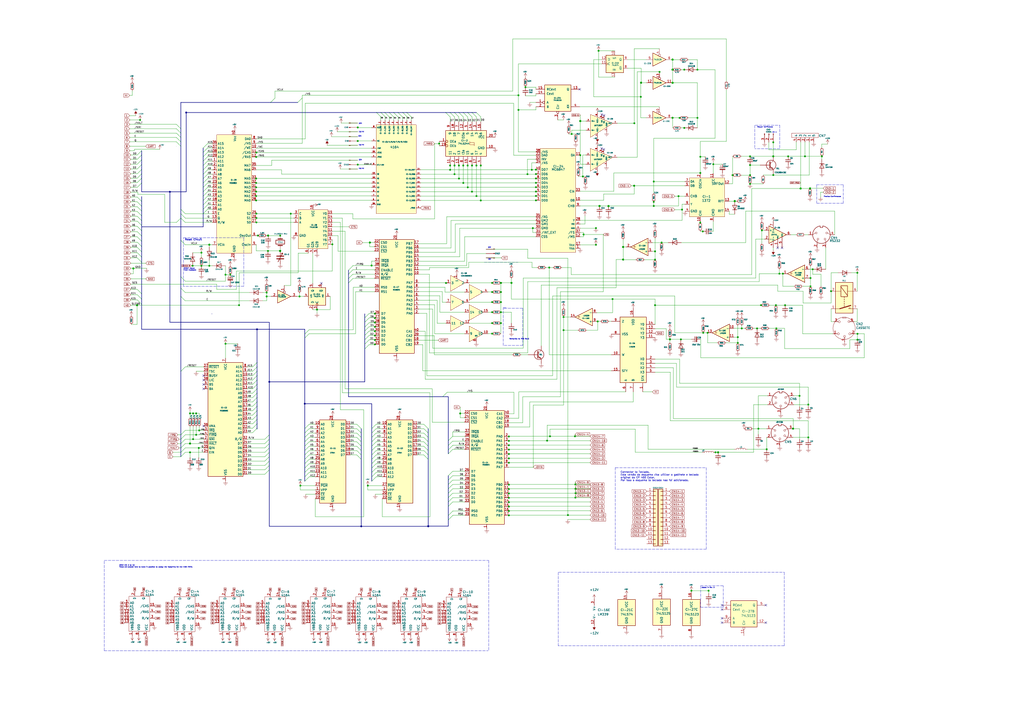
<source format=kicad_sch>
(kicad_sch (version 20211123) (generator eeschema)
  (paper "A2")
  (title_block (title "CP 400 COLOR 2 - PROLOGICA 12 REV.3") (date "2022-12-13") (rev "0.3") (company "PROLOGICA") (comment 1 "RCC / Retro-CPU.run - https://facebook.com/groups/retrocpu") (comment 2 "Draft - Pending Revision - Not Ready For Fabrication"))
  (junction (at 345.694 141.986))
  (junction (at 406.2476 100.33))
  (junction (at 395.6505 121.6024))
  (junction (at 192.786 141.732))
  (junction (at 383.794 140.716))
  (junction (at 468.884 253.746))
  (junction (at 448.564 90.678))
  (junction (at 290.576 169.418))
  (junction (at 271.3379 108.6615))
  (junction (at 295.1734 258.2672))
  (junction (at 333.8164 283.5656))
  (junction (at 416.56 262.382))
  (junction (at 266.192 96.012))
  (junction (at 393.6042 113.792))
  (junction (at 347.7763 119.4816))
  (junction (at 168.656 123.952))
  (junction (at 352.9968 119.4816))
  (junction (at 138.684 177.038))
  (junction (at 295.1734 255.7272))
  (junction (at 435.102 101.6))
  (junction (at 148.59 111.1758))
  (junction (at 390.144 48.006))
  (junction (at 427.99 195.58))
  (junction (at 296.672 164.084))
  (junction (at 336.6008 90.0176))
  (junction (at 214.5371 140.716))
  (junction (at 273.812 96.012))
  (junction (at 367.8867 107.7468))
  (junction (at 404.5587 68.3674))
  (junction (at 346.71 186.436))
  (junction (at 454.152 158.75))
  (junction (at 448.564 101.5356))
  (junction (at 261.112 96.012))
  (junction (at 121.412 154.178))
  (junction (at 295.1734 253.1872))
  (junction (at 379.236 119.4816))
  (junction (at 355.346 173.482))
  (junction (at 207.518 95.504))
  (junction (at 121.412 141.9098))
  (junction (at 162.56 136.652))
  (junction (at 390.1437 40.4169))
  (junction (at 435.102 95.758))
  (junction (at 217.4748 181.9656))
  (junction (at 300.736 63.754))
  (junction (at 482.092 168.91))
  (junction (at 183.896 179.578))
  (junction (at 469.9 109.22))
  (junction (at 215.5502 154.0256))
  (junction (at 361.442 143.256))
  (junction (at 214.5371 140.6652))
  (junction (at 379.984 150.622))
  (junction (at 352.9958 119.6022))
  (junction (at 326.9093 191.516))
  (junction (at 497.3956 193.6302))
  (junction (at 347.7763 119.507))
  (junction (at 401.066 342.646))
  (junction (at 149.098 191.008))
  (junction (at 217.4748 189.5856))
  (junction (at 266.954 239.8268))
  (junction (at 285.496 193.548))
  (junction (at 268.7475 106.1215))
  (junction (at 471.424 156.21))
  (junction (at 207.518 73.914))
  (junction (at 271.272 96.012))
  (junction (at 290.576 175.26))
  (junction (at 154.686 171.958))
  (junction (at 276.3798 113.7415))
  (junction (at 310.896 98.425))
  (junction (at 310.896 113.665))
  (junction (at 268.732 96.012))
  (junction (at 112.014 239.776))
  (junction (at 347.7577 119.507))
  (junction (at 309.0867 132.334))
  (junction (at 108.0136 65.278))
  (junction (at 110.236 257.2902))
  (junction (at 295.1734 298.9326))
  (junction (at 394.2278 68.3674))
  (junction (at 411.0359 342.646))
  (junction (at 148.717 123.9012))
  (junction (at 460.0873 248.666))
  (junction (at 444.754 260.604))
  (junction (at 248.412 305.1984))
  (junction (at 457.2 90.678))
  (junction (at 113.792 252.222))
  (junction (at 217.4748 197.2056))
  (junction (at 390.144 34.544))
  (junction (at 217.4748 187.0456))
  (junction (at 367.8542 107.7468))
  (junction (at 121.412 141.986))
  (junction (at 338.5187 136.0286))
  (junction (at 174.244 281.686))
  (junction (at 254.762 83.2964))
  (junction (at 450.342 190.5))
  (junction (at 77.3459 155.6913))
  (junction (at 464.4136 109.348))
  (junction (at 317.3736 255.6256))
  (junction (at 406.2476 90.932))
  (junction (at 285.496 181.102))
  (junction (at 352.9968 119.6022))
  (junction (at 278.892 96.012))
  (junction (at 304.8 50.546))
  (junction (at 430.276 190.5))
  (junction (at 290.576 164.0966))
  (junction (at 295.1734 296.3926))
  (junction (at 452.12 158.75))
  (junction (at 285.496 169.418))
  (junction (at 390.2023 48.0401))
  (junction (at 155.448 145.542))
  (junction (at 162.4654 145.542))
  (junction (at 113.792 239.776))
  (junction (at 388.62 196.8073))
  (junction (at 116.84 146.558))
  (junction (at 439.928 248.666))
  (junction (at 79.502 177.0707))
  (junction (at 148.59 103.5558))
  (junction (at 290.576 187.452))
  (junction (at 133.604 159.258))
  (junction (at 310.896 111.125))
  (junction (at 382.5823 41.6901))
  (junction (at 263.6593 101.0415))
  (junction (at 413.766 95.25))
  (junction (at 338.1141 102.362))
  (junction (at 207.518 81.788))
  (junction (at 435.102 106.68))
  (junction (at 427.99 198.882))
  (junction (at 295.1734 281.1526))
  (junction (at 148.59 106.0958))
  (junction (at 379.984 177.0349))
  (junction (at 388.62 196.85))
  (junction (at 162.4654 145.5242))
  (junction (at 116.84 154.178))
  (junction (at 296.672 164.0966))
  (junction (at 404.5584 40.4071))
  (junction (at 476.758 90.678))
  (junction (at 148.59 108.6358))
  (junction (at 295.1734 283.6926))
  (junction (at 209.55 305.308))
  (junction (at 390.144 34.5854))
  (junction (at 410.464 193.04))
  (junction (at 448.5519 90.678))
  (junction (at 336.5969 70.231))
  (junction (at 407.924 193.04))
  (junction (at 407.6573 134.2391))
  (junction (at 406.2098 129.0969))
  (junction (at 295.1734 291.3126))
  (junction (at 217.4748 194.6656))
  (junction (at 318.6056 155.194))
  (junction (at 441.452 177.038))
  (junction (at 300.736 55.2779))
  (junction (at 459.994 248.666))
  (junction (at 379.222 117.094))
  (junction (at 426.212 116.586))
  (junction (at 310.896 108.585))
  (junction (at 435.102 90.678))
  (junction (at 154.686 169.672))
  (junction (at 463.804 229.616))
  (junction (at 295.1734 293.8526))
  (junction (at 379.222 105.3084))
  (junction (at 396.9384 40.4071))
  (junction (at 115.57 249.682))
  (junction (at 371.7205 56.158))
  (junction (at 156.21 221.4963))
  (junction (at 470.154 161.29))
  (junction (at 394.97 196.85))
  (junction (at 110.236 262.382))
  (junction (at 390.144 40.395))
  (junction (at 148.59 113.7158))
  (junction (at 130.81 159.3356))
  (junction (at 396.9387 74.1891))
  (junction (at 424.942 101.6))
  (junction (at 308.4976 98.5015))
  (junction (at 148.6916 88.4682))
  (junction (at 310.896 103.505))
  (junction (at 336.6008 70.231))
  (junction (at 295.1734 286.2326))
  (junction (at 441.96 133.604))
  (junction (at 266.2497 103.5815))
  (junction (at 162.56 145.5242))
  (junction (at 115.316 259.842))
  (junction (at 469.9 109.3482))
  (junction (at 426.212 116.7384))
  (junction (at 466.9536 90.678))
  (junction (at 426.212 116.7151))
  (junction (at 333.5309 253.0856))
  (junction (at 173.736 171.958))
  (junction (at 390.144 68.326))
  (junction (at 217.4748 199.7456))
  (junction (at 295.1734 260.8072))
  (junction (at 273.7894 111.2015))
  (junction (at 278.8776 116.2815))
  (junction (at 305.9738 101.0415))
  (junction (at 176.784 234.188))
  (junction (at 416.56 262.3698))
  (junction (at 470.154 166.116))
  (junction (at 390.1437 34.5854))
  (junction (at 295.1734 288.7726))
  (junction (at 290.576 181.102))
  (junction (at 295.1734 268.4272))
  (junction (at 276.352 96.012))
  (junction (at 326.9093 183.896))
  (junction (at 371.8936 48.0401))
  (junction (at 329.438 298.8056))
  (junction (at 333.7466 281.0256))
  (junction (at 347.218 29.464))
  (junction (at 98.552 111.252))
  (junction (at 148.717 128.9812))
  (junction (at 361.4805 150.5339))
  (junction (at 455.422 177.038))
  (junction (at 439.166 190.5))
  (junction (at 162.56 145.542))
  (junction (at 110.236 257.302))
  (junction (at 149.606 136.652))
  (junction (at 371.8936 47.9301))
  (junction (at 213.36 281.686))
  (junction (at 333.7693 288.6456))
  (junction (at 285.496 164.084))
  (junction (at 148.717 126.4412))
  (junction (at 111.76 154.178))
  (junction (at 295.1734 265.8872))
  (junction (at 367.9702 71.501))
  (junction (at 110.236 239.776))
  (junction (at 448.564 82.55))
  (junction (at 290.576 164.084))
  (junction (at 155.5517 136.652))
  (junction (at 333.8634 286.1056))
  (junction (at 319.0373 253.0856))
  (junction (at 310.896 116.205))
  (junction (at 361.4805 150.622))
  (junction (at 497.3956 197.0592))
  (junction (at 217.4748 192.1256))
  (junction (at 295.1734 263.3472))
  (junction (at 285.496 187.452))
  (junction (at 415.036 262.382))
  (junction (at 217.4748 184.5056))
  (junction (at 248.412 305.308))
  (junction (at 310.896 106.045))
  (junction (at 464.4136 109.3482))
  (junction (at 390.1443 68.326))
  (junction (at 130.81 199.39))
  (junction (at 390.2023 48.006))
  (junction (at 112.014 254.762))
  (junction (at 81.28 69.596))
  (junction (at 148.6154 91.0336))
  (junction (at 336.6008 70.2334))
  (junction (at 77.3459 155.702))
  (junction (at 258.7166 164.1496))
  (junction (at 379.984 145.796))
  (junction (at 361.4805 143.256))
  (junction (at 390.1437 40.395))
  (junction (at 345.694 132.334))
  (junction (at 79.502 177.0273))
  (junction (at 450.088 177.038))
  (junction (at 148.59 116.2558))
  (junction (at 261.1152 98.5015))
  (junction (at 310.896 100.965))
  (junction (at 285.496 175.26))
  (junction (at 155.5517 136.6736))
  (junction (at 497.332 158.242))
  (junction (at 468.884 234.696))
  (junction (at 263.652 96.012))
  (junction (at 331.6174 77.724))
  (no_connect (at 336.296 51.816))
  (no_connect (at 348.996 86.106))
  (no_connect (at 350.266 86.614))
  (no_connect (at 350.3781 66.9314))
  (no_connect (at 349.1081 66.4234))
  (no_connect (at 118.11 247.142))
  (no_connect (at 444.246 361.188))
  (no_connect (at 418.846 351.028))
  (no_connect (at 418.846 353.568))
  (no_connect (at 418.846 358.648))
  (no_connect (at 444.246 351.028))
  (no_connect (at 418.846 361.188))
  (no_connect (at 186.436 164.338))
  (no_connect (at 451.104 143.764))
  (no_connect (at 453.644 143.764))
  (no_connect (at 118.11 217.932))
  (no_connect (at 118.11 220.472))
  (no_connect (at 118.11 223.012))
  (no_connect (at 118.11 225.552))
  (bus_entry (at 146.558 250.952) (size 2.54 -2.54))
  (bus_entry (at 82.1719 103.3673) (size -2.54 2.54))
  (bus_entry (at 179.324 251.206) (size -2.54 2.54))
  (bus_entry (at 248.412 251.206) (size -2.54 -2.54))
  (bus_entry (at 79.6319 125.4653) (size 2.54 2.54))
  (bus_entry (at 273.812 65.278) (size 2.54 2.54))
  (bus_entry (at 271.272 65.278) (size 2.54 2.54))
  (bus_entry (at 268.732 65.278) (size 2.54 2.54))
  (bus_entry (at 276.352 65.278) (size 2.54 2.54))
  (bus_entry (at 266.192 65.278) (size 2.54 2.54))
  (bus_entry (at 263.652 65.278) (size 2.54 2.54))
  (bus_entry (at 261.112 65.278) (size 2.54 2.54))
  (bus_entry (at 258.572 65.278) (size 2.54 2.54))
  (bus_entry (at 215.646 271.526) (size 2.54 -2.54))
  (bus_entry (at 104.902 167.132) (size 2.54 2.54))
  (bus_entry (at 176.784 263.906) (size 2.54 -2.54))
  (bus_entry (at 215.646 263.906) (size 2.54 -2.54))
  (bus_entry (at 79.6319 173.9793) (size 2.54 2.54))
  (bus_entry (at 82.1719 95.4933) (size -2.54 2.54))
  (bus_entry (at 107.442 174.498) (size -2.54 -2.54))
  (bus_entry (at 79.6319 122.6713) (size 2.54 2.54))
  (bus_entry (at 102.362 79.756) (size 2.54 2.54))
  (bus_entry (at 107.442 212.852) (size -2.54 2.54))
  (bus_entry (at 248.412 258.826) (size -2.54 -2.54))
  (bus_entry (at 82.1719 100.8273) (size -2.54 2.54))
  (bus_entry (at 153.67 254.762) (size 2.54 -2.54))
  (bus_entry (at 176.784 251.206) (size 2.54 -2.54))
  (bus_entry (at 146.558 248.412) (size 2.54 -2.54))
  (bus_entry (at 146.558 245.872) (size 2.54 -2.54))
  (bus_entry (at 82.1719 106.1613) (size -2.54 2.54))
  (bus_entry (at 176.784 248.666) (size 2.54 -2.54))
  (bus_entry (at 79.6319 170.9313) (size 2.54 2.54))
  (bus_entry (at 104.902 259.842) (size 2.54 -2.54))
  (bus_entry (at 104.902 262.382) (size 2.54 -2.54))
  (bus_entry (at 104.902 257.302) (size 2.54 -2.54))
  (bus_entry (at 104.902 254.762) (size 2.54 -2.54))
  (bus_entry (at 104.902 252.222) (size 2.54 -2.54))
  (bus_entry (at 256.794 230.124) (size 2.54 -2.54))
  (bus_entry (at 209.55 261.366) (size -2.54 -2.54))
  (bus_entry (at 248.412 256.286) (size -2.54 -2.54))
  (bus_entry (at 248.412 261.366) (size -2.54 -2.54))
  (bus_entry (at 176.784 256.286) (size 2.54 -2.54))
  (bus_entry (at 104.902 139.446) (size 2.54 2.54))
  (bus_entry (at 245.872 263.906) (size 2.54 2.54))
  (bus_entry (at 176.784 193.802) (size 2.54 -2.54))
  (bus_entry (at 176.784 196.088) (size 2.54 -2.54))
  (bus_entry (at 260.0452 263.2456) (size 2.54 -2.54))
  (bus_entry (at 260.0452 260.9596) (size 2.54 -2.54))
  (bus_entry (at 260.0452 258.4196) (size 2.54 -2.54))
  (bus_entry (at 260.0452 255.6256) (size 2.54 -2.54))
  (bus_entry (at 209.55 253.746) (size -2.54 -2.54))
  (bus_entry (at 79.6319 149.5953) (size 2.54 2.54))
  (bus_entry (at 218.186 251.206) (size -2.54 2.54))
  (bus_entry (at 176.784 268.986) (size 2.54 -2.54))
  (bus_entry (at 82.1719 98.2873) (size -2.54 2.54))
  (bus_entry (at 79.6319 114.2893) (size 2.54 2.54))
  (bus_entry (at 215.646 268.986) (size 2.54 -2.54))
  (bus_entry (at 104.902 264.922) (size 2.54 -2.54))
  (bus_entry (at 215.646 274.066) (size 2.54 -2.54))
  (bus_entry (at 211.582 199.644) (size 2.54 -2.54))
  (bus_entry (at 211.582 197.104) (size 2.54 -2.54))
  (bus_entry (at 211.582 194.564) (size 2.54 -2.54))
  (bus_entry (at 211.582 192.024) (size 2.54 -2.54))
  (bus_entry (at 211.582 189.738) (size 2.54 -2.54))
  (bus_entry (at 211.582 186.944) (size 2.54 -2.54))
  (bus_entry (at 211.582 184.404) (size 2.54 -2.54))
  (bus_entry (at 211.582 202.438) (size 2.54 -2.54))
  (bus_entry (at 248.412 248.666) (size -2.54 -2.54))
  (bus_entry (at 79.6319 137.4033) (size 2.54 2.54))
  (bus_entry (at 215.646 279.146) (size 2.54 -2.54))
  (bus_entry (at 207.01 263.906) (size 2.54 2.54))
  (bus_entry (at 82.1719 89.9053) (size -2.54 2.54))
  (bus_entry (at 202.184 159.004) (size 2.54 -2.54))
  (bus_entry (at 202.184 161.544) (size 2.54 -2.54))
  (bus_entry (at 202.184 164.084) (size 2.54 -2.54))
  (bus_entry (at 202.184 156.718) (size 2.54 -2.54))
  (bus_entry (at 248.412 253.746) (size -2.54 -2.54))
  (bus_entry (at 209.55 256.286) (size -2.54 -2.54))
  (bus_entry (at 209.55 258.826) (size -2.54 -2.54))
  (bus_entry (at 209.55 263.906) (size -2.54 -2.54))
  (bus_entry (at 79.6319 167.8833) (size 2.54 2.54))
  (bus_entry (at 79.6319 131.3073) (size 2.54 2.54))
  (bus_entry (at 176.784 258.826) (size 2.54 -2.54))
  (bus_entry (at 215.646 256.286) (size 2.54 -2.54))
  (bus_entry (at 172.72 59.436) (size 2.54 -2.54))
  (bus_entry (at 176.784 274.066) (size 2.54 -2.54))
  (bus_entry (at 215.646 276.606) (size 2.54 -2.54))
  (bus_entry (at 215.646 251.206) (size 2.54 -2.54))
  (bus_entry (at 176.784 266.446) (size 2.54 -2.54))
  (bus_entry (at 82.1719 92.6993) (size -2.54 2.54))
  (bus_entry (at 225.806 65.278) (size 2.54 2.54))
  (bus_entry (at 223.266 65.278) (size 2.54 2.54))
  (bus_entry (at 228.346 65.278) (size 2.54 2.54))
  (bus_entry (at 220.98 65.278) (size 2.54 2.54))
  (bus_entry (at 218.44 65.278) (size 2.54 2.54))
  (bus_entry (at 235.966 65.278) (size 2.54 2.54))
  (bus_entry (at 233.68 65.278) (size 2.54 2.54))
  (bus_entry (at 230.886 65.278) (size 2.54 2.54))
  (bus_entry (at 176.784 276.606) (size 2.54 -2.54))
  (bus_entry (at 248.412 263.906) (size -2.54 -2.54))
  (bus_entry (at 79.6319 117.0833) (size 2.54 2.54))
  (bus_entry (at 209.55 248.666) (size -2.54 -2.54))
  (bus_entry (at 215.646 266.446) (size 2.54 -2.54))
  (bus_entry (at 79.6319 140.4513) (size 2.54 2.54))
  (bus_entry (at 176.784 279.146) (size 2.54 -2.54))
  (bus_entry (at 79.6319 143.4993) (size 2.54 2.54))
  (bus_entry (at 176.784 261.366) (size 2.54 -2.54))
  (bus_entry (at 79.6319 146.5473) (size 2.54 2.54))
  (bus_entry (at 209.55 251.206) (size -2.54 -2.54))
  (bus_entry (at 102.362 74.676) (size 2.54 2.54))
  (bus_entry (at 102.362 77.216) (size 2.54 2.54))
  (bus_entry (at 102.362 82.296) (size 2.54 2.54))
  (bus_entry (at 102.362 72.136) (size 2.54 2.54))
  (bus_entry (at 79.6319 128.2593) (size 2.54 2.54))
  (bus_entry (at 146.558 230.632) (size 2.54 -2.54))
  (bus_entry (at 146.558 228.092) (size 2.54 -2.54))
  (bus_entry (at 146.558 225.552) (size 2.54 -2.54))
  (bus_entry (at 146.558 223.012) (size 2.54 -2.54))
  (bus_entry (at 146.558 220.472) (size 2.54 -2.54))
  (bus_entry (at 146.558 217.932) (size 2.54 -2.54))
  (bus_entry (at 146.558 215.392) (size 2.54 -2.54))
  (bus_entry (at 146.558 212.852) (size 2.54 -2.54))
  (bus_entry (at 146.558 243.332) (size 2.54 -2.54))
  (bus_entry (at 146.558 240.792) (size 2.54 -2.54))
  (bus_entry (at 146.558 238.252) (size 2.54 -2.54))
  (bus_entry (at 146.558 235.712) (size 2.54 -2.54))
  (bus_entry (at 146.558 233.172) (size 2.54 -2.54))
  (bus_entry (at 156.972 59.436) (size 2.54 -2.54))
  (bus_entry (at 215.646 258.826) (size 2.54 -2.54))
  (bus_entry (at 82.1719 87.3653) (size -2.54 2.54))
  (bus_entry (at 176.784 271.526) (size 2.54 -2.54))
  (bus_entry (at 260.0452 288.6456) (size 2.54 -2.54))
  (bus_entry (at 260.0452 283.5656) (size 2.54 -2.54))
  (bus_entry (at 260.0452 286.1056) (size 2.54 -2.54))
  (bus_entry (at 260.0452 275.9456) (size 2.54 -2.54))
  (bus_entry (at 260.0452 281.0256) (size 2.54 -2.54))
  (bus_entry (at 260.0452 278.4856) (size 2.54 -2.54))
  (bus_entry (at 260.0452 293.7256) (size 2.54 -2.54))
  (bus_entry (at 260.0452 291.1856) (size 2.54 -2.54))
  (bus_entry (at 215.646 248.666) (size 2.54 -2.54))
  (bus_entry (at 215.646 261.366) (size 2.54 -2.54))
  (bus_entry (at 79.6319 119.8773) (size 2.54 2.54))
  (bus_entry (at 104.902 160.528) (size 2.54 2.54))
  (bus_entry (at 102.362 129.032) (size 2.54 -2.54))
  (bus_entry (at 107.442 129.032) (size -2.54 -2.54))
  (bus_entry (at 153.67 272.542) (size 2.54 -2.54))
  (bus_entry (at 153.67 275.082) (size 2.54 -2.54))
  (bus_entry (at 153.67 259.842) (size 2.54 -2.54))
  (bus_entry (at 153.67 262.382) (size 2.54 -2.54))
  (bus_entry (at 153.67 264.922) (size 2.54 -2.54))
  (bus_entry (at 153.67 267.462) (size 2.54 -2.54))
  (bus_entry (at 153.67 270.002) (size 2.54 -2.54))
  (bus_entry (at 153.67 257.302) (size 2.54 -2.54))
  (bus_entry (at 79.6319 134.3553) (size 2.54 2.54))
  (bus_entry (at 117.856 85.852) (size 2.54 -2.54))
  (bus_entry (at 117.856 88.392) (size 2.54 -2.54))
  (bus_entry (at 117.856 96.012) (size 2.54 -2.54))
  (bus_entry (at 117.856 98.552) (size 2.54 -2.54))
  (bus_entry (at 117.856 101.092) (size 2.54 -2.54))
  (bus_entry (at 117.856 103.632) (size 2.54 -2.54))
  (bus_entry (at 117.856 90.932) (size 2.54 -2.54))
  (bus_entry (at 117.856 93.472) (size 2.54 -2.54))
  (bus_entry (at 117.856 106.172) (size 2.54 -2.54))
  (bus_entry (at 117.856 121.412) (size 2.54 -2.54))
  (bus_entry (at 117.856 123.952) (size 2.54 -2.54))
  (bus_entry (at 107.442 123.952) (size -2.54 -2.54))
  (bus_entry (at 104.902 123.952) (size 2.54 2.54))
  (bus_entry (at 117.856 116.332) (size 2.54 -2.54))
  (bus_entry (at 117.856 118.872) (size 2.54 -2.54))
  (bus_entry (at 117.856 108.712) (size 2.54 -2.54))
  (bus_entry (at 117.856 111.252) (size 2.54 -2.54))
  (bus_entry (at 117.856 113.792) (size 2.54 -2.54))
  (bus_entry (at 260.0452 301.5996) (size 2.54 -2.54))
  (bus_entry (at 260.0452 299.0596) (size 2.54 -2.54))
  (bus (pts (xy 176.784 258.826) (xy 176.784 261.366)))
  (bus (pts (xy 82.1719 133.8473) (xy 82.1719 130.7993)))
  (wire (pts (xy 162.56 136.652) (xy 162.56 136.6736)))
  (wire (pts (xy 269.6464 253.1872) (xy 262.5852 253.1872)))
  (wire (pts (xy 427.99 188.976) (xy 427.99 195.58)))
  (wire (pts (xy 356.616 44.704) (xy 347.218 44.704)))
  (wire (pts (xy 148.6916 145.542) (xy 155.448 145.542)))
  (bus (pts (xy 215.646 276.606) (xy 215.646 279.146)))
  (wire (pts (xy 118.11 257.302) (xy 110.236 257.302)))
  (wire (pts (xy 249.1446 155.194) (xy 271.8776 155.194)))
  (wire (pts (xy 262.5852 275.9456) (xy 269.621 275.9456)))
  (wire (pts (xy 460.502 234.696) (xy 468.884 234.696)))
  (bus (pts (xy 260.0452 260.9596) (xy 260.0452 263.2456)))
  (wire (pts (xy 79.6319 140.4513) (xy 75.8219 140.4513)))
  (wire (pts (xy 192.786 141.732) (xy 192.786 157.226)))
  (wire (pts (xy 290.576 164.0966) (xy 290.576 169.418)))
  (wire (pts (xy 392.43 210.82) (xy 379.984 210.82)))
  (wire (pts (xy 120.396 118.872) (xy 123.19 118.872)))
  (wire (pts (xy 217.297 169.2148) (xy 206.248 169.2148)))
  (wire (pts (xy 175.26 55.2779) (xy 300.736 55.2779)))
  (wire (pts (xy 107.442 254.762) (xy 112.014 254.762)))
  (wire (pts (xy 307.34 247.7008) (xy 295.2496 247.7008)))
  (wire (pts (xy 203.2 258.826) (xy 207.01 258.826)))
  (wire (pts (xy 204.724 154.0256) (xy 204.724 154.178)))
  (polyline (pts (xy 141.478 166.116) (xy 106.426 166.116)))
  (wire (pts (xy 363.22 143.256) (xy 361.4805 143.256)))
  (wire (pts (xy 372.872 227.33) (xy 378.46 227.33)))
  (wire (pts (xy 266.2497 103.5815) (xy 310.896 103.5815)))
  (wire (pts (xy 143.51 243.332) (xy 146.558 243.332)))
  (wire (pts (xy 175.26 83.2104) (xy 175.26 56.896)))
  (wire (pts (xy 339.852 89.916) (xy 338.1141 89.916)))
  (wire (pts (xy 406.5126 207.518) (xy 501.396 207.518)))
  (wire (pts (xy 452.12 158.75) (xy 454.152 158.75)))
  (wire (pts (xy 266.954 239.8268) (xy 266.954 236.22)))
  (wire (pts (xy 399.3075 34.5854) (xy 404.5584 34.5854)))
  (wire (pts (xy 371.7205 47.9301) (xy 371.8936 47.9301)))
  (wire (pts (xy 120.396 103.632) (xy 123.19 103.632)))
  (bus (pts (xy 82.1719 149.0873) (xy 82.1719 146.0393)))
  (wire (pts (xy 197.4813 129.032) (xy 197.4813 237.744)))
  (wire (pts (xy 107.442 123.952) (xy 117.856 123.952)))
  (wire (pts (xy 406.2476 128.4224) (xy 406.2476 129.0969)))
  (wire (pts (xy 220.8214 67.818) (xy 220.98 67.818)))
  (bus (pts (xy 235.966 65.278) (xy 233.68 65.278)))
  (wire (pts (xy 390.144 34.5854) (xy 390.144 34.544)))
  (wire (pts (xy 407.924 193.04) (xy 391.414 193.04)))
  (bus (pts (xy 82.1719 122.4173) (xy 82.1719 119.6233)))
  (bus (pts (xy 156.972 59.436) (xy 172.72 59.436)))
  (wire (pts (xy 264.16 146.4056) (xy 242.9256 146.4056)))
  (wire (pts (xy 125.73 167.894) (xy 137.16 167.894)))
  (wire (pts (xy 329.438 149.86) (xy 329.438 298.8056)))
  (wire (pts (xy 172.466 171.958) (xy 173.736 171.958)))
  (wire (pts (xy 346.71 191.516) (xy 340.3713 191.516)))
  (wire (pts (xy 465.582 193.6302) (xy 483.1716 193.6302)))
  (bus (pts (xy 149.098 230.632) (xy 149.098 228.092)))
  (wire (pts (xy 300.736 88.138) (xy 310.769 88.138)))
  (wire (pts (xy 159.512 56.896) (xy 159.512 52.832)))
  (bus (pts (xy 225.806 65.278) (xy 223.266 65.278)))
  (bus (pts (xy 176.784 253.746) (xy 176.784 256.286)))
  (wire (pts (xy 130.81 159.3356) (xy 130.81 163.068)))
  (wire (pts (xy 379.222 80.264) (xy 414.782 80.264)))
  (wire (pts (xy 217.4748 189.484) (xy 217.4748 189.5856)))
  (bus (pts (xy 215.646 271.526) (xy 215.646 274.066)))
  (bus (pts (xy 117.856 96.012) (xy 117.856 98.552)))
  (wire (pts (xy 75.8219 158.7393) (xy 77.3459 158.7393)))
  (bus (pts (xy 218.44 65.278) (xy 220.98 65.278)))
  (wire (pts (xy 179.324 248.666) (xy 182.88 248.666)))
  (wire (pts (xy 297.434 22.606) (xy 421.386 22.606)))
  (bus (pts (xy 176.784 271.526) (xy 176.784 274.066)))
  (wire (pts (xy 426.212 116.7151) (xy 426.212 116.7384)))
  (wire (pts (xy 325.12 169.164) (xy 350.012 169.164)))
  (wire (pts (xy 215.589 81.7629) (xy 207.518 81.7629)))
  (bus (pts (xy 156.21 264.922) (xy 156.21 267.462)))
  (bus (pts (xy 266.192 65.278) (xy 268.732 65.278)))
  (wire (pts (xy 411.0989 344.2122) (xy 411.0989 342.646)))
  (wire (pts (xy 379.236 119.4816) (xy 379.236 117.094)))
  (wire (pts (xy 269.748 296.418) (xy 262.5852 296.418)))
  (wire (pts (xy 465.836 175.768) (xy 482.092 175.768)))
  (wire (pts (xy 342.3412 268.3256) (xy 295.1734 268.3256)))
  (wire (pts (xy 367.9702 71.5034) (xy 367.9702 71.501)))
  (bus (pts (xy 176.784 191.008) (xy 149.098 191.008)))
  (wire (pts (xy 336.55 134.874) (xy 338.5187 134.874)))
  (wire (pts (xy 84.582 152.6433) (xy 84.582 152.654)))
  (wire (pts (xy 148.717 123.952) (xy 168.656 123.952)))
  (wire (pts (xy 290.576 181.102) (xy 290.576 187.452)))
  (wire (pts (xy 220.8214 69.8249) (xy 220.8214 67.818)))
  (wire (pts (xy 352.9968 119.4816) (xy 379.236 119.4816)))
  (wire (pts (xy 406.2476 90.932) (xy 409.194 90.932)))
  (bus (pts (xy 248.412 305.1984) (xy 248.412 305.308)))
  (wire (pts (xy 214.122 189.484) (xy 217.4748 189.484)))
  (wire (pts (xy 242.824 197.358) (xy 254.254 197.358)))
  (wire (pts (xy 262.5852 291.1856) (xy 269.621 291.1856)))
  (wire (pts (xy 297.942 59.944) (xy 297.942 90.043)))
  (wire (pts (xy 310.896 108.6615) (xy 310.896 108.585)))
  (wire (pts (xy 333.8164 283.5656) (xy 333.8164 282.448)))
  (wire (pts (xy 342.3412 253.0856) (xy 333.5309 253.0856)))
  (wire (pts (xy 304.8 50.546) (xy 310.896 50.546)))
  (bus (pts (xy 122.936 182.0669) (xy 122.936 182.0711)))
  (wire (pts (xy 249.428 299.72) (xy 249.428 227.838)))
  (wire (pts (xy 217.4748 192.024) (xy 217.4748 192.1256)))
  (wire (pts (xy 333.8164 283.5656) (xy 295.1734 283.5656)))
  (wire (pts (xy 344.424 34.544) (xy 344.424 56.158)))
  (bus (pts (xy 223.266 65.278) (xy 220.98 65.278)))
  (bus (pts (xy 104.902 259.842) (xy 104.902 257.302)))
  (wire (pts (xy 323.596 69.596) (xy 326.898 69.596)))
  (wire (pts (xy 401.066 342.646) (xy 411.0359 342.646)))
  (wire (pts (xy 339.852 95.25) (xy 336.6008 95.25)))
  (bus (pts (xy 104.902 79.756) (xy 104.902 77.216)))
  (bus (pts (xy 211.582 202.438) (xy 211.582 221.4963)))
  (bus (pts (xy 82.1719 136.8953) (xy 82.1719 133.8473)))
  (wire (pts (xy 110.236 257.2902) (xy 107.442 257.2902)))
  (wire (pts (xy 157.226 171.958) (xy 154.686 171.958)))
  (wire (pts (xy 371.7205 47.9301) (xy 371.7205 56.158)))
  (wire (pts (xy 177.292 286.766) (xy 182.88 286.766)))
  (wire (pts (xy 218.186 276.606) (xy 221.742 276.606)))
  (wire (pts (xy 79.6319 146.5473) (xy 75.8219 146.5473)))
  (wire (pts (xy 214.122 181.864) (xy 217.4748 181.864)))
  (wire (pts (xy 162.56 145.5242) (xy 162.4654 145.5242)))
  (wire (pts (xy 76.708 55.372) (xy 76.708 52.578)))
  (bus (pts (xy 98.552 186.944) (xy 156.21 186.944)))
  (wire (pts (xy 445.262 229.616) (xy 439.928 229.616)))
  (wire (pts (xy 203.2 256.286) (xy 207.01 256.286)))
  (wire (pts (xy 137.16 157.226) (xy 137.16 167.894)))
  (wire (pts (xy 174.244 284.226) (xy 174.244 281.686)))
  (wire (pts (xy 79.6319 92.4453) (xy 75.8219 92.4453)))
  (wire (pts (xy 110.236 238.506) (xy 110.236 239.776)))
  (wire (pts (xy 170.434 126.492) (xy 148.717 126.492)))
  (wire (pts (xy 300.736 37.084) (xy 300.736 55.2779)))
  (bus (pts (xy 230.886 65.278) (xy 228.346 65.278)))
  (wire (pts (xy 85.09 155.702) (xy 77.3459 155.702)))
  (bus (pts (xy 117.856 103.632) (xy 117.856 106.172)))
  (wire (pts (xy 80.01 112.776) (xy 95.504 112.776)))
  (wire (pts (xy 192.786 123.952) (xy 204.724 123.952)))
  (wire (pts (xy 217.4748 187.198) (xy 217.4748 187.0456)))
  (wire (pts (xy 133.604 159.3356) (xy 133.604 159.258)))
  (bus (pts (xy 104.902 123.952) (xy 104.902 126.492)))
  (wire (pts (xy 79.6319 119.8773) (xy 75.8219 119.8773)))
  (wire (pts (xy 107.442 252.222) (xy 113.792 252.222)))
  (bus (pts (xy 215.646 234.188) (xy 176.784 234.188)))
  (wire (pts (xy 256.4935 175.3256) (xy 258.7166 175.3256)))
  (wire (pts (xy 217.424 151.4348) (xy 215.5502 151.4348)))
  (wire (pts (xy 242.062 258.826) (xy 245.872 258.826)))
  (wire (pts (xy 276.3798 96.012) (xy 276.352 96.012)))
  (wire (pts (xy 406.2476 100.33) (xy 406.2476 100.6348)))
  (wire (pts (xy 263.652 67.818) (xy 263.652 70.612)))
  (wire (pts (xy 342.3412 291.1856) (xy 295.1734 291.1856)))
  (wire (pts (xy 475.996 114.3) (xy 475.996 111.506)))
  (bus (pts (xy 215.646 261.366) (xy 215.646 263.906)))
  (wire (pts (xy 249.1446 156.5656) (xy 249.1446 155.194)))
  (polyline (pts (xy 291.846 200.406) (xy 291.846 178.562)))
  (bus (pts (xy 156.21 259.842) (xy 156.21 262.382)))
  (wire (pts (xy 272.3072 175.2797) (xy 285.496 175.2797)))
  (wire (pts (xy 396.9384 40.4169) (xy 396.9384 40.4071)))
  (wire (pts (xy 120.396 108.712) (xy 123.19 108.712)))
  (wire (pts (xy 441.96 133.604) (xy 443.484 133.604)))
  (wire (pts (xy 342.3412 293.7256) (xy 295.1734 293.7256)))
  (bus (pts (xy 260.0452 230.124) (xy 260.0452 255.6256)))
  (wire (pts (xy 218.186 253.746) (xy 221.742 253.746)))
  (wire (pts (xy 281.94 147.066) (xy 270.764 147.066)))
  (polyline (pts (xy 419.608 352.298) (xy 419.608 339.852)))
  (bus (pts (xy 149.098 238.252) (xy 149.098 235.712)))
  (wire (pts (xy 281.94 144.526) (xy 306.07 144.526)))
  (wire (pts (xy 382.5823 41.656) (xy 382.5823 41.6901)))
  (wire (pts (xy 295.1734 283.5656) (xy 295.1734 283.6926)))
  (wire (pts (xy 407.416 262.382) (xy 368.554 262.382)))
  (wire (pts (xy 217.678 286.766) (xy 221.742 286.766)))
  (wire (pts (xy 75.3139 72.136) (xy 102.362 72.136)))
  (wire (pts (xy 268.7475 96.012) (xy 268.732 96.012)))
  (wire (pts (xy 404.5587 48.006) (xy 404.5587 68.3674)))
  (wire (pts (xy 452.12 156.21) (xy 452.12 158.75)))
  (wire (pts (xy 313.944 165.354) (xy 451.104 165.354)))
  (wire (pts (xy 270.764 147.066) (xy 270.764 154.0256)))
  (wire (pts (xy 350.012 136.0286) (xy 350.012 169.164)))
  (wire (pts (xy 162.4654 145.542) (xy 162.4654 145.5242)))
  (bus (pts (xy 260.0452 301.5996) (xy 260.0452 299.0596)))
  (wire (pts (xy 469.9 109.22) (xy 477.52 109.22)))
  (wire (pts (xy 419.1 95.25) (xy 413.766 95.25)))
  (wire (pts (xy 223.3614 69.8249) (xy 223.3614 67.818)))
  (wire (pts (xy 367.8867 112.5537) (xy 367.8867 107.7468)))
  (wire (pts (xy 268.732 67.818) (xy 268.732 70.612)))
  (wire (pts (xy 285.496 175.2797) (xy 285.496 175.26)))
  (bus (pts (xy 215.646 253.746) (xy 215.646 256.286)))
  (bus (pts (xy 104.902 74.676) (xy 104.902 59.436)))
  (wire (pts (xy 217.3732 154.0256) (xy 215.5502 154.0256)))
  (wire (pts (xy 482.092 158.242) (xy 482.092 168.91)))
  (bus (pts (xy 149.098 245.872) (xy 149.098 243.332)))
  (bus (pts (xy 82.1719 103.3673) (xy 82.1719 106.1613)))
  (wire (pts (xy 460.502 229.616) (xy 463.804 229.616)))
  (wire (pts (xy 483.6796 186.5182) (xy 482.092 186.5182)))
  (wire (pts (xy 278.8776 116.2815) (xy 278.8776 96.012)))
  (wire (pts (xy 406.2476 90.932) (xy 406.2476 100.33)))
  (wire (pts (xy 406.146 196.85) (xy 406.5126 196.85)))
  (wire (pts (xy 84.582 161.7873) (xy 84.582 161.798)))
  (wire (pts (xy 245.2685 199.898) (xy 242.824 199.898)))
  (wire (pts (xy 329.946 77.724) (xy 331.6174 77.724)))
  (wire (pts (xy 107.442 257.2902) (xy 107.442 257.302)))
  (wire (pts (xy 432.562 122.428) (xy 432.562 140.716)))
  (wire (pts (xy 367.284 233.172) (xy 307.34 233.172)))
  (wire (pts (xy 218.186 251.206) (xy 221.742 251.206)))
  (wire (pts (xy 276.352 67.818) (xy 276.352 70.612)))
  (wire (pts (xy 259.08 125.73) (xy 310.769 125.73)))
  (bus (pts (xy 260.0452 281.0256) (xy 260.0452 278.4856)))
  (wire (pts (xy 113.792 239.776) (xy 115.57 239.776)))
  (wire (pts (xy 264.16 129.921) (xy 310.896 129.921)))
  (wire (pts (xy 130.81 199.39) (xy 137.922 199.39)))
  (bus (pts (xy 261.112 65.278) (xy 263.652 65.278)))
  (wire (pts (xy 262.5852 281.0256) (xy 269.621 281.0256)))
  (wire (pts (xy 414.782 80.264) (xy 414.782 40.4071)))
  (wire (pts (xy 390.1437 40.4169) (xy 390.1437 40.395)))
  (wire (pts (xy 211.074 299.72) (xy 182.88 299.72)))
  (bus (pts (xy 156.21 267.462) (xy 156.21 270.002)))
  (wire (pts (xy 347.7763 119.507) (xy 347.7577 119.507)))
  (wire (pts (xy 333.7693 287.274) (xy 333.756 287.274)))
  (wire (pts (xy 143.51 259.842) (xy 153.67 259.842)))
  (wire (pts (xy 368.554 262.382) (xy 368.554 248.92)))
  (wire (pts (xy 373.888 150.622) (xy 379.984 150.622)))
  (wire (pts (xy 362.966 227.33) (xy 300.99 227.33)))
  (wire (pts (xy 338.5187 134.874) (xy 338.5187 136.0286)))
  (wire (pts (xy 303.276 245.1608) (xy 303.276 230.124)))
  (wire (pts (xy 353.3253 186.436) (xy 354.584 186.436)))
  (wire (pts (xy 461.8736 82.3468) (xy 461.8736 86.9406)))
  (bus (pts (xy 209.55 305.308) (xy 248.412 305.308)))
  (wire (pts (xy 110.236 239.776) (xy 110.236 242.316)))
  (wire (pts (xy 278.8776 116.2815) (xy 310.896 116.2815)))
  (wire (pts (xy 336.6008 70.2334) (xy 336.6008 90.0176)))
  (wire (pts (xy 306.07 204.724) (xy 249.1168 204.724)))
  (wire (pts (xy 320.548 171.704) (xy 391.414 171.704)))
  (wire (pts (xy 181.356 179.578) (xy 183.896 179.578)))
  (wire (pts (xy 379.984 138.176) (xy 379.984 145.796)))
  (wire (pts (xy 346.2133 186.436) (xy 346.71 186.436)))
  (bus (pts (xy 209.55 253.746) (xy 209.55 251.206)))
  (wire (pts (xy 79.6319 95.2393) (xy 75.8219 95.2393)))
  (wire (pts (xy 326.9093 183.896) (xy 326.9093 183.642)))
  (wire (pts (xy 310.896 106.1215) (xy 310.896 106.045)))
  (bus (pts (xy 156.21 254.762) (xy 156.21 257.302)))
  (wire (pts (xy 79.6319 105.9073) (xy 75.8219 105.9073)))
  (bus (pts (xy 149.098 215.392) (xy 149.098 212.852)))
  (wire (pts (xy 407.6573 134.1769) (xy 407.6573 134.2391)))
  (bus (pts (xy 117.856 121.412) (xy 117.856 123.952)))
  (wire (pts (xy 215.5128 111.2269) (xy 148.59 111.2269)))
  (wire (pts (xy 339.9641 70.2334) (xy 336.6008 70.2334)))
  (polyline (pts (xy 473.71 107.188) (xy 489.204 107.188)))
  (bus (pts (xy 256.794 230.124) (xy 260.0452 230.124)))
  (wire (pts (xy 246.634 192.2272) (xy 246.634 219.964)))
  (wire (pts (xy 390.144 48.006) (xy 390.2023 48.006)))
  (wire (pts (xy 107.442 126.5174) (xy 107.442 126.492)))
  (wire (pts (xy 493.776 158.242) (xy 497.332 158.242)))
  (wire (pts (xy 296.672 164.0966) (xy 296.672 173.482)))
  (bus (pts (xy 149.098 240.792) (xy 149.098 238.252)))
  (wire (pts (xy 252.0831 176.7332) (xy 252.0831 193.548)))
  (wire (pts (xy 285.496 181.0561) (xy 285.496 181.102)))
  (wire (pts (xy 143.51 270.002) (xy 153.67 270.002)))
  (wire (pts (xy 406.2476 82.042) (xy 421.386 82.042)))
  (wire (pts (xy 143.51 238.252) (xy 146.558 238.252)))
  (bus (pts (xy 176.784 263.906) (xy 176.784 266.446)))
  (wire (pts (xy 75.8219 111.4953) (xy 80.01 111.4953)))
  (wire (pts (xy 245.2685 215.138) (xy 354.584 215.138)))
  (wire (pts (xy 397.3068 107.7468) (xy 367.8867 107.7468)))
  (wire (pts (xy 130.81 199.39) (xy 130.81 207.772)))
  (wire (pts (xy 110.236 262.382) (xy 118.11 262.382)))
  (wire (pts (xy 396.9387 74.1989) (xy 396.9387 74.1891)))
  (wire (pts (xy 399.3078 68.3674) (xy 404.5587 68.3674)))
  (wire (pts (xy 179.324 261.366) (xy 182.88 261.366)))
  (wire (pts (xy 466.9536 90.678) (xy 476.758 90.678)))
  (wire (pts (xy 143.51 267.462) (xy 153.67 267.462)))
  (wire (pts (xy 336.296 61.976) (xy 382.524 61.976)))
  (wire (pts (xy 111.76 146.558) (xy 116.84 146.558)))
  (wire (pts (xy 468.884 234.696) (xy 468.884 235.712)))
  (wire (pts (xy 336.55 129.9464) (xy 339.344 129.9464)))
  (wire (pts (xy 347.7763 119.4816) (xy 347.7763 119.507)))
  (wire (pts (xy 283.0846 193.5021) (xy 285.496 193.5021)))
  (wire (pts (xy 113.792 252.222) (xy 118.11 252.222)))
  (wire (pts (xy 379.984 177.0349) (xy 379.984 188.214)))
  (wire (pts (xy 469.9 109.3482) (xy 469.9 109.22)))
  (bus (pts (xy 248.412 266.446) (xy 248.412 305.1984)))
  (wire (pts (xy 367.9702 28.194) (xy 367.9702 71.501)))
  (wire (pts (xy 221.742 284.226) (xy 213.36 284.226)))
  (wire (pts (xy 244.0116 103.5815) (xy 266.2497 103.5815)))
  (wire (pts (xy 336.6008 70.231) (xy 336.6008 70.2334)))
  (wire (pts (xy 196.088 136.652) (xy 196.088 145.7452)))
  (wire (pts (xy 148.6916 141.8844) (xy 148.6916 145.542)))
  (wire (pts (xy 261.62 143.8656) (xy 242.9256 143.8656)))
  (wire (pts (xy 79.6319 131.3073) (xy 75.8219 131.3073)))
  (wire (pts (xy 364.236 39.624) (xy 371.8936 39.624)))
  (wire (pts (xy 143.51 220.472) (xy 146.558 220.472)))
  (wire (pts (xy 379.984 177.0349) (xy 441.452 177.0349)))
  (wire (pts (xy 346.71 186.436) (xy 348.2453 186.436)))
  (wire (pts (xy 225.9014 69.8249) (xy 225.9014 67.818)))
  (wire (pts (xy 125.73 164.8353) (xy 125.73 167.894)))
  (wire (pts (xy 454.152 166.116) (xy 460.502 166.116)))
  (wire (pts (xy 303.53 161.29) (xy 438.404 161.29)))
  (wire (pts (xy 157.5688 92.964) (xy 157.5688 96.012)))
  (wire (pts (xy 388.874 215.9) (xy 379.984 215.9)))
  (wire (pts (xy 95.504 112.776) (xy 95.504 129.032)))
  (wire (pts (xy 217.4748 199.898) (xy 217.4748 199.7456)))
  (bus (pts (xy 117.856 88.392) (xy 117.856 90.932)))
  (wire (pts (xy 111.76 154.178) (xy 116.84 154.178)))
  (bus (pts (xy 215.646 266.446) (xy 215.646 268.986)))
  (wire (pts (xy 255.193 171.6532) (xy 255.193 181.102)))
  (wire (pts (xy 214.5371 140.6652) (xy 214.5371 140.716)))
  (wire (pts (xy 103.124 252.222) (xy 104.902 252.222)))
  (polyline (pts (xy 292.354 178.816) (xy 303.276 178.816)))
  (wire (pts (xy 368.554 248.92) (xy 319.0373 248.92)))
  (wire (pts (xy 143.51 228.092) (xy 146.558 228.092)))
  (wire (pts (xy 215.5636 108.7377) (xy 148.59 108.7377)))
  (wire (pts (xy 266.192 67.818) (xy 266.192 70.612)))
  (wire (pts (xy 379.984 208.28) (xy 394.208 208.28)))
  (bus (pts (xy 117.856 108.712) (xy 117.856 111.252)))
  (wire (pts (xy 77.978 87.3653) (xy 77.978 86.614)))
  (wire (pts (xy 367.9702 28.194) (xy 382.524 28.194)))
  (wire (pts (xy 121.412 154.178) (xy 123.19 154.178)))
  (polyline (pts (xy 489.204 117.856) (xy 473.71 117.856)))
  (wire (pts (xy 390.652 213.36) (xy 379.984 213.36)))
  (wire (pts (xy 333.7693 288.6456) (xy 333.7693 287.274)))
  (wire (pts (xy 336.6008 132.3848) (xy 345.694 132.3848)))
  (wire (pts (xy 336.5969 70.231) (xy 336.6008 70.231)))
  (bus (pts (xy 215.646 274.066) (xy 215.646 276.606)))
  (wire (pts (xy 333.8634 284.734) (xy 333.756 284.734)))
  (wire (pts (xy 310.896 103.5815) (xy 310.896 103.505)))
  (wire (pts (xy 352.9968 119.6022) (xy 352.9958 119.6022)))
  (wire (pts (xy 271.272 67.818) (xy 271.272 70.612)))
  (bus (pts (xy 149.098 248.412) (xy 149.098 245.872)))
  (wire (pts (xy 79.6319 108.7013) (xy 75.8219 108.7013)))
  (wire (pts (xy 79.6319 137.4033) (xy 75.8219 137.4033)))
  (wire (pts (xy 306.07 149.86) (xy 329.438 149.86)))
  (wire (pts (xy 469.392 156.21) (xy 471.424 156.21)))
  (wire (pts (xy 440.436 158.75) (xy 440.436 163.322)))
  (wire (pts (xy 218.186 271.526) (xy 221.742 271.526)))
  (wire (pts (xy 75.8219 152.6433) (xy 84.582 152.6433)))
  (wire (pts (xy 214.5371 140.716) (xy 214.5371 143.2052)))
  (wire (pts (xy 217.4748 184.404) (xy 217.4748 184.5056)))
  (wire (pts (xy 148.717 129.032) (xy 148.717 128.9812)))
  (wire (pts (xy 121.412 141.986) (xy 121.412 143.256)))
  (wire (pts (xy 168.656 123.952) (xy 168.656 165.608)))
  (polyline (pts (xy 356.87 318.516) (xy 356.87 271.272)))
  (wire (pts (xy 179.324 274.066) (xy 182.88 274.066)))
  (wire (pts (xy 310.896 101.0415) (xy 310.896 100.965)))
  (wire (pts (xy 323.088 166.878) (xy 357.378 166.878)))
  (wire (pts (xy 120.396 85.852) (xy 123.19 85.852)))
  (wire (pts (xy 170.434 129.032) (xy 148.717 129.032)))
  (bus (pts (xy 260.0452 299.0596) (xy 260.0452 293.7256)))
  (wire (pts (xy 252.0831 193.548) (xy 269.494 193.548)))
  (wire (pts (xy 77.3459 155.6913) (xy 77.3459 155.702)))
  (wire (pts (xy 310.896 111.2015) (xy 310.896 111.125)))
  (bus (pts (xy 256.794 230.124) (xy 202.184 230.124)))
  (wire (pts (xy 296.672 164.084) (xy 296.672 161.544)))
  (wire (pts (xy 217.3732 159.1056) (xy 204.724 159.1056)))
  (bus (pts (xy 233.68 65.278) (xy 230.886 65.278)))
  (wire (pts (xy 80.01 111.4953) (xy 80.01 112.776)))
  (bus (pts (xy 156.21 186.944) (xy 156.21 221.4963)))
  (wire (pts (xy 342.3412 265.7856) (xy 295.1734 265.7856)))
  (bus (pts (xy 156.21 257.302) (xy 156.21 259.842)))
  (wire (pts (xy 475.996 111.506) (xy 477.52 111.506)))
  (wire (pts (xy 244.0116 98.5015) (xy 261.1152 98.5015)))
  (wire (pts (xy 112.014 239.776) (xy 112.014 242.316)))
  (wire (pts (xy 318.6056 205.74) (xy 354.584 205.74)))
  (wire (pts (xy 102.362 84.8253) (xy 102.362 84.836)))
  (polyline (pts (xy 409.702 271.272) (xy 409.702 318.516)))
  (wire (pts (xy 421.386 52.07) (xy 421.386 82.042)))
  (wire (pts (xy 79.502 177.0707) (xy 79.502 188.214)))
  (wire (pts (xy 390.1437 40.395) (xy 390.144 40.395)))
  (wire (pts (xy 371.8936 48.0401) (xy 374.9623 48.0401)))
  (wire (pts (xy 393.6042 113.792) (xy 397.3068 113.792)))
  (bus (pts (xy 104.902 126.492) (xy 104.902 139.446)))
  (wire (pts (xy 416.052 198.882) (xy 410.464 198.882)))
  (wire (pts (xy 344.424 56.158) (xy 371.7205 56.158)))
  (wire (pts (xy 120.396 113.792) (xy 123.19 113.792)))
  (wire (pts (xy 203.2 251.206) (xy 207.01 251.206)))
  (wire (pts (xy 375.92 246.634) (xy 317.3736 246.634)))
  (wire (pts (xy 497.332 186.5182) (xy 497.332 179.07)))
  (wire (pts (xy 182.88 284.226) (xy 174.244 284.226)))
  (bus (pts (xy 260.0452 286.1056) (xy 260.0452 283.5656)))
  (wire (pts (xy 155.5517 136.6736) (xy 162.56 136.6736)))
  (wire (pts (xy 272.3072 187.4717) (xy 285.496 187.4717)))
  (wire (pts (xy 390.144 74.1989) (xy 390.144 68.326)))
  (bus (pts (xy 149.098 225.552) (xy 149.098 223.012)))
  (wire (pts (xy 425.704 195.58) (xy 427.99 195.58)))
  (polyline (pts (xy 473.71 107.188) (xy 473.71 117.856)))
  (wire (pts (xy 416.56 262.3698) (xy 416.56 262.382)))
  (wire (pts (xy 310.896 134.874) (xy 309.0867 134.874)))
  (bus (pts (xy 235.966 65.278) (xy 258.572 65.278)))
  (wire (pts (xy 448.564 100.838) (xy 448.564 101.5356)))
  (bus (pts (xy 82.1719 87.3653) (xy 82.1719 89.9053)))
  (wire (pts (xy 497.3956 197.0592) (xy 493.014 197.0592)))
  (bus (pts (xy 202.184 161.544) (xy 202.184 164.084)))
  (wire (pts (xy 262.5852 260.7056) (xy 269.494 260.7056)))
  (wire (pts (xy 254.762 83.2964) (xy 254.762 84.582)))
  (wire (pts (xy 143.51 245.872) (xy 146.558 245.872)))
  (wire (pts (xy 148.717 123.952) (xy 148.717 123.9012)))
  (bus (pts (xy 149.098 228.092) (xy 149.098 225.552)))
  (bus (pts (xy 82.1719 139.9433) (xy 82.1719 142.9913)))
  (wire (pts (xy 455.422 177.038) (xy 465.582 177.038)))
  (wire (pts (xy 382.5823 41.656) (xy 369.638 41.656)))
  (wire (pts (xy 192.786 157.226) (xy 137.16 157.226)))
  (bus (pts (xy 117.856 93.472) (xy 117.856 96.012)))
  (wire (pts (xy 262.5852 258.2672) (xy 262.5852 258.4196)))
  (wire (pts (xy 305.9738 101.0415) (xy 310.896 101.0415)))
  (wire (pts (xy 215.5584 73.9985) (xy 207.518 73.9985)))
  (wire (pts (xy 295.1734 260.7056) (xy 295.1734 260.8072)))
  (wire (pts (xy 181.356 146.812) (xy 181.356 164.338)))
  (wire (pts (xy 261.1152 98.5015) (xy 261.1152 96.012)))
  (wire (pts (xy 218.186 263.906) (xy 221.742 263.906)))
  (wire (pts (xy 179.324 266.446) (xy 182.88 266.446)))
  (wire (pts (xy 406.2476 82.042) (xy 406.2476 90.932)))
  (wire (pts (xy 266.954 242.3668) (xy 266.954 239.8268)))
  (wire (pts (xy 444.754 248.666) (xy 439.928 248.666)))
  (wire (pts (xy 388.874 244.1173) (xy 388.874 215.9)))
  (bus (pts (xy 82.1719 111.252) (xy 98.552 111.252)))
  (wire (pts (xy 416.56 262.3698) (xy 415.036 262.3698)))
  (wire (pts (xy 247.65 181.8132) (xy 247.65 217.932)))
  (wire (pts (xy 262.5852 286.1056) (xy 269.621 286.1056)))
  (wire (pts (xy 361.442 143.256) (xy 361.442 138.938)))
  (polyline (pts (xy 60.452 377.444) (xy 60.452 325.12)))
  (wire (pts (xy 430.022 101.6) (xy 435.102 101.6)))
  (wire (pts (xy 259.08 141.3256) (xy 242.9256 141.3256)))
  (wire (pts (xy 203.2 246.126) (xy 207.01 246.126)))
  (bus (pts (xy 215.646 268.986) (xy 215.646 271.526)))
  (wire (pts (xy 446.024 82.55) (xy 446.024 86.9406)))
  (wire (pts (xy 283.0846 169.3721) (xy 285.496 169.3721)))
  (wire (pts (xy 262.5852 296.418) (xy 262.5852 296.5196)))
  (wire (pts (xy 295.1734 268.3256) (xy 295.1734 268.4272)))
  (wire (pts (xy 79.6319 117.0833) (xy 75.8219 117.0833)))
  (wire (pts (xy 263.6593 101.0415) (xy 263.6593 96.012)))
  (wire (pts (xy 75.3139 69.5853) (xy 81.28 69.5853)))
  (bus (pts (xy 248.412 251.206) (xy 248.412 248.666)))
  (bus (pts (xy 149.098 212.852) (xy 149.098 210.312)))
  (wire (pts (xy 426.212 116.586) (xy 426.212 116.7151)))
  (bus (pts (xy 156.21 305.308) (xy 209.55 305.308)))
  (bus (pts (xy 211.582 186.944) (xy 211.582 189.738)))
  (wire (pts (xy 394.97 196.85) (xy 388.62 196.85)))
  (wire (pts (xy 271.8776 152.146) (xy 308.61 152.146)))
  (wire (pts (xy 482.092 175.768) (xy 482.092 168.91)))
  (wire (pts (xy 269.494 151.4856) (xy 269.494 137.287)))
  (wire (pts (xy 304.8 50.546) (xy 304.8 50.292)))
  (wire (pts (xy 350.1382 112.5537) (xy 367.8867 112.5537)))
  (wire (pts (xy 465.836 168.91) (xy 465.836 175.768)))
  (wire (pts (xy 262.5852 298.958) (xy 262.5852 299.0596)))
  (wire (pts (xy 155.448 145.542) (xy 162.4654 145.542)))
  (wire (pts (xy 79.6319 100.8273) (xy 75.8219 100.8273)))
  (wire (pts (xy 411.0989 342.646) (xy 411.0359 342.646)))
  (wire (pts (xy 179.324 263.906) (xy 182.88 263.906)))
  (wire (pts (xy 103.124 257.302) (xy 104.902 257.302)))
  (polyline (pts (xy 291.846 178.562) (xy 294.132 178.562)))
  (bus (pts (xy 104.902 254.762) (xy 104.902 252.222)))
  (bus (pts (xy 104.902 257.302) (xy 104.902 254.762)))
  (wire (pts (xy 77.3459 155.702) (xy 77.3459 158.7393)))
  (wire (pts (xy 342.3412 255.6256) (xy 317.3736 255.6256)))
  (wire (pts (xy 316.738 155.194) (xy 318.6056 155.194)))
  (wire (pts (xy 394.208 222.3897) (xy 463.804 222.3897)))
  (wire (pts (xy 309.372 270.9672) (xy 295.1734 270.9672)))
  (wire (pts (xy 203.2 248.666) (xy 207.01 248.666)))
  (polyline (pts (xy 437.896 72.644) (xy 437.896 86.36)))
  (polyline (pts (xy 356.87 271.272) (xy 357.124 271.272)))
  (wire (pts (xy 262.5852 250.5964) (xy 262.5852 253.0856)))
  (wire (pts (xy 214.122 192.024) (xy 217.4748 192.024)))
  (wire (pts (xy 179.324 256.286) (xy 182.88 256.286)))
  (wire (pts (xy 298.1452 227.584) (xy 298.1452 240.03)))
  (wire (pts (xy 308.61 155.194) (xy 308.61 152.146)))
  (wire (pts (xy 81.28 69.5853) (xy 81.28 69.596)))
  (wire (pts (xy 310.769 92.329) (xy 305.9738 92.329)))
  (wire (pts (xy 207.518 95.6313) (xy 207.518 95.504)))
  (wire (pts (xy 230.9814 67.818) (xy 230.886 67.818)))
  (wire (pts (xy 148.6916 80.5942) (xy 177.038 80.5942)))
  (wire (pts (xy 276.3798 113.7415) (xy 276.3798 96.012)))
  (wire (pts (xy 356.108 100.33) (xy 406.2476 100.33)))
  (wire (pts (xy 379.984 173.482) (xy 379.984 177.0349)))
  (wire (pts (xy 228.4414 69.8249) (xy 228.4414 67.818)))
  (wire (pts (xy 258.1332 169.418) (xy 269.494 169.418)))
  (wire (pts (xy 242.062 261.366) (xy 245.872 261.366)))
  (wire (pts (xy 379.222 105.3084) (xy 379.222 80.264)))
  (wire (pts (xy 471.424 156.21) (xy 471.424 159.1311)))
  (wire (pts (xy 325.12 230.124) (xy 325.12 169.164)))
  (wire (pts (xy 79.502 177.0707) (xy 138.684 177.0707)))
  (bus (pts (xy 156.21 270.002) (xy 156.21 272.542)))
  (wire (pts (xy 75.3139 77.216) (xy 102.362 77.216)))
  (wire (pts (xy 177.038 59.944) (xy 297.942 59.944)))
  (wire (pts (xy 113.792 247.396) (xy 113.792 252.222)))
  (wire (pts (xy 154.686 174.498) (xy 154.686 171.958)))
  (wire (pts (xy 342.3412 263.2456) (xy 295.1734 263.2456)))
  (wire (pts (xy 261.1152 98.5015) (xy 308.4976 98.5015)))
  (wire (pts (xy 466.9536 82.3468) (xy 466.9536 90.678)))
  (wire (pts (xy 336.6008 142.0876) (xy 345.694 142.0876)))
  (wire (pts (xy 148.59 116.2307) (xy 148.59 116.2558)))
  (wire (pts (xy 333.8634 286.1056) (xy 333.8634 284.734)))
  (wire (pts (xy 179.324 246.126) (xy 182.88 246.126)))
  (wire (pts (xy 463.804 248.666) (xy 463.804 254.762)))
  (bus (pts (xy 211.582 184.404) (xy 211.582 186.944)))
  (wire (pts (xy 115.57 247.396) (xy 115.57 249.682)))
  (wire (pts (xy 215.5128 103.5307) (xy 148.59 103.5307)))
  (wire (pts (xy 107.442 174.498) (xy 144.78 174.498)))
  (wire (pts (xy 253.5533 174.1932) (xy 253.5533 187.5176)))
  (wire (pts (xy 371.7205 68.326) (xy 374.904 68.326)))
  (wire (pts (xy 386.5442 196.8073) (xy 388.62 196.8073)))
  (wire (pts (xy 394.2275 34.5854) (xy 390.144 34.5854)))
  (wire (pts (xy 347.7763 119.4816) (xy 352.9968 119.4816)))
  (wire (pts (xy 217.4748 197.104) (xy 217.4748 197.2056)))
  (wire (pts (xy 218.186 266.446) (xy 221.742 266.446)))
  (wire (pts (xy 302.26 205.74) (xy 306.324 205.74)))
  (wire (pts (xy 346.2133 181.356) (xy 355.346 181.356)))
  (wire (pts (xy 250.952 201.93) (xy 303.53 201.93)))
  (wire (pts (xy 436.118 159.258) (xy 331.2886 159.258)))
  (wire (pts (xy 148.59 113.6653) (xy 148.59 113.7158)))
  (wire (pts (xy 206.248 169.2148) (xy 206.248 193.548)))
  (bus (pts (xy 215.646 258.826) (xy 215.646 261.366)))
  (wire (pts (xy 333.7466 281.0256) (xy 295.1734 281.0256)))
  (polyline (pts (xy 323.85 331.978) (xy 323.85 374.65)))
  (wire (pts (xy 285.496 193.5021) (xy 285.496 193.548)))
  (bus (pts (xy 260.0452 293.7256) (xy 260.0452 291.1856)))
  (wire (pts (xy 458.724 136.144) (xy 461.772 136.144)))
  (wire (pts (xy 326.9093 234.95) (xy 309.372 234.95)))
  (wire (pts (xy 238.6014 67.818) (xy 238.506 67.818)))
  (wire (pts (xy 356.108 110.998) (xy 356.108 100.33)))
  (polyline (pts (xy 141.478 138.176) (xy 141.478 165.862)))
  (wire (pts (xy 189.738 84.328) (xy 207.518 84.328)))
  (bus (pts (xy 209.55 261.366) (xy 209.55 263.906)))
  (wire (pts (xy 120.396 98.552) (xy 123.19 98.552)))
  (bus (pts (xy 108.0136 65.278) (xy 218.44 65.278)))
  (wire (pts (xy 77.978 86.614) (xy 92.71 86.614)))
  (wire (pts (xy 460.0873 248.666) (xy 463.804 248.666)))
  (wire (pts (xy 213.36 281.686) (xy 221.742 281.686)))
  (wire (pts (xy 295.1734 253.0856) (xy 295.1734 253.1872)))
  (wire (pts (xy 278.8776 96.012) (xy 278.892 96.012)))
  (wire (pts (xy 375.92 260.604) (xy 425.958 260.604)))
  (wire (pts (xy 317.3736 246.634) (xy 317.3736 255.6256)))
  (wire (pts (xy 388.62 196.8073) (xy 388.62 196.85)))
  (wire (pts (xy 113.792 239.776) (xy 113.792 242.316)))
  (wire (pts (xy 204.978 191.262) (xy 179.324 191.262)))
  (wire (pts (xy 204.724 127) (xy 252.0751 127)))
  (wire (pts (xy 242.062 263.906) (xy 245.872 263.906)))
  (wire (pts (xy 466.852 136.144) (xy 468.884 136.144)))
  (wire (pts (xy 392.43 224.536) (xy 468.884 224.536)))
  (wire (pts (xy 254.762 82.042) (xy 254.762 83.2964)))
  (bus (pts (xy 248.412 263.906) (xy 248.412 266.446)))
  (bus (pts (xy 215.646 248.666) (xy 215.646 251.206)))
  (wire (pts (xy 244.0116 111.2015) (xy 273.7894 111.2015)))
  (wire (pts (xy 261.62 143.8656) (xy 261.62 127.889)))
  (wire (pts (xy 326.9093 191.516) (xy 335.2913 191.516)))
  (wire (pts (xy 393.6042 119.4816) (xy 393.6042 113.792)))
  (wire (pts (xy 107.442 259.842) (xy 115.316 259.842)))
  (wire (pts (xy 107.442 141.986) (xy 121.412 141.986)))
  (wire (pts (xy 424.942 106.5276) (xy 424.942 101.6)))
  (wire (pts (xy 110.236 239.776) (xy 112.014 239.776)))
  (wire (pts (xy 154.686 169.418) (xy 154.686 169.672)))
  (wire (pts (xy 113.792 215.392) (xy 118.11 215.392)))
  (wire (pts (xy 471.424 159.1311) (xy 476.25 159.1311)))
  (wire (pts (xy 218.186 261.366) (xy 221.742 261.366)))
  (wire (pts (xy 463.804 229.616) (xy 463.804 235.966)))
  (wire (pts (xy 295.3004 240.03) (xy 298.1452 240.03)))
  (polyline (pts (xy 60.452 377.444) (xy 283.21 377.444)))
  (wire (pts (xy 195.58 76.454) (xy 207.518 76.454)))
  (wire (pts (xy 297.434 52.832) (xy 297.434 22.606)))
  (wire (pts (xy 342.3412 286.1056) (xy 333.8634 286.1056)))
  (wire (pts (xy 273.7894 111.2015) (xy 273.7894 96.012)))
  (wire (pts (xy 110.236 257.302) (xy 110.236 257.2902)))
  (bus (pts (xy 248.412 258.826) (xy 248.412 261.366)))
  (wire (pts (xy 79.6319 103.3673) (xy 75.8219 103.3673)))
  (wire (pts (xy 192.786 126.492) (xy 198.628 126.492)))
  (wire (pts (xy 469.4936 101.5356) (xy 448.564 101.5356)))
  (wire (pts (xy 159.512 52.832) (xy 297.434 52.832)))
  (bus (pts (xy 260.0452 278.4856) (xy 260.0452 275.9456)))
  (wire (pts (xy 120.396 106.172) (xy 123.19 106.172)))
  (wire (pts (xy 218.186 246.126) (xy 221.742 246.126)))
  (bus (pts (xy 260.0452 283.5656) (xy 260.0452 281.0256)))
  (wire (pts (xy 261.112 67.818) (xy 261.112 70.612)))
  (wire (pts (xy 440.436 163.322) (xy 306.07 163.322)))
  (wire (pts (xy 450.088 177.038) (xy 455.422 177.038)))
  (bus (pts (xy 107.95 65.278) (xy 108.0136 65.278)))
  (wire (pts (xy 379.984 145.796) (xy 379.984 150.622)))
  (bus (pts (xy 117.856 98.552) (xy 117.856 101.092)))
  (wire (pts (xy 406.2098 134.1769) (xy 407.6573 134.1769)))
  (bus (pts (xy 176.784 234.188) (xy 176.784 196.088)))
  (wire (pts (xy 107.442 169.672) (xy 144.78 169.672)))
  (wire (pts (xy 410.464 198.882) (xy 410.464 193.04)))
  (bus (pts (xy 82.1719 92.6993) (xy 82.1719 95.4933)))
  (wire (pts (xy 269.748 298.958) (xy 262.5852 298.958)))
  (wire (pts (xy 204.978 166.6748) (xy 204.978 191.262)))
  (wire (pts (xy 148.7678 136.6266) (xy 149.606 136.6266)))
  (bus (pts (xy 211.582 221.4963) (xy 156.21 221.4963)))
  (wire (pts (xy 258.1332 166.5732) (xy 258.1332 169.418)))
  (polyline (pts (xy 452.374 72.644) (xy 452.374 86.36)))
  (wire (pts (xy 262.5852 273.4056) (xy 269.621 273.4056)))
  (wire (pts (xy 143.51 215.392) (xy 146.558 215.392)))
  (wire (pts (xy 495.4906 186.5182) (xy 497.332 186.5182)))
  (bus (pts (xy 228.346 65.278) (xy 225.806 65.278)))
  (wire (pts (xy 336.4992 110.998) (xy 356.108 110.998)))
  (bus (pts (xy 82.1719 173.4713) (xy 82.1719 170.4233)))
  (wire (pts (xy 266.7 132.334) (xy 309.0867 132.334)))
  (bus (pts (xy 209.55 256.286) (xy 209.55 258.826)))
  (wire (pts (xy 345.694 132.3848) (xy 345.694 132.334)))
  (wire (pts (xy 454.152 158.75) (xy 454.152 166.116)))
  (wire (pts (xy 204.978 166.6748) (xy 217.297 166.6748)))
  (wire (pts (xy 121.412 141.9098) (xy 121.412 141.986)))
  (wire (pts (xy 242.062 248.666) (xy 245.872 248.666)))
  (wire (pts (xy 285.496 187.4717) (xy 285.496 187.452)))
  (wire (pts (xy 319.0373 253.0856) (xy 295.1734 253.0856)))
  (wire (pts (xy 378.46 140.716) (xy 383.794 140.716)))
  (bus (pts (xy 149.098 210.312) (xy 149.098 191.008)))
  (wire (pts (xy 271.3379 108.6615) (xy 271.3379 96.012)))
  (wire (pts (xy 107.442 262.382) (xy 110.236 262.382)))
  (wire (pts (xy 430.276 190.5) (xy 432.054 190.5)))
  (wire (pts (xy 268.7475 106.1215) (xy 310.896 106.1215)))
  (wire (pts (xy 501.396 193.6302) (xy 497.3956 193.6302)))
  (bus (pts (xy 156.21 252.222) (xy 156.21 254.762)))
  (wire (pts (xy 296.672 164.0966) (xy 296.672 164.084)))
  (wire (pts (xy 306.07 144.526) (xy 306.07 149.86)))
  (wire (pts (xy 252.0751 127) (xy 252.0751 83.2964)))
  (wire (pts (xy 157.5688 96.012) (xy 148.59 96.012)))
  (bus (pts (xy 82.1719 176.5193) (xy 82.1719 173.4713)))
  (wire (pts (xy 79.6319 134.3553) (xy 75.8219 134.3553)))
  (wire (pts (xy 79.6319 114.2893) (xy 75.8219 114.2893)))
  (wire (pts (xy 242.9764 176.7332) (xy 252.0831 176.7332)))
  (wire (pts (xy 103.886 254.762) (xy 104.902 254.762)))
  (bus (pts (xy 215.646 263.906) (xy 215.646 266.446)))
  (wire (pts (xy 75.1869 74.6653) (xy 102.362 74.6653)))
  (wire (pts (xy 338.1141 89.916) (xy 338.1141 102.362)))
  (wire (pts (xy 215.4874 85.9793) (xy 148.6916 85.9793)))
  (wire (pts (xy 117.856 123.952) (xy 123.0884 123.952)))
  (bus (pts (xy 215.646 256.286) (xy 215.646 258.826)))
  (wire (pts (xy 300.736 55.2779) (xy 300.736 63.754)))
  (wire (pts (xy 143.51 217.932) (xy 146.558 217.932)))
  (wire (pts (xy 333.8164 282.448) (xy 333.756 282.448)))
  (wire (pts (xy 390.652 242.824) (xy 460.0873 242.824)))
  (wire (pts (xy 345.694 142.0876) (xy 345.694 141.986)))
  (wire (pts (xy 455.1049 202.184) (xy 455.1049 190.5)))
  (wire (pts (xy 75.8219 177.0273) (xy 79.502 177.0273)))
  (wire (pts (xy 303.53 161.29) (xy 303.53 201.93)))
  (wire (pts (xy 333.5309 253.0856) (xy 333.5309 252.0096)))
  (wire (pts (xy 154.686 169.672) (xy 154.686 171.958)))
  (wire (pts (xy 112.014 254.762) (xy 118.11 254.762)))
  (wire (pts (xy 300.99 242.57) (xy 295.3004 242.57)))
  (wire (pts (xy 152.4 174.498) (xy 154.686 174.498)))
  (wire (pts (xy 110.236 247.396) (xy 110.236 257.2902)))
  (bus (pts (xy 104.902 77.216) (xy 104.902 74.676)))
  (bus (pts (xy 82.1719 125.2113) (xy 82.1719 122.4173)))
  (wire (pts (xy 143.51 275.082) (xy 153.67 275.082)))
  (wire (pts (xy 493.014 197.0592) (xy 493.014 202.184)))
  (wire (pts (xy 179.324 276.606) (xy 182.88 276.606)))
  (wire (pts (xy 198.628 126.492) (xy 198.628 227.838)))
  (wire (pts (xy 179.324 271.526) (xy 182.88 271.526)))
  (wire (pts (xy 459.994 253.746) (xy 468.884 253.746)))
  (bus (pts (xy 176.784 266.446) (xy 176.784 268.986)))
  (wire (pts (xy 451.104 168.91) (xy 465.836 168.91)))
  (bus (pts (xy 82.1719 95.4933) (xy 82.1719 98.2873)))
  (wire (pts (xy 435.102 95.758) (xy 440.944 95.758)))
  (wire (pts (xy 162.56 136.6266) (xy 162.56 136.652)))
  (wire (pts (xy 357.9997 91.186) (xy 369.638 91.186)))
  (wire (pts (xy 326.9093 183.896) (xy 330.9733 183.896)))
  (wire (pts (xy 391.414 193.04) (xy 391.414 171.704)))
  (wire (pts (xy 179.324 251.206) (xy 182.88 251.206)))
  (wire (pts (xy 242.9764 169.1132) (xy 256.4935 169.1132)))
  (wire (pts (xy 303.276 230.124) (xy 325.12 230.124)))
  (bus (pts (xy 176.784 248.666) (xy 176.784 251.206)))
  (bus (pts (xy 149.098 243.332) (xy 149.098 240.792)))
  (wire (pts (xy 143.51 257.302) (xy 153.67 257.302)))
  (wire (pts (xy 244.0116 113.7415) (xy 276.3798 113.7415)))
  (wire (pts (xy 435.102 95.758) (xy 435.102 101.6)))
  (wire (pts (xy 484.124 136.144) (xy 484.124 122.428)))
  (wire (pts (xy 441.452 177.0349) (xy 441.452 177.038)))
  (wire (pts (xy 256.4935 169.1132) (xy 256.4935 175.3256)))
  (wire (pts (xy 476.25 159.1311) (xy 476.25 166.116)))
  (wire (pts (xy 79.502 188.214) (xy 76.2 188.214)))
  (wire (pts (xy 413.7152 134.2391) (xy 412.7373 134.2391)))
  (wire (pts (xy 172.974 146.812) (xy 172.974 158.242)))
  (bus (pts (xy 104.902 167.132) (xy 104.902 171.958)))
  (bus (pts (xy 260.0452 258.4196) (xy 260.0452 260.9596)))
  (wire (pts (xy 415.036 262.3698) (xy 415.036 262.382)))
  (wire (pts (xy 152.4 169.672) (xy 154.686 169.672)))
  (wire (pts (xy 116.84 146.304) (xy 116.84 146.558)))
  (wire (pts (xy 215.462 113.6653) (xy 148.59 113.6653)))
  (wire (pts (xy 404.5587 48.006) (xy 390.2023 48.006)))
  (wire (pts (xy 75.184 55.372) (xy 76.708 55.372)))
  (wire (pts (xy 262.5852 253.1872) (xy 262.5852 253.0856)))
  (wire (pts (xy 336.5969 66.7616) (xy 336.5969 70.231)))
  (bus (pts (xy 176.784 274.066) (xy 176.784 276.606)))
  (wire (pts (xy 120.396 121.412) (xy 123.19 121.412)))
  (bus (pts (xy 211.582 199.644) (xy 211.582 202.438)))
  (wire (pts (xy 346.71 186.436) (xy 346.71 191.516)))
  (bus (pts (xy 258.572 65.278) (xy 261.112 65.278)))
  (bus (pts (xy 117.856 106.172) (xy 117.856 108.712)))
  (wire (pts (xy 290.576 164.0966) (xy 296.672 164.0966)))
  (wire (pts (xy 438.404 138.684) (xy 443.484 138.684)))
  (bus (pts (xy 202.184 164.084) (xy 202.184 230.124)))
  (wire (pts (xy 271.8776 152.146) (xy 271.8776 155.194)))
  (wire (pts (xy 214.122 194.564) (xy 217.4748 194.564)))
  (wire (pts (xy 266.2497 103.5815) (xy 266.2497 96.012)))
  (wire (pts (xy 482.092 186.5182) (xy 482.092 179.07)))
  (wire (pts (xy 244.0116 106.1215) (xy 268.7475 106.1215)))
  (wire (pts (xy 421.132 198.882) (xy 427.99 198.882)))
  (polyline (pts (xy 406.4 339.852) (xy 419.608 339.852)))
  (wire (pts (xy 75.8219 155.6913) (xy 77.3459 155.6913)))
  (wire (pts (xy 295.1734 288.6456) (xy 295.1734 288.7726)))
  (wire (pts (xy 75.184 67.056) (xy 78.74 67.056)))
  (wire (pts (xy 236.0614 69.8249) (xy 236.0614 67.818)))
  (wire (pts (xy 175.26 56.896) (xy 175.26 55.2779)))
  (wire (pts (xy 313.944 200.66) (xy 313.944 165.354)))
  (wire (pts (xy 163.322 100.9653) (xy 163.322 98.552)))
  (wire (pts (xy 446.532 177.038) (xy 450.088 177.038)))
  (wire (pts (xy 242.9256 156.5656) (xy 249.1446 156.5656)))
  (wire (pts (xy 413.766 94.234) (xy 413.766 95.25)))
  (wire (pts (xy 333.7466 281.0256) (xy 333.7466 279.7763)))
  (wire (pts (xy 323.088 219.964) (xy 323.088 166.878)))
  (wire (pts (xy 444.754 253.746) (xy 444.754 260.604)))
  (wire (pts (xy 138.684 177.0707) (xy 138.684 177.038)))
  (wire (pts (xy 95.504 129.032) (xy 102.362 129.032)))
  (wire (pts (xy 395.2237 40.4169) (xy 396.9384 40.4169)))
  (wire (pts (xy 200.152 134.112) (xy 200.152 225.552)))
  (wire (pts (xy 391.414 113.792) (xy 393.6042 113.792)))
  (bus (pts (xy 176.784 261.366) (xy 176.784 263.906)))
  (wire (pts (xy 433.578 260.604) (xy 444.754 260.604)))
  (wire (pts (xy 304.8 44.958) (xy 304.8 45.212)))
  (wire (pts (xy 404.5584 34.5854) (xy 404.5584 40.4071)))
  (wire (pts (xy 476.758 90.678) (xy 476.758 92.456)))
  (wire (pts (xy 448.5519 90.678) (xy 448.5519 82.55)))
  (bus (pts (xy 156.21 262.382) (xy 156.21 264.922)))
  (bus (pts (xy 117.856 90.932) (xy 117.856 93.472)))
  (wire (pts (xy 123.1646 141.9098) (xy 121.412 141.9098)))
  (wire (pts (xy 439.928 248.666) (xy 439.928 251.968)))
  (bus (pts (xy 268.732 65.278) (xy 271.272 65.278)))
  (polyline (pts (xy 454.914 374.65) (xy 323.85 374.65)))
  (wire (pts (xy 438.404 161.29) (xy 438.404 138.684)))
  (wire (pts (xy 218.186 248.666) (xy 221.742 248.666)))
  (wire (pts (xy 386.5442 190.754) (xy 386.5442 196.8073)))
  (wire (pts (xy 355.346 173.482) (xy 379.984 173.482)))
  (wire (pts (xy 148.6916 88.5193) (xy 148.6916 88.4682)))
  (wire (pts (xy 115.316 259.842) (xy 118.11 259.842)))
  (bus (pts (xy 202.184 156.718) (xy 202.184 159.004)))
  (wire (pts (xy 300.99 227.33) (xy 300.99 242.57)))
  (polyline (pts (xy 409.702 318.516) (xy 356.87 318.516)))
  (polyline (pts (xy 357.124 271.272) (xy 409.702 271.272)))
  (wire (pts (xy 143.51 262.382) (xy 153.67 262.382)))
  (wire (pts (xy 218.186 268.986) (xy 221.742 268.986)))
  (wire (pts (xy 115.316 259.842) (xy 115.316 265.43)))
  (wire (pts (xy 395.224 74.1989) (xy 396.9387 74.1989)))
  (wire (pts (xy 213.36 284.226) (xy 213.36 281.686)))
  (wire (pts (xy 79.6319 128.2593) (xy 75.8219 128.2593)))
  (bus (pts (xy 104.902 262.382) (xy 104.902 259.842)))
  (wire (pts (xy 394.208 208.28) (xy 394.208 222.3897)))
  (bus (pts (xy 260.0452 291.1856) (xy 260.0452 288.6456)))
  (polyline (pts (xy 406.4 352.298) (xy 419.608 352.298)))
  (wire (pts (xy 476.758 85.598) (xy 476.758 83.566)))
  (wire (pts (xy 361.4805 150.5339) (xy 361.4805 143.256)))
  (wire (pts (xy 207.518 81.7629) (xy 207.518 81.788)))
  (wire (pts (xy 392.43 224.536) (xy 392.43 210.82)))
  (wire (pts (xy 79.6319 125.4653) (xy 75.8219 125.4653)))
  (wire (pts (xy 348.996 34.544) (xy 344.424 34.544)))
  (wire (pts (xy 143.51 230.632) (xy 146.558 230.632)))
  (wire (pts (xy 214.122 199.898) (xy 217.4748 199.898)))
  (wire (pts (xy 143.51 248.412) (xy 146.558 248.412)))
  (wire (pts (xy 192.786 131.572) (xy 202.438 131.572)))
  (wire (pts (xy 350.1382 112.5537) (xy 350.1382 116.2304)))
  (wire (pts (xy 182.88 299.72) (xy 182.88 289.306)))
  (bus (pts (xy 260.0452 301.5996) (xy 260.0452 305.1984)))
  (bus (pts (xy 82.1719 89.9053) (xy 82.1719 92.6993)))
  (wire (pts (xy 100.33 264.922) (xy 104.902 264.922)))
  (wire (pts (xy 295.1734 255.6256) (xy 295.1734 255.7272)))
  (wire (pts (xy 120.396 96.012) (xy 123.19 96.012)))
  (wire (pts (xy 242.9764 174.1932) (xy 253.5533 174.1932)))
  (wire (pts (xy 404.5587 68.3674) (xy 404.5587 74.1891)))
  (wire (pts (xy 244.0116 108.6615) (xy 271.3379 108.6615)))
  (bus (pts (xy 149.098 217.932) (xy 149.098 215.392)))
  (wire (pts (xy 112.014 239.776) (xy 113.792 239.776)))
  (wire (pts (xy 468.884 244.1173) (xy 468.884 253.746)))
  (bus (pts (xy 260.0452 288.6456) (xy 260.0452 286.1056)))
  (wire (pts (xy 79.6319 167.8833) (xy 75.8219 167.8833)))
  (bus (pts (xy 117.856 113.792) (xy 117.856 116.332)))
  (polyline (pts (xy 489.204 107.188) (xy 489.204 117.856)))
  (wire (pts (xy 326.9093 183.896) (xy 326.9093 191.516)))
  (wire (pts (xy 432.562 140.716) (xy 395.224 140.716)))
  (bus (pts (xy 104.902 84.836) (xy 104.902 121.412)))
  (wire (pts (xy 155.5517 136.652) (xy 155.5517 136.6736)))
  (wire (pts (xy 121.412 150.876) (xy 121.412 154.178)))
  (wire (pts (xy 388.62 195.834) (xy 388.62 196.8073)))
  (wire (pts (xy 228.4414 67.818) (xy 228.346 67.818)))
  (wire (pts (xy 329.3872 301.3456) (xy 342.3412 301.3456)))
  (bus (pts (xy 104.902 84.836) (xy 104.902 82.296)))
  (wire (pts (xy 236.0614 67.818) (xy 236.22 67.818)))
  (bus (pts (xy 211.582 197.104) (xy 211.582 199.644)))
  (wire (pts (xy 318.6056 155.194) (xy 318.6056 205.74)))
  (wire (pts (xy 179.324 268.986) (xy 182.88 268.986)))
  (polyline (pts (xy 106.426 137.922) (xy 141.732 137.922)))
  (wire (pts (xy 336.55 137.3124) (xy 338.5187 137.3124)))
  (wire (pts (xy 422.9608 124.206) (xy 426.212 124.206)))
  (wire (pts (xy 148.717 126.492) (xy 148.717 126.4412)))
  (wire (pts (xy 320.548 217.932) (xy 320.548 171.704)))
  (wire (pts (xy 242.9764 179.2732) (xy 250.952 179.2732)))
  (bus (pts (xy 248.412 256.286) (xy 248.412 253.746)))
  (wire (pts (xy 388.62 196.85) (xy 388.62 198.628)))
  (wire (pts (xy 192.786 136.652) (xy 196.088 136.652)))
  (bus (pts (xy 104.902 171.958) (xy 104.902 215.392)))
  (wire (pts (xy 172.974 158.242) (xy 138.684 158.242)))
  (wire (pts (xy 394.97 196.85) (xy 401.066 196.85)))
  (wire (pts (xy 364.236 34.544) (xy 374.904 34.544)))
  (wire (pts (xy 390.652 242.824) (xy 390.652 213.36)))
  (wire (pts (xy 244.0116 116.2815) (xy 278.8776 116.2815)))
  (wire (pts (xy 424.942 90.678) (xy 424.942 101.6)))
  (bus (pts (xy 82.1719 98.2873) (xy 82.1719 100.8273)))
  (wire (pts (xy 465.582 166.116) (xy 470.154 166.116)))
  (wire (pts (xy 269.4432 244.9068) (xy 250.698 244.9068)))
  (wire (pts (xy 371.7205 56.158) (xy 371.7205 68.326)))
  (wire (pts (xy 310.896 61.976) (xy 310.896 63.754)))
  (wire (pts (xy 410.464 193.04) (xy 407.924 193.04)))
  (wire (pts (xy 120.396 116.332) (xy 123.19 116.332)))
  (wire (pts (xy 336.6008 95.25) (xy 336.6008 90.0176)))
  (wire (pts (xy 379.222 112.014) (xy 379.222 105.3084)))
  (bus (pts (xy 104.902 123.952) (xy 104.902 121.412)))
  (bus (pts (xy 104.902 215.392) (xy 104.902 252.222)))
  (bus (pts (xy 82.296 131.572) (xy 117.856 131.572)))
  (wire (pts (xy 75.3139 84.8253) (xy 84.4972 84.8253)))
  (wire (pts (xy 210.312 140.716) (xy 214.5371 140.716)))
  (wire (pts (xy 249.428 227.838) (xy 198.628 227.838)))
  (bus (pts (xy 82.1719 114.046) (xy 82.1719 116.8293)))
  (wire (pts (xy 305.9738 92.329) (xy 305.9738 101.0415)))
  (polyline (pts (xy 406.4 339.852) (xy 406.4 352.298)))
  (wire (pts (xy 476.758 83.566) (xy 480.06 83.566)))
  (wire (pts (xy 331.2886 159.258) (xy 331.2886 155.194)))
  (wire (pts (xy 390.144 34.5854) (xy 390.144 40.395)))
  (wire (pts (xy 390.144 68.326) (xy 390.1443 68.326)))
  (wire (pts (xy 285.496 169.3721) (xy 285.496 169.418)))
  (wire (pts (xy 421.386 22.606) (xy 421.386 46.99)))
  (wire (pts (xy 270.764 154.0256) (xy 242.9256 154.0256)))
  (wire (pts (xy 436.118 109.348) (xy 464.4136 109.348)))
  (wire (pts (xy 143.51 225.552) (xy 146.558 225.552)))
  (polyline (pts (xy 324.104 331.978) (xy 454.914 331.978)))
  (wire (pts (xy 203.2 253.746) (xy 207.01 253.746)))
  (wire (pts (xy 390.1443 68.326) (xy 394.2278 68.326)))
  (wire (pts (xy 215.4874 100.9653) (xy 163.322 100.9653)))
  (wire (pts (xy 437.134 262.3698) (xy 416.56 262.3698)))
  (wire (pts (xy 253.5533 187.5176) (xy 258.7166 187.5176)))
  (wire (pts (xy 464.4136 109.3482) (xy 469.9 109.3482)))
  (wire (pts (xy 455.1049 190.5) (xy 450.342 190.5)))
  (wire (pts (xy 192.786 134.112) (xy 200.152 134.112)))
  (wire (pts (xy 148.6916 85.9793) (xy 148.6916 85.6996)))
  (wire (pts (xy 269.6972 250.5964) (xy 262.5852 250.5964)))
  (wire (pts (xy 266.954 239.8268) (xy 269.4432 239.8268)))
  (wire (pts (xy 295.1734 286.1056) (xy 295.1734 286.2326)))
  (wire (pts (xy 79.6319 149.5953) (xy 75.8219 149.5953)))
  (wire (pts (xy 470.154 166.116) (xy 470.154 161.29)))
  (wire (pts (xy 361.4805 143.256) (xy 361.442 143.256)))
  (wire (pts (xy 468.884 224.536) (xy 468.884 234.696)))
  (wire (pts (xy 390.1437 34.5854) (xy 390.144 34.5854)))
  (polyline (pts (xy 438.15 72.644) (xy 452.374 72.644)))
  (wire (pts (xy 221.742 299.72) (xy 249.428 299.72)))
  (wire (pts (xy 336.4992 119.4816) (xy 347.7763 119.4816)))
  (wire (pts (xy 251.968 205.74) (xy 297.18 205.74)))
  (wire (pts (xy 390.144 40.395) (xy 390.144 48.006)))
  (wire (pts (xy 120.396 83.312) (xy 123.19 83.312)))
  (bus (pts (xy 104.902 139.446) (xy 104.902 160.528)))
  (bus (pts (xy 149.098 223.012) (xy 149.098 220.472)))
  (bus (pts (xy 117.856 118.872) (xy 117.856 121.412)))
  (wire (pts (xy 463.804 222.3897) (xy 463.804 229.616)))
  (wire (pts (xy 196.088 145.7452) (xy 217.17 145.7452)))
  (bus (pts (xy 209.55 263.906) (xy 209.55 266.446)))
  (wire (pts (xy 269.494 151.4856) (xy 242.9256 151.4856)))
  (wire (pts (xy 375.92 246.634) (xy 375.92 260.604)))
  (wire (pts (xy 437.134 234.696) (xy 437.134 262.3698)))
  (wire (pts (xy 342.3412 258.1656) (xy 295.1734 258.1656)))
  (wire (pts (xy 79.6319 89.9053) (xy 75.8219 89.9053)))
  (wire (pts (xy 283.0846 181.0561) (xy 285.496 181.0561)))
  (wire (pts (xy 252.0751 83.2964) (xy 254.762 83.2964)))
  (wire (pts (xy 116.84 146.558) (xy 116.84 149.098)))
  (wire (pts (xy 367.8542 107.7468) (xy 366.1399 107.7468)))
  (wire (pts (xy 379.236 119.4816) (xy 393.6042 119.4816)))
  (bus (pts (xy 104.902 262.382) (xy 104.902 264.922)))
  (wire (pts (xy 75.3139 87.3653) (xy 77.978 87.3653)))
  (wire (pts (xy 435.102 106.68) (xy 442.722 106.68)))
  (wire (pts (xy 266.7 148.9456) (xy 242.9256 148.9456)))
  (wire (pts (xy 197.4813 237.744) (xy 211.074 237.744)))
  (wire (pts (xy 300.736 63.754) (xy 300.736 88.138)))
  (wire (pts (xy 390.2023 48.006) (xy 390.2023 48.0401)))
  (wire (pts (xy 285.496 164.1037) (xy 285.496 164.084)))
  (wire (pts (xy 307.34 59.436) (xy 310.896 59.436)))
  (bus (pts (xy 149.098 220.472) (xy 149.098 217.932)))
  (wire (pts (xy 218.186 258.826) (xy 221.742 258.826)))
  (wire (pts (xy 430.276 188.976) (xy 430.276 190.5)))
  (wire (pts (xy 367.8867 107.7468) (xy 367.8542 107.7468)))
  (bus (pts (xy 149.098 191.008) (xy 82.1719 191.008)))
  (bus (pts (xy 176.784 196.088) (xy 176.784 193.802)))
  (wire (pts (xy 333.7466 279.7763) (xy 333.6526 279.7763)))
  (bus (pts (xy 82.1719 130.7993) (xy 82.1719 128.0053)))
  (wire (pts (xy 448.564 101.5356) (xy 442.722 101.5356)))
  (wire (pts (xy 331.6174 77.724) (xy 331.6174 75.5674)))
  (wire (pts (xy 290.576 175.26) (xy 290.576 181.102)))
  (wire (pts (xy 115.57 249.682) (xy 118.11 249.682)))
  (wire (pts (xy 278.892 67.818) (xy 278.892 70.612)))
  (wire (pts (xy 215.5502 151.4348) (xy 215.5502 154.0256)))
  (wire (pts (xy 183.896 179.578) (xy 183.896 181.61)))
  (wire (pts (xy 120.396 90.932) (xy 123.19 90.932)))
  (wire (pts (xy 143.51 264.922) (xy 153.67 264.922)))
  (wire (pts (xy 157.5688 92.964) (xy 207.518 92.964)))
  (wire (pts (xy 107.442 249.682) (xy 115.57 249.682)))
  (wire (pts (xy 246.634 219.964) (xy 323.088 219.964)))
  (bus (pts (xy 176.784 193.802) (xy 176.784 191.008)))
  (wire (pts (xy 342.3412 296.2656) (xy 295.1734 296.2656)))
  (wire (pts (xy 395.6505 121.6024) (xy 395.6505 127.8636)))
  (wire (pts (xy 258.7166 164.0332) (xy 258.7166 164.1496)))
  (wire (pts (xy 75.8219 161.7873) (xy 84.582 161.7873)))
  (bus (pts (xy 82.1719 106.1613) (xy 82.1719 111.252)))
  (bus (pts (xy 149.098 248.92) (xy 149.098 248.412)))
  (wire (pts (xy 217.3986 156.464) (xy 217.3986 156.718)))
  (wire (pts (xy 238.6014 69.8249) (xy 238.6014 67.818)))
  (wire (pts (xy 262.5852 288.6456) (xy 269.621 288.6456)))
  (bus (pts (xy 117.856 123.952) (xy 117.856 131.572)))
  (bus (pts (xy 117.856 101.092) (xy 117.856 103.632)))
  (wire (pts (xy 233.5214 67.818) (xy 233.426 67.818)))
  (bus (pts (xy 176.784 276.606) (xy 176.784 279.146)))
  (bus (pts (xy 104.902 82.296) (xy 104.902 79.756)))
  (polyline (pts (xy 283.464 325.12) (xy 283.464 377.444)))
  (wire (pts (xy 204.724 161.544) (xy 217.2208 161.544)))
  (wire (pts (xy 214.122 187.198) (xy 217.4748 187.198)))
  (wire (pts (xy 310.896 51.816) (xy 310.896 50.546)))
  (wire (pts (xy 366.1399 107.7468) (xy 366.1399 107.754)))
  (wire (pts (xy 102.362 79.7453) (xy 102.362 79.756)))
  (bus (pts (xy 149.098 233.172) (xy 149.098 230.632)))
  (wire (pts (xy 290.576 164.084) (xy 290.576 164.0966)))
  (wire (pts (xy 493.014 202.184) (xy 455.1049 202.184)))
  (wire (pts (xy 497.332 158.242) (xy 497.332 168.91)))
  (wire (pts (xy 266.7 148.9456) (xy 266.7 132.334)))
  (wire (pts (xy 350.1382 116.2304) (xy 336.4992 116.2304)))
  (wire (pts (xy 215.4112 116.2307) (xy 148.59 116.2307)))
  (bus (pts (xy 82.1719 146.0393) (xy 82.1719 142.9913)))
  (wire (pts (xy 148.59 103.5307) (xy 148.59 103.5558)))
  (wire (pts (xy 423.0116 116.7384) (xy 426.212 116.7384)))
  (wire (pts (xy 339.344 129.9464) (xy 339.344 125.222)))
  (wire (pts (xy 130.81 159.3356) (xy 133.604 159.3356)))
  (wire (pts (xy 310.896 98.5015) (xy 310.896 98.425)))
  (bus (pts (xy 215.646 248.666) (xy 215.646 234.188)))
  (bus (pts (xy 108.0136 111.252) (xy 98.552 111.252)))
  (wire (pts (xy 242.9256 159.1056) (xy 249.1168 159.1056)))
  (wire (pts (xy 342.3412 283.5656) (xy 333.8164 283.5656)))
  (wire (pts (xy 245.2685 215.138) (xy 245.2685 199.898)))
  (wire (pts (xy 446.024 86.9406) (xy 461.8736 86.9406)))
  (bus (pts (xy 176.784 268.986) (xy 176.784 271.526)))
  (wire (pts (xy 326.9093 191.516) (xy 326.9093 234.95)))
  (wire (pts (xy 148.59 106.1977) (xy 148.59 106.0958)))
  (wire (pts (xy 191.516 179.578) (xy 191.516 171.958)))
  (wire (pts (xy 414.782 40.4071) (xy 404.5584 40.4071)))
  (wire (pts (xy 192.278 79.248) (xy 207.518 79.248)))
  (wire (pts (xy 465.582 177.038) (xy 465.582 193.6302)))
  (wire (pts (xy 110.998 154.178) (xy 111.76 154.178)))
  (wire (pts (xy 497.3956 193.6302) (xy 496.1256 193.6302)))
  (bus (pts (xy 156.21 272.542) (xy 156.21 305.308)))
  (wire (pts (xy 333.5309 253.0856) (xy 319.0373 253.0856)))
  (wire (pts (xy 295.1734 265.7856) (xy 295.1734 265.8872)))
  (wire (pts (xy 347.218 44.704) (xy 347.218 29.464)))
  (wire (pts (xy 197.866 71.374) (xy 207.518 71.374)))
  (bus (pts (xy 211.582 182.0711) (xy 211.582 184.404)))
  (wire (pts (xy 306.07 163.322) (xy 306.07 204.724)))
  (bus (pts (xy 202.184 159.004) (xy 202.184 161.544)))
  (bus (pts (xy 82.1719 116.8293) (xy 82.1719 119.6233)))
  (bus (pts (xy 176.784 234.188) (xy 176.784 248.666)))
  (wire (pts (xy 295.1734 293.7256) (xy 295.1734 293.8526)))
  (wire (pts (xy 335.534 102.362) (xy 338.1141 102.362)))
  (wire (pts (xy 225.9014 67.818) (xy 225.806 67.818)))
  (wire (pts (xy 203.2 263.906) (xy 207.01 263.906)))
  (wire (pts (xy 173.736 169.926) (xy 173.736 171.958)))
  (bus (pts (xy 82.1719 152.1353) (xy 82.1719 170.4233)))
  (wire (pts (xy 75.8219 164.8353) (xy 125.73 164.8353)))
  (wire (pts (xy 242.8748 194.7672) (xy 251.968 194.7672)))
  (wire (pts (xy 266.2497 96.012) (xy 266.192 96.012)))
  (wire (pts (xy 295.1734 281.0256) (xy 295.1734 281.1526)))
  (polyline (pts (xy 303.276 178.816) (xy 303.276 200.406)))
  (wire (pts (xy 148.59 111.2269) (xy 148.59 111.1758)))
  (wire (pts (xy 143.51 240.792) (xy 146.558 240.792)))
  (wire (pts (xy 307.34 233.172) (xy 307.34 247.7008)))
  (wire (pts (xy 123.0884 126.5174) (xy 107.442 126.5174)))
  (wire (pts (xy 215.5128 106.1977) (xy 148.59 106.1977)))
  (wire (pts (xy 269.4432 242.3668) (xy 266.954 242.3668)))
  (wire (pts (xy 233.5214 69.8249) (xy 233.5214 67.818)))
  (wire (pts (xy 383.794 140.716) (xy 387.604 140.716)))
  (wire (pts (xy 486.156 158.242) (xy 482.092 158.242)))
  (wire (pts (xy 295.1734 298.8056) (xy 329.438 298.8056)))
  (wire (pts (xy 230.9814 69.8249) (xy 230.9814 67.818)))
  (bus (pts (xy 108.0136 65.278) (xy 108.0136 111.252)))
  (wire (pts (xy 143.51 235.712) (xy 146.558 235.712)))
  (wire (pts (xy 107.442 129.032) (xy 123.19 129.032)))
  (wire (pts (xy 79.6319 98.0333) (xy 75.8219 98.0333)))
  (wire (pts (xy 112.014 247.396) (xy 112.014 254.762)))
  (wire (pts (xy 470.154 161.29) (xy 469.392 161.29)))
  (bus (pts (xy 209.55 258.826) (xy 209.55 261.366)))
  (wire (pts (xy 479.044 143.764) (xy 479.044 156.21)))
  (bus (pts (xy 176.784 256.286) (xy 176.784 258.826)))
  (wire (pts (xy 255.193 181.102) (xy 269.494 181.102)))
  (wire (pts (xy 427.3128 116.7151) (xy 426.212 116.7151)))
  (wire (pts (xy 338.1141 102.362) (xy 339.598 102.362)))
  (wire (pts (xy 379.236 117.094) (xy 379.222 117.094)))
  (wire (pts (xy 116.84 154.178) (xy 121.412 154.178)))
  (wire (pts (xy 348.996 37.084) (xy 300.736 37.084)))
  (wire (pts (xy 352.9968 119.4816) (xy 352.9968 119.6022)))
  (wire (pts (xy 79.502 177.0273) (xy 79.502 177.0707)))
  (wire (pts (xy 242.062 253.746) (xy 245.872 253.746)))
  (wire (pts (xy 107.442 163.068) (xy 130.81 163.068)))
  (wire (pts (xy 259.334 227.584) (xy 298.1452 227.584)))
  (wire (pts (xy 464.4136 82.3468) (xy 464.4136 109.348)))
  (wire (pts (xy 379.984 190.754) (xy 386.5442 190.754)))
  (wire (pts (xy 310.896 94.488) (xy 308.4976 94.488)))
  (wire (pts (xy 143.51 223.012) (xy 146.558 223.012)))
  (wire (pts (xy 436.626 248.666) (xy 439.928 248.666)))
  (wire (pts (xy 143.51 272.542) (xy 153.67 272.542)))
  (wire (pts (xy 214.5371 140.6652) (xy 217.17 140.6652)))
  (wire (pts (xy 242.9764 171.6532) (xy 255.193 171.6532)))
  (wire (pts (xy 218.186 256.286) (xy 221.742 256.286)))
  (wire (pts (xy 143.51 250.952) (xy 146.558 250.952)))
  (wire (pts (xy 310.896 63.754) (xy 300.736 63.754)))
  (wire (pts (xy 281.94 149.606) (xy 290.83 149.606)))
  (wire (pts (xy 244.0116 101.0415) (xy 263.6593 101.0415)))
  (wire (pts (xy 448.5519 82.55) (xy 448.564 82.55)))
  (wire (pts (xy 263.6593 101.0415) (xy 305.9738 101.0415)))
  (wire (pts (xy 445.262 234.696) (xy 437.134 234.696)))
  (polyline (pts (xy 303.276 200.406) (xy 291.846 200.406)))
  (wire (pts (xy 290.576 187.452) (xy 290.576 193.548)))
  (wire (pts (xy 79.6319 170.9313) (xy 75.8219 170.9313)))
  (wire (pts (xy 163.322 98.552) (xy 148.59 98.552)))
  (wire (pts (xy 250.952 179.2732) (xy 250.952 201.93)))
  (bus (pts (xy 211.582 189.738) (xy 211.582 192.024)))
  (bus (pts (xy 117.856 116.332) (xy 117.856 118.872)))
  (wire (pts (xy 333.7693 288.6456) (xy 295.1734 288.6456)))
  (wire (pts (xy 397.3068 118.4656) (xy 395.6505 118.4656)))
  (wire (pts (xy 148.59 108.7377) (xy 148.59 108.6358)))
  (wire (pts (xy 79.6319 122.6713) (xy 75.8219 122.6713)))
  (wire (pts (xy 214.122 184.404) (xy 217.4748 184.404)))
  (wire (pts (xy 295.2496 245.1608) (xy 303.276 245.1608)))
  (wire (pts (xy 333.8634 286.1056) (xy 295.1734 286.1056)))
  (wire (pts (xy 192.786 129.032) (xy 197.4813 129.032)))
  (wire (pts (xy 501.396 193.6302) (xy 501.396 207.518)))
  (wire (pts (xy 308.4976 98.5015) (xy 310.896 98.5015)))
  (wire (pts (xy 262.5852 255.8796) (xy 269.6718 255.8796)))
  (bus (pts (xy 98.552 111.252) (xy 98.552 186.944)))
  (wire (pts (xy 448.5519 90.678) (xy 448.564 90.678)))
  (wire (pts (xy 102.362 74.6653) (xy 102.362 74.676)))
  (wire (pts (xy 406.2476 129.0969) (xy 406.2098 129.0969)))
  (wire (pts (xy 331.6174 77.724) (xy 334.01 77.724)))
  (wire (pts (xy 242.9764 166.5732) (xy 258.1332 166.5732)))
  (wire (pts (xy 333.5309 252.0096) (xy 333.6512 252.0096)))
  (bus (pts (xy 209.55 256.286) (xy 209.55 253.746)))
  (wire (pts (xy 179.324 258.826) (xy 182.88 258.826)))
  (bus (pts (xy 248.412 261.366) (xy 248.412 263.906)))
  (wire (pts (xy 347.218 29.464) (xy 356.616 29.464)))
  (wire (pts (xy 295.1734 291.1856) (xy 295.1734 291.3126)))
  (wire (pts (xy 379.222 105.3084) (xy 397.3068 105.3084)))
  (bus (pts (xy 209.55 251.206) (xy 209.55 248.666)))
  (wire (pts (xy 442.722 101.5356) (xy 442.722 101.6)))
  (wire (pts (xy 325.882 155.194) (xy 331.2886 155.194)))
  (bus (pts (xy 209.55 266.446) (xy 209.55 305.308)))
  (wire (pts (xy 264.16 146.4056) (xy 264.16 129.921)))
  (wire (pts (xy 262.5852 278.4856) (xy 269.621 278.4856)))
  (wire (pts (xy 309.0867 134.874) (xy 309.0867 132.334)))
  (wire (pts (xy 75.3139 79.7453) (xy 102.362 79.7453)))
  (wire (pts (xy 338.5187 136.0286) (xy 338.5187 137.3124)))
  (wire (pts (xy 75.3139 82.2853) (xy 102.362 82.2853)))
  (wire (pts (xy 178.816 146.812) (xy 172.974 146.812)))
  (bus (pts (xy 211.582 192.024) (xy 211.582 194.564)))
  (bus (pts (xy 117.856 111.252) (xy 117.856 113.792)))
  (wire (pts (xy 242.062 246.126) (xy 245.872 246.126)))
  (wire (pts (xy 263.6593 96.012) (xy 263.652 96.012)))
  (wire (pts (xy 297.942 90.043) (xy 310.896 90.043)))
  (wire (pts (xy 247.65 217.932) (xy 320.548 217.932)))
  (wire (pts (xy 204.724 156.464) (xy 217.3986 156.464)))
  (wire (pts (xy 446.278 190.5) (xy 450.342 190.5)))
  (wire (pts (xy 273.7894 96.012) (xy 273.812 96.012)))
  (wire (pts (xy 250.698 244.9068) (xy 250.698 225.552)))
  (wire (pts (xy 215.5502 154.0256) (xy 204.724 154.0256)))
  (wire (pts (xy 204.724 123.952) (xy 204.724 127)))
  (wire (pts (xy 261.1152 96.012) (xy 261.112 96.012)))
  (wire (pts (xy 174.244 281.686) (xy 182.88 281.686)))
  (wire (pts (xy 357.378 150.5339) (xy 361.4805 150.5339)))
  (wire (pts (xy 221.742 289.306) (xy 221.742 299.72)))
  (wire (pts (xy 435.102 90.678) (xy 448.5519 90.678)))
  (wire (pts (xy 310.896 116.2815) (xy 310.896 116.205)))
  (wire (pts (xy 215.4874 88.5193) (xy 148.6916 88.5193)))
  (polyline (pts (xy 452.374 86.36) (xy 437.896 86.36)))
  (wire (pts (xy 204.724 159.1056) (xy 204.724 159.004)))
  (wire (pts (xy 295.1734 298.8056) (xy 295.1734 298.9326)))
  (wire (pts (xy 164.846 165.608) (xy 168.656 165.608)))
  (wire (pts (xy 115.57 239.776) (xy 115.57 242.316)))
  (wire (pts (xy 406.5126 196.85) (xy 406.5126 207.518)))
  (wire (pts (xy 217.4748 181.864) (xy 217.4748 181.9656)))
  (wire (pts (xy 179.324 253.746) (xy 182.88 253.746)))
  (wire (pts (xy 395.6505 121.6024) (xy 391.3648 121.6024)))
  (bus (pts (xy 273.812 65.278) (xy 276.352 65.278)))
  (wire (pts (xy 177.038 80.5942) (xy 177.038 59.944)))
  (wire (pts (xy 276.3798 113.7415) (xy 310.896 113.7415)))
  (bus (pts (xy 82.1719 136.8953) (xy 82.1719 139.9433)))
  (wire (pts (xy 272.3072 164.1037) (xy 285.496 164.1037)))
  (wire (pts (xy 329.438 298.8056) (xy 342.3412 298.8056)))
  (wire (pts (xy 457.2 90.678) (xy 466.9536 90.678)))
  (wire (pts (xy 319.0373 248.92) (xy 319.0373 253.0856)))
  (wire (pts (xy 342.3412 288.6456) (xy 333.7693 288.6456)))
  (wire (pts (xy 317.3736 255.6256) (xy 295.1734 255.6256)))
  (wire (pts (xy 290.576 169.418) (xy 290.576 175.26)))
  (wire (pts (xy 271.3379 108.6615) (xy 310.896 108.6615)))
  (wire (pts (xy 378.46 145.796) (xy 379.984 145.796)))
  (polyline (pts (xy 280.924 152.146) (xy 300.482 152.146)))
  (wire (pts (xy 468.884 253.746) (xy 468.884 254.762)))
  (wire (pts (xy 290.576 181.102) (xy 296.672 181.102)))
  (wire (pts (xy 440.436 158.75) (xy 452.12 158.75)))
  (bus (pts (xy 117.856 85.852) (xy 117.856 88.392)))
  (wire (pts (xy 218.186 274.066) (xy 221.742 274.066)))
  (wire (pts (xy 350.012 136.0286) (xy 338.5187 136.0286)))
  (wire (pts (xy 427.99 195.58) (xy 427.99 198.882)))
  (wire (pts (xy 422.9608 106.5276) (xy 424.942 106.5276)))
  (bus (pts (xy 263.652 65.278) (xy 266.192 65.278)))
  (bus (pts (xy 248.412 253.746) (xy 248.412 251.206)))
  (wire (pts (xy 308.61 155.194) (xy 311.658 155.194)))
  (wire (pts (xy 215.4874 91.0593) (xy 148.6154 91.0593)))
  (wire (pts (xy 242.9764 164.0332) (xy 258.7166 164.0332)))
  (wire (pts (xy 436.118 109.348) (xy 436.118 159.258)))
  (wire (pts (xy 309.372 234.95) (xy 309.372 270.9672)))
  (wire (pts (xy 295.1734 296.2656) (xy 295.1734 296.3926)))
  (wire (pts (xy 310.896 54.356) (xy 310.896 55.626)))
  (wire (pts (xy 149.606 136.6266) (xy 149.606 136.652)))
  (wire (pts (xy 120.396 93.472) (xy 123.19 93.472)))
  (wire (pts (xy 179.324 193.548) (xy 206.248 193.548)))
  (wire (pts (xy 162.56 144.272) (xy 162.56 145.5242)))
  (wire (pts (xy 79.6319 143.4993) (xy 75.8219 143.4993)))
  (bus (pts (xy 176.784 251.206) (xy 176.784 253.746)))
  (wire (pts (xy 367.284 227.33) (xy 367.284 233.172)))
  (bus (pts (xy 82.1719 100.8273) (xy 82.1719 103.3673)))
  (bus (pts (xy 156.21 221.4963) (xy 156.21 252.222)))
  (wire (pts (xy 251.968 194.7672) (xy 251.968 205.74)))
  (bus (pts (xy 104.902 160.528) (xy 104.902 167.132)))
  (wire (pts (xy 79.6319 173.9793) (xy 75.8219 173.9793)))
  (wire (pts (xy 469.4936 82.3468) (xy 469.4936 101.5356)))
  (wire (pts (xy 242.8748 192.2272) (xy 246.634 192.2272)))
  (wire (pts (xy 268.7475 106.1215) (xy 268.7475 96.012)))
  (wire (pts (xy 271.3379 96.012) (xy 271.272 96.012)))
  (wire (pts (xy 497.3956 193.6302) (xy 497.3956 197.0592)))
  (wire (pts (xy 296.672 181.102) (xy 296.672 187.452)))
  (bus (pts (xy 82.1719 191.008) (xy 82.1719 176.5193)))
  (wire (pts (xy 464.4136 109.348) (xy 464.4136 109.3482)))
  (wire (pts (xy 308.4976 94.488) (xy 308.4976 98.5015)))
  (bus (pts (xy 211.582 194.564) (xy 211.582 197.104)))
  (polyline (pts (xy 106.426 166.116) (xy 106.426 137.922)))
  (bus (pts (xy 215.646 251.206) (xy 215.646 253.746)))
  (wire (pts (xy 318.6056 155.194) (xy 320.802 155.194)))
  (wire (pts (xy 484.124 122.428) (xy 432.562 122.428)))
  (wire (pts (xy 441.96 133.604) (xy 441.96 141.224)))
  (wire (pts (xy 310.769 132.334) (xy 309.0867 132.334)))
  (wire (pts (xy 342.3412 260.7056) (xy 295.1734 260.7056)))
  (wire (pts (xy 361.4805 150.622) (xy 361.4805 150.5339)))
  (wire (pts (xy 394.2278 68.326) (xy 394.2278 68.3674)))
  (wire (pts (xy 217.4748 194.564) (xy 217.4748 194.6656)))
  (wire (pts (xy 448.564 90.678) (xy 457.2 90.678)))
  (wire (pts (xy 437.134 190.5) (xy 439.166 190.5)))
  (wire (pts (xy 459.994 248.666) (xy 460.0873 248.666)))
  (wire (pts (xy 439.928 229.616) (xy 439.928 248.666)))
  (wire (pts (xy 215.4874 95.6313) (xy 207.518 95.6313)))
  (wire (pts (xy 197.358 98.044) (xy 207.518 98.044)))
  (wire (pts (xy 470.154 154.432) (xy 470.154 161.29)))
  (wire (pts (xy 430.022 90.678) (xy 435.102 90.678)))
  (wire (pts (xy 192.786 139.192) (xy 192.786 141.732)))
  (wire (pts (xy 242.9764 181.8132) (xy 247.65 181.8132)))
  (wire (pts (xy 269.494 137.287) (xy 310.769 137.287)))
  (wire (pts (xy 120.396 88.392) (xy 123.19 88.392)))
  (wire (pts (xy 203.2 261.366) (xy 207.01 261.366)))
  (wire (pts (xy 388.874 244.1173) (xy 468.884 244.1173)))
  (wire (pts (xy 448.564 143.764) (xy 448.564 145.034)))
  (wire (pts (xy 413.766 95.25) (xy 413.766 100.584)))
  (wire (pts (xy 336.6008 127.8636) (xy 395.6505 127.8636)))
  (wire (pts (xy 425.704 190.5) (xy 430.276 190.5)))
  (wire (pts (xy 217.17 143.2052) (xy 214.5371 143.2052)))
  (wire (pts (xy 168.656 123.952) (xy 170.434 123.952)))
  (wire (pts (xy 331.6174 75.5674) (xy 339.9641 75.5674)))
  (wire (pts (xy 413.7152 128.4224) (xy 413.7152 134.2391)))
  (wire (pts (xy 102.362 82.2853) (xy 102.362 82.296)))
  (wire (pts (xy 269.6464 258.2672) (xy 262.5852 258.2672)))
  (wire (pts (xy 207.518 73.9985) (xy 207.518 73.914)))
  (bus (pts (xy 271.272 65.278) (xy 273.812 65.278)))
  (wire (pts (xy 223.3614 67.818) (xy 223.52 67.818)))
  (wire (pts (xy 261.62 127.889) (xy 310.769 127.889)))
  (wire (pts (xy 439.166 190.5) (xy 441.198 190.5)))
  (wire (pts (xy 154.686 136.652) (xy 155.5517 136.652)))
  (wire (pts (xy 107.442 212.852) (xy 118.11 212.852)))
  (wire (pts (xy 183.896 179.578) (xy 191.516 179.578)))
  (wire (pts (xy 357.378 166.878) (xy 357.378 150.5339)))
  (bus (pts (xy 248.412 256.286) (xy 248.412 258.826)))
  (wire (pts (xy 358.1118 71.5034) (xy 367.9702 71.5034)))
  (wire (pts (xy 310.896 55.626) (xy 304.8 55.626)))
  (wire (pts (xy 211.074 237.744) (xy 211.074 299.72)))
  (polyline (pts (xy 454.914 331.978) (xy 454.914 374.65)))
  (wire (pts (xy 369.638 41.656) (xy 369.638 91.186)))
  (wire (pts (xy 138.684 158.242) (xy 138.684 177.038)))
  (wire (pts (xy 242.062 256.286) (xy 245.872 256.286)))
  (wire (pts (xy 100.33 262.382) (xy 104.902 262.382)))
  (wire (pts (xy 395.6505 118.4656) (xy 395.6505 121.6024)))
  (wire (pts (xy 120.396 101.092) (xy 123.19 101.092)))
  (wire (pts (xy 310.896 113.7415) (xy 310.896 113.665)))
  (wire (pts (xy 296.672 173.482) (xy 355.346 173.482)))
  (wire (pts (xy 103.886 259.842) (xy 104.902 259.842)))
  (wire (pts (xy 173.736 171.958) (xy 176.276 171.958)))
  (wire (pts (xy 422.9608 122.428) (xy 422.9608 124.206)))
  (bus (pts (xy 260.0452 305.1984) (xy 248.412 305.1984)))
  (wire (pts (xy 143.51 254.762) (xy 153.67 254.762)))
  (wire (pts (xy 120.396 111.252) (xy 123.19 111.252)))
  (wire (pts (xy 451.104 165.354) (xy 451.104 168.91)))
  (wire (pts (xy 371.8936 39.624) (xy 371.8936 47.9301)))
  (bus (pts (xy 149.098 235.712) (xy 149.098 233.172)))
  (wire (pts (xy 355.346 181.356) (xy 355.346 173.482)))
  (wire (pts (xy 249.1168 204.724) (xy 249.1168 159.1056)))
  (wire (pts (xy 143.51 212.852) (xy 146.558 212.852)))
  (wire (pts (xy 371.8936 47.9301) (xy 371.8936 48.0401)))
  (wire (pts (xy 460.0873 242.824) (xy 460.0873 248.666)))
  (bus (pts (xy 82.1719 152.1353) (xy 82.1719 149.0873)))
  (polyline (pts (xy 60.452 325.12) (xy 283.464 325.12)))
  (wire (pts (xy 295.1734 258.1656) (xy 295.1734 258.2672)))
  (wire (pts (xy 342.3412 281.0256) (xy 333.7466 281.0256)))
  (wire (pts (xy 262.5852 283.5656) (xy 269.621 283.5656)))
  (bus (pts (xy 260.0452 255.6256) (xy 260.0452 258.4196)))
  (wire (pts (xy 273.812 67.818) (xy 273.812 70.612)))
  (wire (pts (xy 148.6916 83.2104) (xy 175.26 83.2104)))
  (wire (pts (xy 368.808 150.622) (xy 361.4805 150.622)))
  (wire (pts (xy 148.6154 91.0593) (xy 148.6154 91.0336)))
  (wire (pts (xy 259.08 141.3256) (xy 259.08 125.73)))
  (wire (pts (xy 273.7894 111.2015) (xy 310.896 111.2015)))
  (bus (pts (xy 82.1719 128.0053) (xy 82.1719 125.2113)))
  (wire (pts (xy 295.1734 263.2456) (xy 295.1734 263.3472)))
  (wire (pts (xy 110.236 262.382) (xy 110.236 265.43)))
  (wire (pts (xy 242.062 251.206) (xy 245.872 251.206)))
  (wire (pts (xy 250.698 225.552) (xy 200.152 225.552)))
  (wire (pts (xy 214.122 197.104) (xy 217.4748 197.104)))
  (bus (pts (xy 104.902 59.436) (xy 156.972 59.436)))
  (wire (pts (xy 143.51 233.172) (xy 146.558 233.172)))
  (wire (pts (xy 130.81 154.178) (xy 130.81 159.3356)))
  (text "Removido no PCB Rev3" (at 295.402 197.104 0) (effects (font (size 0.635 0.635)) (justify left bottom)))
  (text "16K" (at 282.956 150.876 0) (effects (font (size 0.635 0.635)) (justify left bottom)))
  (text "RESET signal \nfrom Keyboard\n" (at 106.68 157.226 0) (effects (font (size 0.635 0.635)) (justify left bottom)))
  (text "Reset Circuit" (at 107.188 139.7 0) (effects (font (size 1 1) (thickness 0.2) bold) (justify left bottom)))
  (text "32K" (at 208.026 72.136 0) (effects (font (size 0.635 0.635)) (justify left bottom)))
  (text "Added in Rev 3" (at 406.908 341.376 0) (effects (font (size 0.635 0.635)) (justify left bottom)))
  (text "CH 4" (at 448.056 77.216 0) (effects (font (size 0.635 0.635)) (justify left bottom)))
  (text "Requer Verificacao" (at 439.166 74.168 0) (effects (font (size 0.635 0.635)) (justify left bottom)))
  (text "16/4K" (at 208.026 76.962 0) (effects (font (size 0.635 0.635)) (justify left bottom)))
  (text "DRAM CIS 3 to 10\nThese are placed here to make it possible to assign the footprints for the 4164 RAMs" (at 69.088 329.438 0) (effects (font (size 0.635 0.635)) (justify left bottom)))
  (text "16/4K" (at 208.026 84.582 0) (effects (font (size 0.635 0.635)) (justify left bottom)))
  (text "32K" (at 282.956 144.018 0) (effects (font (size 0.635 0.635)) (justify left bottom)))
  (text "32K" (at 207.772 79.502 0) (effects (font (size 0.635 0.635)) (justify left bottom)))
  (text "32K" (at 208.026 93.218 0) (effects (font (size 0.635 0.635)) (justify left bottom)))
  (text "Precisa Confirmacao" (at 477.774 114.554 0) (effects (font (size 0.635 0.635)) (justify left bottom)))
  (text "Connector to Teclado.\nEsta versão do esquema visa utilizar o gabinete e teclado \noriginal do CP 400 Color.\nPor isso o esquema to teclado nao foi adicionado." (at 359.918 279.4 0) (effects (font (size 1 1)) (justify left bottom)))
  (text "16/4K" (at 208.026 98.298 0) (effects (font (size 0.635 0.635)) (justify left bottom)))
  (label "D1" (at 223.3614 68.8356 0) (effects (font (size 0.635 0.635))))
  (label "FOGOE" (at 401.7623 260.604 0) (effects (font (size 0.635 0.635))))
  (label "A13" (at 120.4057 88.392 0) (effects (font (size 1 1))))
  (label "D0" (at 77.0697 89.9053 0) (effects (font (size 1 1))))
  (label "D3" (at 266.5454 283.5656 0) (effects (font (size 1 1))))
  (label "D3" (at 271.272 70.5958 0) (effects (font (size 1 1))))
  (label "D7" (at 143.6825 257.302 0) (effects (font (size 1 1))))
  (label "{slash}CAS" (at 149.2295 88.5193 0) (effects (font (size 1 1))))
  (label "{slash}IRQ" (at 116.2101 249.682 0) (effects (font (size 0.635 0.635))))
  (label "A10" (at 179.8967 271.526 0) (effects (font (size 1 1))))
  (label "R{slash}W" (at 119.5139 169.672 0) (effects (font (size 1 1))))
  (label "A5" (at 120.4057 108.712 0) (effects (font (size 1 1))))
  (label "D5" (at 203.2 258.826 0) (effects (font (size 1 1))))
  (label "D6" (at 266.66 275.9456 0) (effects (font (size 1 1))))
  (label "D7" (at 203.2 263.906 0) (effects (font (size 1 1))))
  (label "A9" (at 218.7587 268.986 0) (effects (font (size 1 1))))
  (label "A14" (at 120.4057 85.852 0) (effects (font (size 1 1))))
  (label "D5" (at 76.9981 103.3673 0) (effects (font (size 1 1))))
  (label "D0" (at 203.2 246.126 0) (effects (font (size 1 1))))
  (label "R{slash}W" (at 144.0903 254.762 0) (effects (font (size 1 1))))
  (label "D1" (at 214.6655 197.104 0) (effects (font (size 1 1))))
  (label "D3" (at 214.7721 192.024 0) (effects (font (size 1 1))))
  (label "D0" (at 278.892 70.3732 0) (effects (font (size 1 1))))
  (label "D6" (at 76.9112 105.9073 0) (effects (font (size 1 1))))
  (label "A6" (at 120.4057 106.172 0) (effects (font (size 1 1))))
  (label "A14" (at 143.51 215.392 0) (effects (font (size 1 1))))
  (label "A4" (at 143.5888 240.792 0) (effects (font (size 1 1))))
  (label "E" (at 116.8956 262.382 0) (effects (font (size 1 1))))
  (label "R{slash}W" (at 206.2187 159.1056 0) (effects (font (size 1 1))))
  (label "D4" (at 230.9814 68.8991 0) (effects (font (size 0.635 0.635))))
  (label "A2" (at 218.7587 251.206 0) (effects (font (size 1 1))))
  (label "D5" (at 233.5214 68.8991 0) (effects (font (size 0.635 0.635))))
  (label "VCLK" (at 110.6896 141.986 0) (effects (font (size 1 1))))
  (label "A6" (at 218.7587 261.366 0) (effects (font (size 1 1))))
  (label "A5" (at 218.7587 258.826 0) (effects (font (size 1 1))))
  (label "A9" (at 143.51 228.092 0) (effects (font (size 1 1))))
  (label "A8" (at 143.5888 230.632 0) (effects (font (size 1 1))))
  (label "D2" (at 225.9014 68.8356 0) (effects (font (size 0.635 0.635))))
  (label "D6" (at 236.0614 68.8674 0) (effects (font (size 0.635 0.635))))
  (label "A3" (at 179.8967 253.746 0) (effects (font (size 1 1))))
  (label "A14" (at 75.8219 170.9313 0) (effects (font (size 1 1))))
  (label "A6" (at 179.8967 261.366 0) (effects (font (size 1 1))))
  (label "A4" (at 76.4566 125.4653 0) (effects (font (size 1 1))))
  (label "A0" (at 76.4566 114.2893 0) (effects (font (size 1 1))))
  (label "A11" (at 76.5435 146.5473 0) (effects (font (size 1 1))))
  (label "A9" (at 179.8967 268.986 0) (effects (font (size 1 1))))
  (label "D0" (at 242.062 246.126 0) (effects (font (size 1 1))))
  (label "D1" (at 276.352 70.4474 0) (effects (font (size 1 1))))
  (label "A8" (at 120.4057 101.092 0) (effects (font (size 1 1))))
  (label "R{slash}W" (at 265.9751 258.2672 0) (effects (font (size 1 1))))
  (label "{slash}NMI" (at 78.0208 74.6653 0) (effects (font (size 1 1))))
  (label "A6" (at 143.51 235.712 0) (effects (font (size 1 1))))
  (label "D4" (at 203.2 256.286 0) (effects (font (size 1 1))))
  (label "A8" (at 179.8967 266.446 0) (effects (font (size 1 1))))
  (label "D2" (at 266.4387 286.1056 0) (effects (font (size 1 1))))
  (label "A5" (at 76.4566 128.2593 0) (effects (font (size 1 1))))
  (label "A11" (at 143.5888 223.012 0) (effects (font (size 1 1))))
  (label "D2" (at 214.63 194.564 0) (effects (font (size 1 1))))
  (label "A6" (at 76.5 131.3073 0) (effects (font (size 1 1))))
  (label "A7" (at 218.7587 263.906 0) (effects (font (size 1 1))))
  (label "Q" (at 77.9339 82.2853 0) (effects (font (size 1 1))))
  (label "A11" (at 120.4057 93.472 0) (effects (font (size 1 1))))
  (label "D1" (at 266.3952 288.6456 0) (effects (font (size 1 1))))
  (label "R{slash}W" (at 119.6518 129.032 0) (effects (font (size 1 1))))
  (label "D4" (at 268.732 70.612 0) (effects (font (size 1 1))))
  (label "E" (at 268.1175 255.8796 0) (effects (font (size 1 1))))
  (label "{slash}FIRQ" (at 206.2187 154.0256 0) (effects (font (size 1 1))))
  (label "D7" (at 242.062 263.906 0) (effects (font (size 1 1))))
  (label "{slash}HS" (at 149.3499 83.2104 0) (effects (font (size 1 1))))
  (label "A0" (at 120.4057 121.412 0) (effects (font (size 1 1))))
  (label "D0" (at 266.3321 291.1856 0) (effects (font (size 1 1))))
  (label "D1" (at 242.062 248.666 0) (effects (font (size 1 1))))
  (label "A12" (at 218.7587 276.606 0) (effects (font (size 1 1))))
  (label "FOGOD" (at 401.8037 262.382 0) (effects (font (size 0.635 0.635))))
  (label "A11" (at 179.8967 274.066 0) (effects (font (size 1 1))))
  (label "Q" (at 116.8385 259.842 0) (effects (font (size 1 1))))
  (label "D2" (at 143.7892 270.002 0) (effects (font (size 1 1))))
  (label "{slash}RESET" (at 77.9339 77.216 0) (effects (font (size 1 1))))
  (label "E" (at 120.396 123.952 0) (effects (font (size 1 1))))
  (label "D2" (at 273.812 70.5958 0) (effects (font (size 1 1))))
  (label "D6" (at 143.7359 259.842 0) (effects (font (size 1 1))))
  (label "A12" (at 76.5869 149.5953 0) (effects (font (size 1 1))))
  (label "D7" (at 238.6014 68.9944 0) (effects (font (size 0.635 0.635))))
  (label "D1" (at 143.6825 272.542 0) (effects (font (size 1 1))))
  (label "{slash}HALT" (at 78.0208 72.136 0) (effects (font (size 1 1))))
  (label "CN10-A7" (at 211.1544 95.6313 0) (effects (font (size 0.635 0.635))))
  (label "D4" (at 266.66 281.0256 0) (effects (font (size 1 1))))
  (label "D2" (at 203.2 251.206 0) (effects (font (size 1 1))))
  (label "D4" (at 214.8077 189.484 0) (effects (font (size 1 1))))
  (label "A4" (at 179.8967 256.286 0) (effects (font (size 1 1))))
  (label "E" (at 77.9339 79.7453 0) (effects (font (size 1 1))))
  (label "A1" (at 120.4057 118.872 0) (effects (font (size 1 1))))
  (label "A9" (at 120.4057 98.552 0) (effects (font (size 1 1))))
  (label "D7" (at 261.112 70.612 0) (effects (font (size 1 1))))
  (label "D7" (at 266.5551 273.4056 0) (effects (font (size 1 1))))
  (label "D3" (at 76.9546 98.0333 0) (effects (font (size 1 1))))
  (label "D7" (at 214.818 181.864 0) (effects (font (size 1 1))))
  (label "{slash}WE" (at 149.1761 85.9793 0) (effects (font (size 1 1))))
  (label "A7" (at 143.51 233.172 0) (effects (font (size 1 1))))
  (label "A0" (at 218.7587 246.126 0) (effects (font (size 1 1))))
  (label "{slash}IRQ" (at 262.8907 250.5964 0) (effects (font (size 1 1))))
  (label "D4" (at 76.9546 100.8273 0) (effects (font (size 1 1))))
  (label "A15" (at 75.8219 173.9793 0) (effects (font (size 1 1))))
  (label "{slash}RESET" (at 263.5755 260.7056 0) (effects (font (size 1 1))))
  (label "D2" (at 77.0415 95.2393 0) (effects (font (size 1 1))))
  (label "D3" (at 228.4414 68.8991 0) (effects (font (size 0.635 0.635))))
  (label "{slash}HS" (at 176.849 55.2779 0) (effects (font (size 1 1))))
  (label "A4" (at 218.7587 256.286 0) (effects (font (size 1 1))))
  (label "D5" (at 266.192 70.612 0) (effects (font (size 1 1))))
  (label "A8" (at 76.4566 137.4033 0) (effects (font (size 1 1))))
  (label "{slash}NMI" (at 115.824 254.762 0) (effects (font (size 0.635 0.635))))
  (label "E" (at 119.7118 174.498 0) (effects (font (size 1 1))))
  (label "D6" (at 203.2 261.366 0) (effects (font (size 1 1))))
  (label "DA0" (at 149.2871 80.5942 0) (effects (font (size 1 1))))
  (label "D0" (at 143.7359 275.082 0) (effects (font (size 1 1))))
  (label "A3" (at 143.6687 243.332 0) (effects (font (size 1 1))))
  (label "RS1" (at 265.7019 296.418 0) (effects (font (size 1 1))))
  (label "A2" (at 179.8967 251.206 0) (effects (font (size 1 1))))
  (label "D5" (at 242.062 258.826 0) (effects (font (size 1 1))))
  (label "D0" (at 214.63 199.898 0) (effects (font (size 1 1))))
  (label "D3" (at 143.7359 267.462 0) (effects (font (size 1 1))))
  (label "A12" (at 143.51 220.472 0) (effects (font (size 1 1))))
  (label "A13" (at 75.8219 167.8833 0) (effects (font (size 1 1))))
  (label "A7" (at 120.4057 103.632 0) (effects (font (size 1 1))))
  (label "VCLK" (at 160.5949 52.832 0) (effects (font (size 1 1))))
  (label "D5" (at 143.7892 262.382 0) (effects (font (size 1 1))))
  (label "SLENB" (at 76.2964 177.0273 0) (effects (font (size 1 1))))
  (label "A5" (at 179.8967 258.826 0) (effects (font (size 1 1))))
  (label "D3" (at 203.2 253.746 0) (effects (font (size 1 1))))
  (label "D1" (at 203.2 248.666 0) (effects (font (size 1 1))))
  (label "{slash}RESET" (at 108.2951 212.852 0) (effects (font (size 1 1))))
  (label "D0" (at 220.8214 68.8039 0) (effects (font (size 0.635 0.635))))
  (label "D6" (at 214.7647 184.404 0) (effects (font (size 1 1))))
  (label "A1" (at 179.8967 248.666 0) (effects (font (size 1 1))))
  (label "A0" (at 179.8967 246.126 0) (effects (font (size 1 1))))
  (label "R{slash}W" (at 76.5873 111.4953 0) (effects (font (size 1 1))))
  (label "{slash}RESET" (at 119.7118 163.068 0) (effects (font (size 1 1))))
  (label "D5" (at 214.8608 187.198 0) (effects (font (size 1 1))))
  (label "D4" (at 242.062 256.286 0) (effects (font (size 1 1))))
  (label "A12" (at 120.4057 90.932 0) (effects (font (size 1 1))))
  (label "A15" (at 120.4057 83.312 0) (effects (font (size 1 1))))
  (label "A3" (at 218.7587 253.746 0) (effects (font (size 1 1))))
  (label "A3" (at 120.4057 113.792 0) (effects (font (size 1 1))))
  (label "A13" (at 143.51 217.932 0) (effects (font (size 1 1))))
  (label "A3" (at 76.3696 122.6713 0) (effects (font (size 1 1))))
  (label "D2" (at 242.062 251.206 0) (effects (font (size 1 1))))
  (label "{slash}RESET" (at 206.2187 161.544 0) (effects (font (size 1 1))))
  (label "{slash}HS" (at 270.9056 227.584 0) (effects (font (size 1 1))))
  (label "{slash}HALT" (at 115.2388 257.302 0) (effects (font (size 0.635 0.635))))
  (label "A2" (at 143.51 245.872 0) (effects (font (size 1 1))))
  (label "A1" (at 76.4131 117.0833 0) (effects (font (size 1 1))))
  (label "D6" (at 242.062 261.366 0) (effects (font (size 1 1))))
  (label "A4" (at 120.4057 111.252 0) (effects (font (size 1 1))))
  (label "A0" (at 143.6137 250.952 0) (effects (font (size 1 1))))
  (label "A10" (at 218.7587 271.526 0) (effects (font (size 1 1))))
  (label "A5" (at 143.7487 238.252 0) (effects (font (size 1 1))))
  (label "A0" (at 208.3877 166.6748 0) (effects (font (size 1 1))))
  (label "A2" (at 120.4057 116.332 0) (effects (font (size 1 1))))
  (label "A10" (at 143.7487 225.552 0) (effects (font (size 1 1))))
  (label "A1" (at 208.3877 169.2148 0) (effects (font (size 1 1))))
  (label "A8" (at 218.7587 266.446 0) (effects (font (size 1 1))))
  (label "A12" (at 179.8967 276.606 0) (effects (font (size 1 1))))
  (label "A11" (at 218.7587 274.066 0) (effects (font (size 1 1))))
  (label "D7" (at 77.0415 108.7013 0) (effects (font (size 1 1))))
  (label "A10" (at 120.4057 96.012 0) (effects (font (size 1 1))))
  (label "A7" (at 179.8967 263.906 0) (effects (font (size 1 1))))
  (label "A15" (at 143.51 212.852 0) (effects (font (size 1 1))))
  (label "SCS" (at 76.6094 164.8353 0) (effects (font (size 1 1))))
  (label "{slash}FIRQ" (at 115.57 252.222 0) (effects (font (size 0.635 0.635))))
  (label "D4" (at 143.7359 264.922 0) (effects (font (size 1 1))))
  (label "D3" (at 242.062 253.746 0) (effects (font (size 1 1))))
  (label "A9" (at 76.4131 140.4513 0) (effects (font (size 1 1))))
  (label "{slash}RAS" (at 149.2641 91.0593 0) (effects (font (size 1 1))))
  (label "D1" (at 77.1284 92.4453 0) (effects (font (size 1 1))))
  (label "GND" (at 78.3615 155.702 0) (effects (font (size 1 1))))
  (label "D5" (at 266.66 278.4856 0) (effects (font (size 1 1))))
  (label "RS0" (at 265.6372 298.958 0) (effects (font (size 1 1))))
  (label "A2" (at 76.4131 119.8773 0) (effects (font (size 1 1))))
  (label "A7" (at 76.4131 134.3553 0) (effects (font (size 1 1))))
  (label "A1" (at 143.51 248.412 0) (effects (font (size 1 1))))
  (label "D6" (at 263.652 70.5216 0) (effects (font (size 1 1))))
  (label "E" (at 206.272 156.464 0) (effects (font (size 1 1))))
  (label "Q" (at 120.2954 126.5174 0) (effects (font (size 1 1))))
  (label "A1" (at 218.7587 248.666 0) (effects (font (size 1 1))))
  (label "A10" (at 76.5 143.4993 0) (effects (font (size 1 1))))
  (global_label "CNI14-7" (shape input) (at 388.366 300.228 0) (effects (font (size 1 1))) (property "Intersheet References" "${INTERSHEET_REFS}" (effects hide)))
  (global_label "6" (shape input) (at 75.3139 79.7453 180) (effects (font (size 1 1))) (property "Intersheet References" "${INTERSHEET_REFS}" (effects hide)))
  (global_label "CNI14-1" (shape input) (at 388.366 284.988 0) (effects (font (size 1 1))) (property "Intersheet References" "${INTERSHEET_REFS}" (effects hide)))
  (global_label "A5" (shape input) (at 256.286 359.664 180) (effects (font (size 0.635 0.635))) (property "Intersheet References" "${INTERSHEET_REFS}" (effects hide)))
  (global_label "34" (shape input) (at 75.8219 158.7393 180) (effects (font (size 1 1))) (property "Intersheet References" "${INTERSHEET_REFS}" (effects hide)))
  (global_label "{slash}RAS" (shape input) (at 115.824 355.092 0) (effects (font (size 0.635 0.635))) (property "Intersheet References" "${INTERSHEET_REFS}" (effects hide)))
  (global_label "D6" (shape input) (at 235.839 343.535 90) (effects (font (size 0.635 0.635))) (property "Intersheet References" "${INTERSHEET_REFS}" (effects hide)))
  (global_label "CTS" (shape input) (at 84.582 152.654 0) (effects (font (size 1 1))) (property "Intersheet References" "${INTERSHEET_REFS}" (effects hide)))
  (global_label "CNI14-8" (shape input) (at 388.366 302.6455 0) (effects (font (size 1 1))) (property "Intersheet References" "${INTERSHEET_REFS}" (effects hide)))
  (global_label "Q2" (shape input) (at 135.763 343.408 90) (effects (font (size 0.635 0.635))) (property "Intersheet References" "${INTERSHEET_REFS}" (effects hide)))
  (global_label "17" (shape input) (at 75.8219 108.7013 180) (effects (font (size 1 1))) (property "Intersheet References" "${INTERSHEET_REFS}" (effects hide)))
  (global_label "A4" (shape input) (at 124.714 357.505 180) (effects (font (size 0.635 0.635))) (property "Intersheet References" "${INTERSHEET_REFS}" (effects hide)))
  (global_label "CN13-10" (shape input) (at 342.3412 298.8056 0) (effects (font (size 1 1))) (property "Intersheet References" "${INTERSHEET_REFS}" (effects hide)))
  (global_label "15" (shape input) (at 75.8219 103.3673 180) (effects (font (size 1 1))) (property "Intersheet References" "${INTERSHEET_REFS}" (effects hide)))
  (global_label "A6" (shape input) (at 229.997 361.4917 180) (effects (font (size 0.635 0.635))) (property "Intersheet References" "${INTERSHEET_REFS}" (effects hide)))
  (global_label "{slash}CAS" (shape input) (at 89.535 351.536 0) (effects (font (size 0.635 0.635))) (property "Intersheet References" "${INTERSHEET_REFS}" (effects hide)))
  (global_label "{slash}CAS" (shape input) (at 273.558 351.917 0) (effects (font (size 0.635 0.635))) (property "Intersheet References" "${INTERSHEET_REFS}" (effects hide)))
  (global_label "CN10-A7" (shape input) (at 84.963 368.808 270) (effects (font (size 0.635 0.635))) (property "Intersheet References" "${INTERSHEET_REFS}" (effects hide)))
  (global_label "A4" (shape input) (at 98.552 357.505 180) (effects (font (size 0.635 0.635))) (property "Intersheet References" "${INTERSHEET_REFS}" (effects hide)))
  (global_label "A2" (shape input) (at 256.159 353.949 180) (effects (font (size 0.635 0.635))) (property "Intersheet References" "${INTERSHEET_REFS}" (effects hide)))
  (global_label "D0" (shape input) (at 78.105 343.281 90) (effects (font (size 0.635 0.635))) (property "Intersheet References" "${INTERSHEET_REFS}" (effects hide)))
  (global_label "A6" (shape input) (at 72.263 361.2377 180) (effects (font (size 0.635 0.635))) (property "Intersheet References" "${INTERSHEET_REFS}" (effects hide)))
  (global_label "CNI13-1" (shape input) (at 333.756 284.734 0) (effects (font (size 1 1))) (property "Intersheet References" "${INTERSHEET_REFS}" (effects hide)))
  (global_label "A1" (shape input) (at 203.708 351.917 180) (effects (font (size 0.635 0.635))) (property "Intersheet References" "${INTERSHEET_REFS}" (effects hide)))
  (global_label "A4" (shape input) (at 256.286 357.759 180) (effects (font (size 0.635 0.635))) (property "Intersheet References" "${INTERSHEET_REFS}" (effects hide)))
  (global_label "2" (shape input) (at 75.3139 69.5853 180) (effects (font (size 1 1))) (property "Intersheet References" "${INTERSHEET_REFS}" (effects hide)))
  (global_label "{slash}CAS" (shape input) (at 221.107 351.79 0) (effects (font (size 0.635 0.635))) (property "Intersheet References" "${INTERSHEET_REFS}" (effects hide)))
  (global_label "CN13-7" (shape input) (at 342.3412 286.1056 0) (effects (font (size 1 1))) (property "Intersheet References" "${INTERSHEET_REFS}" (effects hide)))
  (global_label "CN13-11" (shape input) (at 342.3412 301.3456 0) (effects (font (size 1 1))) (property "Intersheet References" "${INTERSHEET_REFS}" (effects hide)))
  (global_label "25" (shape input) (at 75.8219 131.3073 180) (effects (font (size 1 1))) (property "Intersheet References" "${INTERSHEET_REFS}" (effects hide)))
  (global_label "{slash}WR" (shape input) (at 221.107 358.902 0) (effects (font (size 0.635 0.635))) (property "Intersheet References" "${INTERSHEET_REFS}" (effects hide)))
  (global_label "CN10-A7" (shape input) (at 242.697 369.062 270) (effects (font (size 0.635 0.635))) (property "Intersheet References" "${INTERSHEET_REFS}" (effects hide)))
  (global_label "SND" (shape input) (at 84.582 161.798 0) (effects (font (size 1 1))) (property "Intersheet References" "${INTERSHEET_REFS}" (effects hide)))
  (global_label "19" (shape input) (at 75.8219 114.2893 180) (effects (font (size 1 1))) (property "Intersheet References" "${INTERSHEET_REFS}" (effects hide)))
  (global_label "18" (shape input) (at 75.8219 111.4953 180) (effects (font (size 1 1))) (property "Intersheet References" "${INTERSHEET_REFS}" (effects hide)))
  (global_label "CN13-6" (shape input) (at 342.3412 296.2656 0) (effects (font (size 1 1))) (property "Intersheet References" "${INTERSHEET_REFS}" (effects hide)))
  (global_label "CNI14-10" (shape input) (at 388.366 307.848 0) (effects (font (size 1 1))) (property "Intersheet References" "${INTERSHEET_REFS}" (effects hide)))
  (global_label "A1" (shape input) (at 72.136 351.663 180) (effects (font (size 0.635 0.635))) (property "Intersheet References" "${INTERSHEET_REFS}" (effects hide)))
  (global_label "CN13-11" (shape input) (at 375.158 310.388 180) (effects (font (size 1 1))) (property "Intersheet References" "${INTERSHEET_REFS}" (effects hide)))
  (global_label "{slash}WR" (shape input) (at 115.824 358.775 0) (effects (font (size 0.635 0.635))) (property "Intersheet References" "${INTERSHEET_REFS}" (effects hide)))
  (global_label "CN10-A7" (shape input) (at 137.414 368.935 270) (effects (font (size 0.635 0.635))) (property "Intersheet References" "${INTERSHEET_REFS}" (effects hide)))
  (global_label "CN3-3" (shape input) (at 391.414 113.792 180) (effects (font (size 1 1))) (property "Intersheet References" "${INTERSHEET_REFS}" (effects hide)))
  (global_label "Q5" (shape input) (at 214.884 343.535 90) (effects (font (size 0.635 0.635))) (property "Intersheet References" "${INTERSHEET_REFS}" (effects hide)))
  (global_label "A2" (shape input) (at 229.87 353.822 180) (effects (font (size 0.635 0.635))) (property "Intersheet References" "${INTERSHEET_REFS}" (effects hide)))
  (global_label "A5" (shape input) (at 203.835 359.537 180) (effects (font (size 0.635 0.635))) (property "Intersheet References" "${INTERSHEET_REFS}" (effects hide)))
  (global_label "A4" (shape input) (at 229.997 357.632 180) (effects (font (size 0.635 0.635))) (property "Intersheet References" "${INTERSHEET_REFS}" (effects hide)))
  (global_label "A2" (shape input) (at 124.587 353.695 180) (effects (font (size 0.635 0.635))) (property "Intersheet References" "${INTERSHEET_REFS}" (effects hide)))
  (global_label "{slash}CAS" (shape input) (at 194.818 351.663 0) (effects (font (size 0.635 0.635))) (property "Intersheet References" "${INTERSHEET_REFS}" (effects hide)))
  (global_label "33" (shape input) (at 75.8219 155.6913 180) (effects (font (size 1 1))) (property "Intersheet References" "${INTERSHEET_REFS}" (effects hide)))
  (global_label "CNI14-3" (shape input) (at 342.3412 265.7856 0) (effects (font (size 1 1))) (property "Intersheet References" "${INTERSHEET_REFS}" (effects hide)))
  (global_label "A1" (shape input) (at 98.425 351.79 180) (effects (font (size 0.635 0.635))) (property "Intersheet References" "${INTERSHEET_REFS}" (effects hide)))
  (global_label "CART" (shape input) (at 254.254 197.358 0) (effects (font (size 1 1))) (property "Intersheet References" "${INTERSHEET_REFS}" (effects hide)))
  (global_label "A3" (shape input) (at 124.714 355.6 180) (effects (font (size 0.635 0.635))) (property "Intersheet References" "${INTERSHEET_REFS}" (effects hide)))
  (global_label "CN10-A7" (shape input) (at 190.246 368.935 270) (effects (font (size 0.635 0.635))) (property "Intersheet References" "${INTERSHEET_REFS}" (effects hide)))
  (global_label "A2" (shape input) (at 177.419 353.695 180) (effects (font (size 0.635 0.635))) (property "Intersheet References" "${INTERSHEET_REFS}" (effects hide)))
  (global_label "CNI14-6" (shape input) (at 388.366 297.688 0) (effects (font (size 1 1))) (property "Intersheet References" "${INTERSHEET_REFS}" (effects hide)))
  (global_label "A3" (shape input) (at 177.546 355.6 180) (effects (font (size 0.635 0.635))) (property "Intersheet References" "${INTERSHEET_REFS}" (effects hide)))
  (global_label "Q3" (shape input) (at 162.052 343.535 90) (effects (font (size 0.635 0.635))) (property "Intersheet References" "${INTERSHEET_REFS}" (effects hide)))
  (global_label "CNI14-5" (shape input) (at 342.3412 260.7056 0) (effects (font (size 1 1))) (property "Intersheet References" "${INTERSHEET_REFS}" (effects hide)))
  (global_label "{slash}WR" (shape input) (at 273.558 359.029 0) (effects (font (size 0.635 0.635))) (property "Intersheet References" "${INTERSHEET_REFS}" (effects hide)))
  (global_label "D7" (shape input) (at 262.128 343.662 90) (effects (font (size 0.635 0.635))) (property "Intersheet References" "${INTERSHEET_REFS}" (effects hide)))
  (global_label "4" (shape input) (at 75.1869 74.6653 180) (effects (font (size 1 1))) (property "Intersheet References" "${INTERSHEET_REFS}" (effects hide)))
  (global_label "A1" (shape input) (at 124.587 351.79 180) (effects (font (size 0.635 0.635))) (property "Intersheet References" "${INTERSHEET_REFS}" (effects hide)))
  (global_label "{slash}HALT" (shape input) (at 103.886 259.842 180) (effects (font (size 1 1))) (property "Intersheet References" "${INTERSHEET_REFS}" (effects hide)))
  (global_label "A5" (shape input) (at 124.714 359.41 180) (effects (font (size 0.635 0.635))) (property "Intersheet References" "${INTERSHEET_REFS}" (effects hide)))
  (global_label "A6" (shape input) (at 124.714 361.3647 180) (effects (font (size 0.635 0.635))) (property "Intersheet References" "${INTERSHEET_REFS}" (effects hide)))
  (global_label "CNI14-10" (shape input) (at 342.3412 255.6256 0) (effects (font (size 1 1))) (property "Intersheet References" "${INTERSHEET_REFS}" (effects hide)))
  (global_label "{slash}CAS" (shape input) (at 168.275 351.79 0) (effects (font (size 0.635 0.635))) (property "Intersheet References" "${INTERSHEET_REFS}" (effects hide)))
  (global_label "D5" (shape input) (at 209.677 343.535 90) (effects (font (size 0.635 0.635))) (property "Intersheet References" "${INTERSHEET_REFS}" (effects hide)))
  (global_label "CN3-5" (shape input) (at 336.5969 66.7616 180) (effects (font (size 0.7 0.7))) (property "Intersheet References" "${INTERSHEET_REFS}" (effects hide)))
  (global_label "A6" (shape input) (at 203.835 361.4917 180) (effects (font (size 0.635 0.635))) (property "Intersheet References" "${INTERSHEET_REFS}" (effects hide)))
  (global_label "CN10-A7" (shape input) (at 111.252 368.935 270) (effects (font (size 0.635 0.635))) (property "Intersheet References" "${INTERSHEET_REFS}" (effects hide)))
  (global_label "16" (shape input) (at 75.8219 105.9073 180) (effects (font (size 1 1))) (property "Intersheet References" "${INTERSHEET_REFS}" (effects hide)))
  (global_label "A5" (shape input) (at 151.003 359.537 180) (effects (font (size 0.635 0.635))) (property "Intersheet References" "${INTERSHEET_REFS}" (effects hide)))
  (global_label "CN10-A7" (shape input) (at 268.986 369.189 270) (effects (font (size 0.635 0.635))) (property "Intersheet References" "${INTERSHEET_REFS}" (effects hide)))
  (global_label "A5" (shape input) (at 98.552 359.41 180) (effects (font (size 0.635 0.635))) (property "Intersheet References" "${INTERSHEET_REFS}" (effects hide)))
  (global_label "CN7-PIN3" (shape input) (at 464.4136 106.0203 180) (effects (font (size 0.635 0.635))) (property "Intersheet References" "${INTERSHEET_REFS}" (effects hide)))
  (global_label "D1" (shape input) (at 104.394 343.408 90) (effects (font (size 0.635 0.635))) (property "Intersheet References" "${INTERSHEET_REFS}" (effects hide)))
  (global_label "A3" (shape input) (at 203.835 355.727 180) (effects (font (size 0.635 0.635))) (property "Intersheet References" "${INTERSHEET_REFS}" (effects hide)))
  (global_label "A4" (shape input) (at 203.835 357.632 180) (effects (font (size 0.635 0.635))) (property "Intersheet References" "${INTERSHEET_REFS}" (effects hide)))
  (global_label "CNI13-9" (shape input) (at 375.158 305.308 180) (effects (font (size 1 1))) (property "Intersheet References" "${INTERSHEET_REFS}" (effects hide)))
  (global_label "A3" (shape input) (at 72.263 355.473 180) (effects (font (size 0.635 0.635))) (property "Intersheet References" "${INTERSHEET_REFS}" (effects hide)))
  (global_label "{slash}RAS" (shape input) (at 194.818 355.092 0) (effects (font (size 0.635 0.635))) (property "Intersheet References" "${INTERSHEET_REFS}" (effects hide)))
  (global_label "CN3-4" (shape input) (at 366.1399 107.754 180) (effects (font (size 1 1))) (property "Intersheet References" "${INTERSHEET_REFS}" (effects hide)))
  (global_label "CNI14-8" (shape input) (at 333.756 287.274 0) (effects (font (size 1 1))) (property "Intersheet References" "${INTERSHEET_REFS}" (effects hide)))
  (global_label "36" (shape input) (at 75.8219 164.8353 180) (effects (font (size 1 1))) (property "Intersheet References" "${INTERSHEET_REFS}" (effects hide)))
  (global_label "A4" (shape input) (at 72.263 357.378 180) (effects (font (size 0.635 0.635))) (property "Intersheet References" "${INTERSHEET_REFS}" (effects hide)))
  (global_label "23" (shape input) (at 75.8219 125.4653 180) (effects (font (size 1 1))) (property "Intersheet References" "${INTERSHEET_REFS}" (effects hide)))
  (global_label "27" (shape input) (at 75.8219 137.4033 180) (effects (font (size 1 1))) (property "Intersheet References" "${INTERSHEET_REFS}" (effects hide)))
  (global_label "14" (shape input) (at 75.8219 100.8273 180) (effects (font (size 1 1))) (property "Intersheet References" "${INTERSHEET_REFS}" (effects hide)))
  (global_label "31" (shape input) (at 75.8219 149.5953 180) (effects (font (size 1 1))) (property "Intersheet References" "${INTERSHEET_REFS}" (effects hide)))
  (global_label "CNI14-6" (shape input) (at 342.3412 258.1656 0) (effects (font (size 1 1))) (property "Intersheet References" "${INTERSHEET_REFS}" (effects hide)))
  (global_label "A5" (shape input) (at 177.546 359.41 180) (effects (font (size 0.635 0.635))) (property "Intersheet References" "${INTERSHEET_REFS}" (effects hide)))
  (global_label "D2" (shape input) (at 130.556 343.408 90) (effects (font (size 0.635 0.635))) (property "Intersheet References" "${INTERSHEET_REFS}" (effects hide)))
  (global_label "A1" (shape input) (at 256.159 352.044 180) (effects (font (size 0.635 0.635))) (property "Intersheet References" "${INTERSHEET_REFS}" (effects hide)))
  (global_label "A4" (shape input) (at 151.003 357.632 180) (effects (font (size 0.635 0.635))) (property "Intersheet References" "${INTERSHEET_REFS}" (effects hide)))
  (global_label "CN3-2" (shape input) (at 477.52 111.506 0) (effects (font (size 1 1))) (property "Intersheet References" "${INTERSHEET_REFS}" (effects hide)))
  (global_label "CN13-3" (shape input) (at 375.158 290.068 180) (effects (font (size 1 1))) (property "Intersheet References" "${INTERSHEET_REFS}" (effects hide)))
  (global_label "CN13-8" (shape input) (at 342.3412 281.0256 0) (effects (font (size 1 1))) (property "Intersheet References" "${INTERSHEET_REFS}" (effects hide)))
  (global_label "A0" (shape input) (at 256.286 350.139 180) (effects (font (size 0.635 0.635))) (property "Intersheet References" "${INTERSHEET_REFS}" (effects hide)))
  (global_label "CNI14-4" (shape input) (at 388.366 292.608 0) (effects (font (size 1 1))) (property "Intersheet References" "${INTERSHEET_REFS}" (effects hide)))
  (global_label "A2" (shape input) (at 203.708 353.822 180) (effects (font (size 0.635 0.635))) (property "Intersheet References" "${INTERSHEET_REFS}" (effects hide)))
  (global_label "29" (shape input) (at 75.8219 143.4993 180) (effects (font (size 1 1))) (property "Intersheet References" "${INTERSHEET_REFS}" (effects hide)))
  (global_label "26" (shape input) (at 75.8219 134.3553 180) (effects (font (size 1 1))) (property "Intersheet References" "${INTERSHEET_REFS}" (effects hide)))
  (global_label "A0" (shape input) (at 203.835 350.012 180) (effects (font (size 0.635 0.635))) (property "Intersheet References" "${INTERSHEET_REFS}" (effects hide)))
  (global_label "A3" (shape input) (at 151.003 355.727 180) (effects (font (size 0.635 0.635))) (property "Intersheet References" "${INTERSHEET_REFS}" (effects hide)))
  (global_label "CART" (shape input) (at 84.4972 84.8253 0) (effects (font (size 1 1))) (property "Intersheet References" "${INTERSHEET_REFS}" (effects hide)))
  (global_label "CN10-A7" (shape input) (at 216.535 369.062 270) (effects (font (size 0.635 0.635))) (property "Intersheet References" "${INTERSHEET_REFS}" (effects hide)))
  (global_label "CN13-4" (shape input) (at 375.158 292.608 180) (effects (font (size 1 1))) (property "Intersheet References" "${INTERSHEET_REFS}" (effects hide)))
  (global_label "20" (shape input) (at 75.8219 117.0833 180) (effects (font (size 1 1))) (property "Intersheet References" "${INTERSHEET_REFS}" (effects hide)))
  (global_label "A3" (shape input) (at 256.286 355.854 180) (effects (font (size 0.635 0.635))) (property "Intersheet References" "${INTERSHEET_REFS}" (effects hide)))
  (global_label "HI" (shape input) (at 290.83 149.606 0) (effects (font (size 1 1))) (property "Intersheet References" "${INTERSHEET_REFS}" (effects hide)))
  (global_label "A5" (shape input) (at 229.997 359.537 180) (effects (font (size 0.635 0.635))) (property "Intersheet References" "${INTERSHEET_REFS}" (effects hide)))
  (global_label "A1" (shape input) (at 150.876 351.917 180) (effects (font (size 0.635 0.635))) (property "Intersheet References" "${INTERSHEET_REFS}" (effects hide)))
  (global_label "CNI14-11" (shape input) (at 388.366 310.388 0) (effects (font (size 1 1))) (property "Intersheet References" "${INTERSHEET_REFS}" (effects hide)))
  (global_label "CNI14-2" (shape input) (at 342.3412 263.2456 0) (effects (font (size 1 1))) (property "Intersheet References" "${INTERSHEET_REFS}" (effects hide)))
  (global_label "35" (shape input) (at 75.8219 161.7873 180) (effects (font (size 1 1))) (property "Intersheet References" "${INTERSHEET_REFS}" (effects hide)))
  (global_label "A2" (shape input) (at 150.876 353.822 180) (effects (font (size 0.635 0.635))) (property "Intersheet References" "${INTERSHEET_REFS}" (effects hide)))
  (global_label "Q1" (shape input) (at 109.601 343.408 90) (effects (font (size 0.635 0.635))) (property "Intersheet References" "${INTERSHEET_REFS}" (effects hide)))
  (global_label "CN13-4" (shape input) (at 342.3412 291.1856 0) (effects (font (size 1 1))) (property "Intersheet References" "${INTERSHEET_REFS}" (effects hide)))
  (global_label "{slash}RAS" (shape input) (at 141.986 355.092 0) (effects (font (size 0.635 0.635))) (property "Intersheet References" "${INTERSHEET_REFS}" (effects hide)))
  (global_label "CNI14-1" (shape input) (at 333.756 282.448 0) (effects (font (size 1 1))) (property "Intersheet References" "${INTERSHEET_REFS}" (effects hide)))
  (global_label "CNI13-9" (shape input) (at 110.998 154.178 180) (effects (font (size 0.65 0.65))) (property "Intersheet References" "${INTERSHEET_REFS}" (effects hide)))
  (global_label "JOYIN" (shape input) (at 309.372 270.9277 0) (effects (font (size 1 1))) (property "Intersheet References" "${INTERSHEET_REFS}" (effects hide)))
  (global_label "A6" (shape input) (at 256.286 361.6187 180) (effects (font (size 0.635 0.635))) (property "Intersheet References" "${INTERSHEET_REFS}" (effects hide)))
  (global_label "{slash}RAS" (shape input) (at 221.107 355.219 0) (effects (font (size 0.635 0.635))) (property "Intersheet References" "${INTERSHEET_REFS}" (effects hide)))
  (global_label "CN13-2" (shape input) (at 342.3412 288.6456 0) (effects (font (size 1 1))) (property "Intersheet References" "${INTERSHEET_REFS}" (effects hide)))
  (global_label "HI" (shape input) (at 266.954 236.22 180) (effects (font (size 1 1))) (property "Intersheet References" "${INTERSHEET_REFS}" (effects hide)))
  (global_label "E" (shape input) (at 100.33 264.922 180) (effects (font (size 1 1))) (property "Intersheet References" "${INTERSHEET_REFS}" (effects hide)))
  (global_label "CN3-1" (shape input) (at 477.52 109.22 0) (effects (font (size 1 1))) (property "Intersheet References" "${INTERSHEET_REFS}" (effects hide)))
  (global_label "D3" (shape input) (at 156.845 343.535 90) (effects (font (size 0.635 0.635))) (property "Intersheet References" "${INTERSHEET_REFS}" (effects hide)))
  (global_label "CNI14-7" (shape input) (at 342.3412 253.0856 0) (effects (font (size 1 1))) (property "Intersheet References" "${INTERSHEET_REFS}" (effects hide)))
  (global_label "7" (shape input) (at 75.3139 82.2853 180) (effects (font (size 1 1))) (property "Intersheet References" "${INTERSHEET_REFS}" (effects hide)))
  (global_label "CN13-6" (shape input) (at 375.158 297.688 180) (effects (font (size 1 1))) (property "Intersheet References" "${INTERSHEET_REFS}" (effects hide)))
  (global_label "HI" (shape input) (at 378.46 227.33 0) (effects (font (size 1 1))) (property "Intersheet References" "${INTERSHEET_REFS}" (effects hide)))
  (global_label "A3" (shape input) (at 229.997 355.727 180) (effects (font (size 0.635 0.635))) (property "Intersheet References" "${INTERSHEET_REFS}" (effects hide)))
  (global_label "A1" (shape input) (at 177.419 351.79 180) (effects (font (size 0.635 0.635))) (property "Intersheet References" "${INTERSHEET_REFS}" (effects hide)))
  (global_label "CN13-5" (shape input) (at 342.3412 293.7256 0) (effects (font (size 1 1))) (property "Intersheet References" "${INTERSHEET_REFS}" (effects hide)))
  (global_label "{slash}RAS" (shape input) (at 273.558 355.346 0) (effects (font (size 0.635 0.635))) (property "Intersheet References" "${INTERSHEET_REFS}" (effects hide)))
  (global_label "{slash}RAS" (shape input) (at 247.269 355.219 0) (effects (font (size 0.635 0.635))) (property "Intersheet References" "${INTERSHEET_REFS}" (effects hide)))
  (global_label "21" (shape input) (at 75.8219 119.8773 180) (effects (font (size 1 1))) (property "Intersheet References" "${INTERSHEET_REFS}" (effects hide)))
  (global_label "{slash}FIRQ" (shape input) (at 103.886 254.762 180) (effects (font (size 1 1))) (property "Intersheet References" "${INTERSHEET_REFS}" (effects hide)))
  (global_label "11" (shape input) (at 75.8219 92.4453 180) (effects (font (size 1 1))) (property "Intersheet References" "${INTERSHEET_REFS}" (effects hide)))
  (global_label "37" (shape input) (at 75.8219 167.8833 180) (effects (font (size 1 1))) (property "Intersheet References" "${INTERSHEET_REFS}" (effects hide)))
  (global_label "{slash}FS" (shape input) (at 350.012 136.0286 0) (effects (font (size 0.635 0.635))) (property "Intersheet References" "${INTERSHEET_REFS}" (effects hide)))
  (global_label "A2" (shape input) (at 72.136 353.568 180) (effects (font (size 0.635 0.635))) (property "Intersheet References" "${INTERSHEET_REFS}" (effects hide)))
  (global_label "A3" (shape input) (at 98.552 355.6 180) (effects (font (size 0.635 0.635))) (property "Intersheet References" "${INTERSHEET_REFS}" (effects hide)))
  (global_label "CNI14-11" (shape input) (at 342.3412 268.3256 0) (effects (font (size 1 1))) (property "Intersheet References" "${INTERSHEET_REFS}" (effects hide)))
  (global_label "{slash}WR" (shape input) (at 141.986 358.775 0) (effects (font (size 0.635 0.635))) (property "Intersheet References" "${INTERSHEET_REFS}" (effects hide)))
  (global_label "CN10-A7" (shape input) (at 163.703 369.062 270) (effects (font (size 0.635 0.635))) (property "Intersheet References" "${INTERSHEET_REFS}" (effects hide)))
  (global_label "Q4" (shape input) (at 188.595 343.408 90) (effects (font (size 0.635 0.635))) (property "Intersheet References" "${INTERSHEET_REFS}" (effects hide)))
  (global_label "Q6" (shape input) (at 241.046 343.535 90) (effects (font (size 0.635 0.635))) (property "Intersheet References" "${INTERSHEET_REFS}" (effects hide)))
  (global_label "CN13-5" (shape input) (at 375.158 295.148 180) (effects (font (size 1 1))) (property "Intersheet References" "${INTERSHEET_REFS}" (effects hide)))
  (global_label "A2" (shape input) (at 98.425 353.695 180) (effects (font (size 0.635 0.635))) (property "Intersheet References" "${INTERSHEET_REFS}" (effects hide)))
  (global_label "D4" (shape input) (at 183.388 343.408 90) (effects (font (size 0.635 0.635))) (property "Intersheet References" "${INTERSHEET_REFS}" (effects hide)))
  (global_label "13" (shape input) (at 75.8219 98.0333 180) (effects (font (size 1 1))) (property "Intersheet References" "${INTERSHEET_REFS}" (effects hide)))
  (global_label "{slash}MRD" (shape input) (at 252.0751 83.2964 180) (effects (font (size 1 1))) (property "Intersheet References" "${INTERSHEET_REFS}" (effects hide)))
  (global_label "CNI14-3" (shape input) (at 388.366 290.068 0) (effects (font (size 1 1))) (property "Intersheet References" "${INTERSHEET_REFS}" (effects hide)))
  (global_label "8" (shape input) (at 75.3139 84.8253 180) (effects (font (size 1 1))) (property "Intersheet References" "${INTERSHEET_REFS}" (effects hide)))
  (global_label "32" (shape input) (at 75.8219 152.6433 180) (effects (font (size 1 1))) (property "Intersheet References" "${INTERSHEET_REFS}" (effects hide)))
  (global_label "Q0" (shape input) (at 83.312 343.281 90) (effects (font (size 0.635 0.635))) (property "Intersheet References" "${INTERSHEET_REFS}" (effects hide)))
  (global_label "38" (shape input) (at 75.8219 170.9313 180) (effects (font (size 1 1))) (property "Intersheet References" "${INTERSHEET_REFS}" (effects hide)))
  (global_label "9" (shape input) (at 75.3139 87.3653 180) (effects (font (size 1 1))) (property "Intersheet References" "${INTERSHEET_REFS}" (effects hide)))
  (global_label "1" (shape input) (at 75.184 67.056 180) (effects (font (size 1 1))) (property "Intersheet References" "${INTERSHEET_REFS}" (effects hide)))
  (global_label "22" (shape input) (at 75.8219 122.6713 180) (effects (font (size 1 1))) (property "Intersheet References" "${INTERSHEET_REFS}" (effects hide)))
  (global_label "A0" (shape input) (at 177.546 349.885 180) (effects (font (size 0.635 0.635))) (property "Intersheet References" "${INTERSHEET_REFS}" (effects hide)))
  (global_label "{slash}WR" (shape input) (at 247.269 358.902 0) (effects (font (size 0.635 0.635))) (property "Intersheet References" "${INTERSHEET_REFS}" (effects hide)))
  (global_label "CN13-7" (shape input) (at 375.158 300.228 180) (effects (font (size 1 1))) (property "Intersheet References" "${INTERSHEET_REFS}" (effects hide)))
  (global_label "{slash}CAS" (shape input) (at 247.269 351.79 0) (effects (font (size 0.635 0.635))) (property "Intersheet References" "${INTERSHEET_REFS}" (effects hide)))
  (global_label "A0" (shape input) (at 98.552 349.885 180) (effects (font (size 0.635 0.635))) (property "Intersheet References" "${INTERSHEET_REFS}" (effects hide)))
  (global_label "CNI14-9" (shape input) (at 333.6526 279.7763 0) (effects (font (size 1 1))) (property "Intersheet References" "${INTERSHEET_REFS}" (effects hide)))
  (global_label "SND" (shape input) (at 379.984 193.294 0) (effects (font (size 1 1))) (property "Intersheet References" "${INTERSHEET_REFS}" (effects hide)))
  (global_label "{slash}RAS" (shape input) (at 243.9354 120.6249 0) (effects (font (size 1 1))) (property "Intersheet References" "${INTERSHEET_REFS}" (effects hide)))
  (global_label "CN13-10" (shape input) (at 375.158 307.848 180) (effects (font (size 1 1))) (property "Intersheet References" "${INTERSHEET_REFS}" (effects hide)))
  (global_label "39" (shape input) (at 75.8219 173.9793 180) (effects (font (size 1 1))) (property "Intersheet References" "${INTERSHEET_REFS}" (effects hide)))
  (global_label "{slash}RAS" (shape input) (at 89.535 354.965 0) (effects (font (size 0.635 0.635))) (property "Intersheet References" "${INTERSHEET_REFS}" (effects hide)))
  (global_label "CN13-2" (shape input) (at 375.158 287.528 180) (effects (font (size 1 1))) (property "Intersheet References" "${INTERSHEET_REFS}" (effects hide)))
  (global_label "CN13-3" (shape input) (at 342.3412 283.5656 0) (effects (font (size 1 1))) (property "Intersheet References" "${INTERSHEET_REFS}" (effects hide)))
  (global_label "CNI14-4" (shape input) (at 333.6512 252.0096 0) (effects (font (size 1 1))) (property "Intersheet References" "${INTERSHEET_REFS}" (effects hide)))
  (global_label "HI" (shape input) (at 75.184 55.372 180) (effects (font (size 1 1))) (property "Intersheet References" "${INTERSHEET_REFS}" (effects hide)))
  (global_label "10" (shape input) (at 75.8219 89.9053 180) (effects (font (size 1 1))) (property "Intersheet References" "${INTERSHEET_REFS}" (effects hide)))
  (global_label "40" (shape input) (at 75.8219 177.0273 180) (effects (font (size 1 1))) (property "Intersheet References" "${INTERSHEET_REFS}" (effects hide)))
  (global_label "3" (shape input) (at 75.3139 72.136 180) (effects (font (size 1 1))) (property "Intersheet References" "${INTERSHEET_REFS}" (effects hide)))
  (global_label "24" (shape input) (at 75.8219 128.2593 180) (effects (font (size 1 1))) (property "Intersheet References" "${INTERSHEET_REFS}" (effects hide)))
  (global_label "CNI14-5" (shape input) (at 388.366 295.148 0) (effects (font (size 1 1))) (property "Intersheet References" "${INTERSHEET_REFS}" (effects hide)))
  (global_label "28" (shape input) (at 75.8219 140.4513 180) (effects (font (size 1 1))) (property "Intersheet References" "${INTERSHEET_REFS}" (effects hide)))
  (global_label "12" (shape input) (at 75.8219 95.2393 180) (effects (font (size 1 1))) (property "Intersheet References" "${INTERSHEET_REFS}" (effects hide)))
  (global_label "Q" (shape input) (at 100.33 262.382 180) (effects (font (size 1 1))) (property "Intersheet References" "${INTERSHEET_REFS}" (effects hide)))
  (global_label "A6" (shape input) (at 98.552 361.3647 180) (effects (font (size 0.635 0.635))) (property "Intersheet References" "${INTERSHEET_REFS}" (effects hide)))
  (global_label "A0" (shape input) (at 151.003 350.012 180) (effects (font (size 0.635 0.635))) (property "Intersheet References" "${INTERSHEET_REFS}" (effects hide)))
  (global_label "{slash}NMI" (shape input) (at 103.124 257.302 180) (effects (font (size 1 1))) (property "Intersheet References" "${INTERSHEET_REFS}" (effects hide)))
  (global_label "CN3-6" (shape input) (at 391.3648 121.6024 180) (effects (font (size 1 1))) (property "Intersheet References" "${INTERSHEET_REFS}" (effects hide)))
  (global_label "{slash}WR" (shape input) (at 168.275 358.902 0) (effects (font (size 0.635 0.635))) (property "Intersheet References" "${INTERSHEET_REFS}" (effects hide)))
  (global_label "CTS" (shape input) (at 202.438 131.572 0) (effects (font (size 1 1))) (property "Intersheet References" "${INTERSHEET_REFS}" (effects hide)))
  (global_label "CNI13-1" (shape input) (at 375.158 284.988 180) (effects (font (size 1 1))) (property "Intersheet References" "${INTERSHEET_REFS}" (effects hide)))
  (global_label "5" (shape input) (at 75.3139 77.216 180) (effects (font (size 1 1))) (property "Intersheet References" "${INTERSHEET_REFS}" (effects hide)))
  (global_label "A0" (shape input) (at 229.997 350.012 180) (effects (font (size 0.635 0.635))) (property "Intersheet References" "${INTERSHEET_REFS}" (effects hide)))
  (global_label "A6" (shape input) (at 151.003 361.4917 180) (effects (font (size 0.635 0.635))) (property "Intersheet References" "${INTERSHEET_REFS}" (effects hide)))
  (global_label "A0" (shape input) (at 72.263 349.758 180) (effects (font (size 0.635 0.635))) (property "Intersheet References" "${INTERSHEET_REFS}" (effects hide)))
  (global_label "{slash}WR" (shape input) (at 194.818 358.775 0) (effects (font (size 0.635 0.635))) (property "Intersheet References" "${INTERSHEET_REFS}" (effects hide)))
  (global_label "A0" (shape input) (at 124.714 349.885 180) (effects (font (size 0.635 0.635))) (property "Intersheet References" "${INTERSHEET_REFS}" (effects hide)))
  (global_label "A4" (shape input) (at 177.546 357.505 180) (effects (font (size 0.635 0.635))) (property "Intersheet References" "${INTERSHEET_REFS}" (effects hide)))
  (global_label "{slash}CAS" (shape input) (at 115.824 351.663 0) (effects (font (size 0.635 0.635))) (property "Intersheet References" "${INTERSHEET_REFS}" (effects hide)))
  (global_label "30" (shape input) (at 75.8219 146.5473 180) (effects (font (size 1 1))) (property "Intersheet References" "${INTERSHEET_REFS}" (effects hide)))
  (global_label "A1" (shape input) (at 229.87 351.917 180) (effects (font (size 0.635 0.635))) (property "Intersheet References" "${INTERSHEET_REFS}" (effects hide)))
  (global_label "HI" (shape input) (at 210.312 140.716 180) (effects (font (size 1 1))) (property "Intersheet References" "${INTERSHEET_REFS}" (effects hide)))
  (global_label "Q7" (shape input) (at 267.335 343.662 90) (effects (font (size 0.635 0.635))) (property "Intersheet References" "${INTERSHEET_REFS}" (effects hide)))
  (global_label "{slash}WR" (shape input) (at 89.535 358.648 0) (effects (font (size 0.635 0.635))) (property "Intersheet References" "${INTERSHEET_REFS}" (effects hide)))
  (global_label "{slash}IRQ" (shape input) (at 103.124 252.222 180) (effects (font (size 1 1))) (property "Intersheet References" "${INTERSHEET_REFS}" (effects hide)))
  (global_label "{slash}CAS" (shape input) (at 141.986 351.663 0) (effects (font (size 0.635 0.635))) (property "Intersheet References" "${INTERSHEET_REFS}" (effects hide)))
  (global_label "{slash}RAS" (shape input) (at 168.275 355.219 0) (effects (font (size 0.635 0.635))) (property "Intersheet References" "${INTERSHEET_REFS}" (effects hide)))
  (global_label "CN13-8" (shape input) (at 375.158 302.768 180) (effects (font (size 1 1))) (property "Intersheet References" "${INTERSHEET_REFS}" (effects hide)))
  (global_label "CNI14-2" (shape input) (at 388.366 287.528 0) (effects (font (size 1 1))) (property "Intersheet References" "${INTERSHEET_REFS}" (effects hide)))
  (global_label "CNI14-9" (shape input) (at 388.366 305.308 0) (effects (font (size 1 1))) (property "Intersheet References" "${INTERSHEET_REFS}" (effects hide)))
  (global_label "A5" (shape input) (at 72.263 359.283 180) (effects (font (size 0.635 0.635))) (property "Intersheet References" "${INTERSHEET_REFS}" (effects hide)))
  (global_label "A6" (shape input) (at 177.546 361.3647 180) (effects (font (size 0.635 0.635))) (property "Intersheet References" "${INTERSHEET_REFS}" (effects hide)))
  (symbol (lib_id "power:+5V") (at 452.12 151.13 0) (unit 1)
    (property "Reference" "#PWR0229" (effects hide))
    (property "Value" "+5V" (at 451.8025 147.7649 0) (effects (font (size 0.7 0.7))))
  )
  (symbol (lib_id "power:+5V") (at 363.474 345.186 0) (unit 1)
    (property "Reference" "#PWR0142" (effects hide))
    (property "Value" "+5V" (at 363.1565 341.8209 0) (effects (font (size 0.7 0.7))))
  )
  (symbol (lib_id "power:+5V") (at 185.801 368.935 180) (unit 1)
    (property "Reference" "#PWR0124" (effects hide))
    (property "Value" "+5V" (at 185.998 372.5659 0) (effects (font (size 0.7 0.7))))
  )
  (symbol (lib_id "Device:R_Small") (at 450.342 193.04 0) (unit 1)
    (property "Reference" "R40" (at 451.358 191.77 0) (effects (font (size 0.7 0.7)) (justify left)))
    (property "Value" "R40" (at 450.3834 193.0205 90) (effects (font (size 0.7 0.7))))
    (property "Footprint" "Resistor_THT:R_Axial_DIN0207_L6.3mm_D2.5mm_P7.62mm_Horizontal" (effects hide))
  )
  (symbol (lib_id "Device:R_Small") (at 443.738 190.5 90) (unit 1)
    (property "Reference" "R39" (at 444.754 188.722 90) (effects (font (size 0.7 0.7)) (justify left)))
    (property "Value" "R39" (at 443.7185 190.4586 90) (effects (font (size 0.7 0.7))))
    (property "Footprint" "Resistor_THT:R_Axial_DIN0207_L6.3mm_D2.5mm_P7.62mm_Horizontal" (effects hide))
  )
  (symbol (lib_id "power:GNDREF") (at 339.598 107.442 0) (unit 1)
    (property "Reference" "#PWR06" (effects hide))
    (property "Value" "GNDREF" (effects hide))
  )
  (symbol (lib_id "Device:R_Small") (at 427.99 201.422 0) (unit 1)
    (property "Reference" "R74" (at 429.26 200.152 0) (effects (font (size 0.7 0.7)) (justify left)))
    (property "Value" "R74" (at 428.0314 201.4025 90) (effects (font (size 0.7 0.7))))
    (property "Footprint" "Resistor_THT:R_Axial_DIN0207_L6.3mm_D2.5mm_P7.62mm_Horizontal" (effects hide))
  )
  (symbol (lib_id "Transistor_BJT:MPSA42") (at 311.404 205.74 0) (unit 1)
    (property "Reference" "TR2" (effects hide))
    (property "Value" "TR1" (at 312.674 205.74 0) (effects (font (size 0.7 0.7)) (justify left)))
    (property "Footprint" "Package_TO_SOT_THT:TO-92" (effects hide))
    (property "Datasheet" "http://www.onsemi.com/pub_link/Collateral/MPSA42-D.PDF" (effects hide))
  )
  (symbol (lib_id "power:GNDREF") (at 287.274 85.852 0) (unit 1)
    (property "Reference" "#PWR02" (effects hide))
    (property "Value" "GNDREF" (effects hide))
  )
  (symbol (lib_id "power:+5V") (at 326.898 69.596 0) (unit 1)
    (property "Reference" "#PWR0207" (effects hide))
    (property "Value" "+5V" (at 326.5805 66.2309 0) (effects (font (size 0.7 0.7))))
  )
  (symbol (lib_id "power:+5V") (at 76.2 183.134 0) (unit 1)
    (property "Reference" "#PWR0182" (effects hide))
    (property "Value" "+5V" (at 75.8825 179.7689 0) (effects (font (size 0.7 0.7))))
  )
  (symbol (lib_id "Device:C_Small") (at 463.804 238.506 0) (unit 1)
    (property "Reference" "C4" (effects hide))
    (property "Value" "C4" (at 464.566 236.982 0) (effects (font (size 0.7 0.7)) (justify left)))
    (property "Footprint" "Capacitor_THT:C_Axial_L3.8mm_D2.6mm_P7.50mm_Horizontal" (effects hide))
  )
  (symbol (lib_id "power:+5V") (at 361.442 133.858 0) (unit 1)
    (property "Reference" "#PWR0242" (effects hide))
    (property "Value" "+5V" (at 361.1245 130.4929 0) (effects (font (size 0.7 0.7))))
  )
  (symbol (lib_id "74xx:74LS74") (at 356.616 37.084 0) (unit 2)
    (property "Reference" "CI-21" (at 354.838 36.576 0) (effects (font (size 0.7 0.7)) (justify left)))
    (property "Value" "74LS74" (at 354.838 37.846 0) (effects (font (size 0.7 0.7)) (justify left)))
    (property "Footprint" "Package_DIP:DIP-14_W7.62mm" (effects hide))
    (property "Datasheet" "74xx/74hc_hct74.pdf" (effects hide))
  )
  (symbol (lib_id "power:GNDREF") (at 441.96 146.304 0) (unit 1)
    (property "Reference" "#PWR0236" (effects hide))
    (property "Value" "GNDREF" (effects hide))
  )
  (symbol (lib_id "Device:R_Small") (at 379.984 135.636 180) (unit 1)
    (property "Reference" "R70" (effects hide))
    (property "Value" "R70" (at 379.9426 135.6555 90) (effects (font (size 0.7 0.7))))
    (property "Footprint" "Resistor_THT:R_Axial_DIN0207_L6.3mm_D2.5mm_P7.62mm_Horizontal" (effects hide))
  )
  (symbol (lib_id "Device:C_Small") (at 137.922 201.93 180) (unit 1)
    (property "Reference" "C11" (at 136.8418 203.4222 0) (effects (font (size 0.7 0.7)) (justify left)))
    (property "Value" "104" (at 137.668 200.406 0) (effects (font (size 0.7 0.7)) (justify left)))
    (property "Footprint" "Capacitor_THT:C_Axial_L3.8mm_D2.6mm_P7.50mm_Horizontal" (effects hide))
  )
  (symbol (lib_id "Comparator:LM339") (at 370.84 143.256 180) (unit 1)
    (property "Reference" "CI-16" (at 372.618 142.494 0) (effects (font (size 0.7 0.7))))
    (property "Value" "LM339" (at 372.364 144.526 0) (effects (font (size 0.7 0.7))))
    (property "Footprint" "Package_DIP:DIP-14_W7.62mm" (effects hide))
    (property "Datasheet" "https://www.st.com/resource/en/datasheet/lm139.pdf" (effects hide))
  )
  (symbol (lib_id "power:GNDREF") (at 394.97 204.47 0) (unit 1)
    (property "Reference" "#PWR0223" (effects hide))
    (property "Value" "GNDREF" (effects hide))
  )
  (symbol (lib_name "Conn_01x03_Male_1") (lib_id "Connector:Conn_01x03_Male") (at 287.02 147.066 180) (unit 1)
    (property "Reference" "CN8" (effects hide))
    (property "Value" "CN12" (at 288.544 147.066 0) (effects (font (size 0.7 0.7))))
    (property "Footprint" "Connector_PinHeader_2.54mm:PinHeader_1x03_P2.54mm_Vertical" (effects hide))
  )
  (symbol (lib_id "power:+5V") (at 497.332 158.242 0) (unit 1)
    (property "Reference" "#PWR0218" (effects hide))
    (property "Value" "+5V" (at 497.0145 154.8769 0) (effects (font (size 0.7 0.7))))
  )
  (symbol (lib_id "Memory_EPROM:2764") (at 231.902 266.446 0) (unit 1)
    (property "Reference" "CI-12" (at 230.378 260.096 0) (effects (font (size 0.7 0.7)) (justify left)))
    (property "Value" "2764" (at 230.378 262.636 0) (effects (font (size 0.7 0.7)) (justify left)))
    (property "Footprint" "Package_DIP:DIP-28_W15.24mm" (effects hide))
    (property "Datasheet" "https://downloads.reactivemicro.com/Electronics/ROM/2764%20EPROM.pdf" (effects hide))
  )
  (symbol (lib_id "74xx:74LS125") (at 382.5823 48.0401 0) (mirror x) (unit 4)
    (property "Reference" "CI-22" (at 386.9003 50.0721 0) (effects (font (size 0.7 0.7))))
    (property "Value" "74LS125" (at 381.508 48.006 0) (effects (font (size 0.7 0.7))))
    (property "Footprint" "Package_DIP:DIP-14_W7.62mm" (effects hide))
    (property "Datasheet" "http://www.ti.com/lit/gpn/sn74LS125" (effects hide))
  )
  (symbol (lib_name "Conn_01x03_Male_1") (lib_id "Connector:Conn_01x03_Male") (at 202.438 73.914 0) (unit 1)
    (property "Reference" "CN1" (effects hide))
    (property "Value" "CN9" (at 200.914 73.914 0) (effects (font (size 0.7 0.7))))
    (property "Footprint" "Connector_PinHeader_2.54mm:PinHeader_1x03_P2.54mm_Vertical" (effects hide))
  )
  (symbol (lib_id "74xx:74LS123") (at 323.596 56.896 0) (unit 1)
    (property "Reference" "CI-27" (at 323.342 56.896 0) (effects (font (size 0.7 0.7))))
    (property "Value" "74LS123" (at 323.342 58.166 0) (effects (font (size 0.7 0.7))))
    (property "Footprint" "Package_DIP:DIP-16_W7.62mm" (effects hide))
    (property "Datasheet" "http://www.ti.com/lit/gpn/sn74LS123" (effects hide))
  )
  (symbol (lib_id "power:GNDREF") (at 439.166 198.12 0) (unit 1)
    (property "Reference" "#PWR0211" (effects hide))
    (property "Value" "GNDREF" (effects hide))
  )
  (symbol (lib_id "Roni:CP400_DIN5_K7") (at 502.4756 228.5552 0) (unit 1)
    (property "Reference" "CN2" (at 498.602 187.96 0))
    (property "Value" "CASSETE" (at 500.6976 190.2012 0))
    (property "Footprint" "Connector_PinHeader_2.54mm:PinHeader_1x05_P2.54mm_Vertical" (effects hide))
  )
  (symbol (lib_id "Device:C_Small") (at 347.7577 122.047 0) (unit 1)
    (property "Reference" "C14" (at 348.742 120.65 0) (effects (font (size 0.7 0.7)) (justify left)))
    (property "Value" "C14" (effects hide))
    (property "Footprint" "Capacitor_THT:C_Axial_L3.8mm_D2.6mm_P7.50mm_Horizontal" (effects hide))
  )
  (symbol (lib_id "power:GNDREF") (at 363.474 365.506 0) (unit 1)
    (property "Reference" "#PWR0135" (effects hide))
    (property "Value" "GNDREF" (effects hide))
  )
  (symbol (lib_id "Device:R_Small") (at 288.036 164.084 90) (unit 1)
    (property "Reference" "R44" (at 288.798 162.306 90) (effects (font (size 0.7 0.7)) (justify left)))
    (property "Value" "R44" (at 288.0165 164.0426 90) (effects (font (size 0.7 0.7))))
    (property "Footprint" "Resistor_THT:R_Axial_DIN0207_L6.3mm_D2.5mm_P2.54mm_Vertical" (effects hide))
  )
  (symbol (lib_id "Device:R_Small") (at 371.348 150.622 270) (unit 1)
    (property "Reference" "R57" (effects hide))
    (property "Value" "R57" (at 371.3675 150.6634 90) (effects (font (size 0.7 0.7))))
    (property "Footprint" "Resistor_THT:R_Axial_DIN0207_L6.3mm_D2.5mm_P7.62mm_Horizontal" (effects hide))
  )
  (symbol (lib_id "Roni:4164") (at 278.257 322.072 0) (unit 1)
    (property "Reference" "CI-9" (at 242.062 343.281 0) (effects (justify left)))
    (property "Value" "4164" (at 242.062 345.313 0) (effects (justify left)))
    (property "Footprint" "Package_DIP:DIP-16_W7.62mm" (effects hide))
  )
  (symbol (lib_id "Diode:1N4148W") (at 111.76 150.368 270) (unit 1)
    (property "Reference" "D16" (at 108.458 148.59 90) (effects (font (size 0.7 0.7))))
    (property "Value" "1N4148" (at 108.712 150.114 90) (effects (font (size 0.7 0.7))))
    (property "Footprint" "Diode_THT:D_DO-34_SOD68_P7.62mm_Horizontal" (effects hide))
    (property "Datasheet" "https://www.vishay.com/docs/85748/1n4148w.pdf" (effects hide))
  )
  (symbol (lib_id "power:+5V") (at 129.159 368.935 180) (unit 1)
    (property "Reference" "#PWR0201" (effects hide))
    (property "Value" "+5V" (at 129.356 372.5659 0) (effects (font (size 0.7 0.7))))
  )
  (symbol (lib_id "power:+5V") (at 441.96 128.524 0) (unit 1)
    (property "Reference" "#PWR0245" (effects hide))
    (property "Value" "+5V" (at 441.6425 125.1589 0) (effects (font (size 0.7 0.7))))
  )
  (symbol (lib_id "power:GNDREF") (at 194.818 362.966 0) (unit 1)
    (property "Reference" "#PWR0123" (effects hide))
    (property "Value" "GNDREF" (effects hide))
  )
  (symbol (lib_id "Roni:CP400_6821") (at 230.124 171.958 0) (unit 1)
    (property "Reference" "CI-17" (at 228.1438 166.5471 0) (effects (font (size 0.7 0.7)) (justify left)))
    (property "Value" "MC6821" (at 227.838 168.148 0) (effects (font (size 0.7 0.7)) (justify left)))
    (property "Footprint" "Package_DIP:DIP-40_W15.24mm" (effects hide))
    (property "Datasheet" "http://pdf.datasheetcatalog.com/datasheet/motorola/6821.pdf" (effects hide))
  )
  (symbol (lib_id "Device:R_Small") (at 112.014 244.856 180) (unit 1)
    (property "Reference" "R13" (at 112.014 243.84 90) (effects (font (size 0.7 0.7)) (justify left)))
    (property "Value" "4.7k" (at 112.776 241.808 90) (effects (font (size 0.7 0.7))))
    (property "Footprint" "Resistor_THT:R_Axial_DIN0207_L6.3mm_D2.5mm_P2.54mm_Vertical" (effects hide))
  )
  (symbol (lib_id "power:GNDREF") (at 443.484 82.55 0) (unit 1)
    (property "Reference" "#PWR0238" (effects hide))
    (property "Value" "GNDREF" (effects hide))
  )
  (symbol (lib_id "power:+12V") (at 346.456 84.963 0) (unit 1)
    (property "Reference" "#PWR0157" (effects hide))
    (property "Value" "+12V" (at 347.98 84.201 0) (effects (font (size 0.7 0.7))))
  )
  (symbol (lib_id "Device:C_Variable") (at 162.56 149.352 0) (unit 1)
    (property "Reference" "CV-1" (effects hide))
    (property "Value" "CV-1" (at 164.846 147.574 0) (effects (font (size 0.7 0.7)) (justify left)))
    (property "Footprint" "Capacitor_THT:C_Axial_L5.1mm_D3.1mm_P7.50mm_Horizontal" (effects hide))
  )
  (symbol (lib_id "74xx:74LS74") (at 363.474 355.346 0) (unit 3)
    (property "Reference" "CI-21" (at 359.918 353.822 0) (effects (justify left)))
    (property "Value" "74LS74" (at 359.918 356.362 0) (effects (justify left)))
    (property "Footprint" "Package_DIP:DIP-14_W7.62mm" (effects hide))
    (property "Datasheet" "74xx/74hc_hct74.pdf" (effects hide))
  )
  (symbol (lib_id "power:+5V") (at 407.924 187.96 0) (unit 1)
    (property "Reference" "#PWR0209" (effects hide))
    (property "Value" "+5V" (at 407.6065 184.5949 0) (effects (font (size 0.7 0.7))))
  )
  (symbol (lib_id "power:GNDREF") (at 221.107 363.093 0) (unit 1)
    (property "Reference" "#PWR0115" (effects hide))
    (property "Value" "GNDREF" (effects hide))
  )
  (symbol (lib_id "Device:R_Small") (at 334.01 80.264 0) (unit 1)
    (property "Reference" "R52" (at 334.01 81.026 90) (effects (font (size 0.7 0.7)) (justify left)))
    (property "Value" "R52" (at 334.264 77.724 0) (effects (font (size 0.7 0.7)) (justify left)))
    (property "Footprint" "Resistor_THT:R_Axial_DIN0207_L6.3mm_D2.5mm_P2.54mm_Vertical" (effects hide))
  )
  (symbol (lib_id "Diode:1N4148W") (at 400.7484 40.4071 0) (unit 1)
    (property "Reference" "D14" (at 401.066 36.83 0) (effects (font (size 0.7 0.7))))
    (property "Value" "1N4148" (at 401.066 38.354 0) (effects (font (size 0.7 0.7))))
    (property "Footprint" "Diode_THT:D_DO-35_SOD27_P2.54mm_Vertical_AnodeUp" (effects hide))
    (property "Datasheet" "https://www.vishay.com/docs/85748/1n4148w.pdf" (effects hide))
  )
  (symbol (lib_id "Device:R_Small") (at 396.7675 34.5854 90) (unit 1)
    (property "Reference" "R47" (at 397.7207 34.6713 90) (effects (font (size 0.7 0.7)) (justify left)))
    (property "Value" "R47" (at 396.748 36.068 90) (effects (font (size 0.7 0.7))))
    (property "Footprint" "Resistor_THT:R_Axial_DIN0207_L6.3mm_D2.5mm_P2.54mm_Vertical" (effects hide))
  )
  (symbol (lib_id "power:+5V") (at 234.442 369.062 180) (unit 1)
    (property "Reference" "#PWR0117" (effects hide))
    (property "Value" "+5V" (at 234.639 372.6929 0) (effects (font (size 0.7 0.7))))
  )
  (symbol (lib_id "74xx:74LS125") (at 383.794 355.092 0) (unit 5)
    (property "Reference" "CI-22" (at 380.492 353.314 0) (effects (justify left)))
    (property "Value" "74LS125" (at 380.492 355.854 0) (effects (justify left)))
    (property "Footprint" "Package_DIP:DIP-14_W7.62mm" (effects hide))
    (property "Datasheet" "http://www.ti.com/lit/gpn/sn74LS125" (effects hide))
  )
  (symbol (lib_id "Roni:4164") (at 304.546 322.199 0) (unit 1)
    (property "Reference" "CI-10" (at 268.351 343.408 0) (effects (justify left)))
    (property "Value" "4164" (at 268.351 345.44 0) (effects (justify left)))
    (property "Footprint" "Package_DIP:DIP-16_W7.62mm" (effects hide))
  )
  (symbol (lib_id "Device:C_Polarized_Small") (at 419.1 97.79 0) (unit 1)
    (property "Reference" "C7" (at 420.37 95.25 0) (effects (font (size 0.7 0.7))))
    (property "Value" "100uF" (at 421.0083 96.4685 0) (effects (font (size 0.7 0.7))))
    (property "Footprint" "Capacitor_THT:CP_Radial_D6.3mm_P2.50mm" (effects hide))
  )
  (symbol (lib_id "power:GNDREF") (at 497.3956 202.1392 0) (unit 1)
    (property "Reference" "#PWR0219" (effects hide))
    (property "Value" "GNDREF" (effects hide))
  )
  (symbol (lib_id "power:+5V") (at 379.984 133.096 0) (unit 1)
    (property "Reference" "#PWR0243" (effects hide))
    (property "Value" "+5V" (at 379.6665 129.7309 0) (effects (font (size 0.7 0.7))))
  )
  (symbol (lib_id "CPU_NXP_6800:MC6809E") (at 130.81 243.332 0) (unit 1)
    (property "Reference" "CI-13" (at 128.27 236.474 0) (effects (font (size 0.7 0.7)) (justify left)))
    (property "Value" "MC6809E" (at 127.508 238.252 0) (effects (font (size 0.7 0.7)) (justify left)))
    (property "Footprint" "Package_DIP:DIP-40_W15.24mm" (effects hide))
    (property "Datasheet" "http://pdf.datasheetcatalog.com/datasheet/motorola/MC68B09S.pdf" (effects hide))
  )
  (symbol (lib_id "Device:R_Small") (at 154.686 166.878 180) (unit 1)
    (property "Reference" "R76" (at 154.686 165.862 90) (effects (font (size 0.7 0.7)) (justify left)))
    (property "Value" "10K" (at 157.734 165.862 0) (effects (font (size 0.7 0.7)) (justify left)))
    (property "Footprint" "Resistor_THT:R_Axial_DIN0207_L6.3mm_D2.5mm_P2.54mm_Vertical" (effects hide))
  )
  (symbol (lib_id "power:+12V") (at 81.28 69.596 0) (unit 1)
    (property "Reference" "#PWR0179" (effects hide))
    (property "Value" "+12V" (at 81.788 66.04 0) (effects (font (size 0.7 0.7))))
  )
  (symbol (lib_id "power:+12V") (at 344.678 347.472 0) (unit 1)
    (property "Reference" "#PWR0137" (effects hide))
    (property "Value" "+12V" (at 344.678 342.138 0))
  )
  (symbol (lib_id "Device:R_Small") (at 329.946 75.184 0) (unit 1)
    (property "Reference" "R51" (at 329.946 75.946 90) (effects (font (size 0.7 0.7)) (justify left)))
    (property "Value" "R51" (at 330.454 72.644 0) (effects (font (size 0.7 0.7)) (justify left)))
    (property "Footprint" "Resistor_THT:R_Axial_DIN0207_L6.3mm_D2.5mm_P2.54mm_Vertical" (effects hide))
  )
  (symbol (lib_name "UA710CP_1") (lib_id "Roni:UA710CP") (at 329.946 73.406 0) (unit 1)
    (property "Reference" "CI-19" (at 353.822 88.646 0) (effects (font (size 0.7 0.7))))
    (property "Value" "UA710CP" (at 346.964 92.456 0) (effects (font (size 0.7 0.7))))
    (property "Footprint" "Package_DIP:DIP-8_W7.62mm" (effects hide))
  )
  (symbol (lib_id "Device:D_Zener") (at 476.758 96.266 270) (unit 1)
    (property "Reference" "D7" (at 479.552 95.758 90) (effects (font (size 0.7 0.7))))
    (property "Value" "1N4739" (at 480.822 97.028 90) (effects (font (size 0.7 0.7))))
    (property "Footprint" "Diode_THT:D_DO-34_SOD68_P7.62mm_Horizontal" (effects hide))
  )
  (symbol (lib_id "power:+5V") (at 401.066 342.646 0) (unit 1)
    (property "Reference" "#PWR0140" (effects hide))
    (property "Value" "+5V" (at 400.7485 339.2809 0) (effects (font (size 0.7 0.7))))
  )
  (symbol (lib_id "Connector:DIN-4") (at 476.504 136.144 0) (mirror x) (unit 1)
    (property "Reference" "CN4" (at 483.87 137.922 0))
    (property "Value" "RS232" (at 484.378 139.7 0))
    (property "Footprint" "Connector_PinHeader_2.54mm:PinHeader_1x04_P2.54mm_Vertical" (effects hide))
    (property "Datasheet" "http://www.mouser.com/ds/2/18/40_c091_abd_e-75918.pdf" (effects hide))
  )
  (symbol (lib_id "Device:R_Small") (at 173.736 167.386 180) (unit 1)
    (property "Reference" "R59" (at 173.8387 166.4016 90) (effects (font (size 0.7 0.7)) (justify left)))
    (property "Value" "4.7K" (at 177.292 166.37 0) (effects (font (size 0.7 0.7)) (justify left)))
    (property "Footprint" "Resistor_THT:R_Axial_DIN0207_L6.3mm_D2.5mm_P2.54mm_Vertical" (effects hide))
  )
  (symbol (lib_id "power:GNDREF") (at 183.896 181.61 0) (mirror y) (unit 1)
    (property "Reference" "#PWR0130" (effects hide))
    (property "Value" "GNDREF" (effects hide))
  )
  (symbol (lib_id "Device:R_Small") (at 339.598 104.902 0) (unit 1)
    (property "Reference" "R53" (at 339.598 105.918 90) (effects (font (size 0.7 0.7)) (justify left)))
    (property "Value" "R53" (at 339.852 102.362 0) (effects (font (size 0.7 0.7)) (justify left)))
    (property "Footprint" "Resistor_THT:R_Axial_DIN0207_L6.3mm_D2.5mm_P2.54mm_Vertical" (effects hide))
  )
  (symbol (lib_id "Device:R_Small") (at 392.684 74.1989 90) (unit 1)
    (property "Reference" "R50" (at 393.7 74.168 90) (effects (font (size 0.7 0.7)) (justify left)))
    (property "Value" "1.2K" (at 392.684 75.946 90) (effects (font (size 0.7 0.7))))
    (property "Footprint" "Resistor_THT:R_Axial_DIN0207_L6.3mm_D2.5mm_P2.54mm_Vertical" (effects hide))
  )
  (symbol (lib_id "Device:L") (at 411.226 262.382 90) (unit 1)
    (property "Reference" "L2" (at 407.924 261.366 90) (effects (font (size 0.7 0.7))))
    (property "Value" "3.3uh" (effects hide))
    (property "Footprint" "Inductor_THT:L_Axial_L5.3mm_D2.2mm_P7.62mm_Horizontal_Vishay_IM-1" (effects hide))
  )
  (symbol (lib_id "power:GNDREF") (at 388.62 203.708 0) (unit 1)
    (property "Reference" "#PWR0222" (effects hide))
    (property "Value" "GNDREF" (effects hide))
  )
  (symbol (lib_id "power:GNDREF") (at 307.34 59.436 0) (unit 1)
    (property "Reference" "#PWR0208" (effects hide))
    (property "Value" "GNDREF" (effects hide))
  )
  (symbol (lib_id "power:GNDREF") (at 463.804 241.046 0) (unit 1)
    (property "Reference" "#PWR0144" (effects hide))
    (property "Value" "GNDREF" (effects hide))
  )
  (symbol (lib_id "Device:C_Small") (at 468.884 238.252 0) (unit 1)
    (property "Reference" "C5" (effects hide))
    (property "Value" "C5" (at 469.9 236.728 0) (effects (font (size 0.7 0.7)) (justify left)))
    (property "Footprint" "Capacitor_THT:C_Axial_L3.8mm_D2.6mm_P7.50mm_Horizontal" (effects hide))
  )
  (symbol (lib_id "Device:R_Small") (at 470.154 168.656 180) (unit 1)
    (property "Reference" "R68" (at 473.456 168.402 0) (effects (font (size 0.7 0.7)) (justify left)))
    (property "Value" "R68" (at 470.1126 168.6755 90) (effects (font (size 0.7 0.7))))
    (property "Footprint" "Resistor_THT:R_Axial_DIN0207_L6.3mm_D2.5mm_P7.62mm_Horizontal" (effects hide))
  )
  (symbol (lib_id "power:+5V") (at 413.766 94.234 0) (unit 1)
    (property "Reference" "#PWR0247" (effects hide))
    (property "Value" "+5V" (at 413.4485 90.8689 0) (effects (font (size 0.7 0.7))))
  )
  (symbol (lib_id "power:-12V") (at 344.678 362.712 180) (unit 1)
    (property "Reference" "#PWR0139" (effects hide))
    (property "Value" "-12V" (at 344.678 367.284 0))
  )
  (symbol (lib_id "Diode:1N4148W") (at 148.59 174.498 0) (unit 1)
    (property "Reference" "D20" (at 148.59 176.53 0) (effects (font (size 0.7 0.7))))
    (property "Value" "1N4148" (at 148.59 178.054 0) (effects (font (size 0.7 0.7))))
    (property "Footprint" "Diode_THT:D_DO-34_SOD68_P7.62mm_Horizontal" (effects hide))
    (property "Datasheet" "https://www.vishay.com/docs/85748/1n4148w.pdf" (effects hide))
  )
  (symbol (lib_id "74xx:74LS123") (at 401.066 355.346 0) (unit 3)
    (property "Reference" "CI-27" (at 397.51 353.568 0) (effects (justify left)))
    (property "Value" "74LS123" (at 397.002 356.362 0) (effects (justify left)))
    (property "Footprint" "Package_DIP:DIP-16_W7.62mm" (effects hide))
    (property "Datasheet" "http://www.ti.com/lit/gpn/sn74LS123" (effects hide))
  )
  (symbol (lib_id "power:+5V") (at 212.09 369.062 180) (unit 1)
    (property "Reference" "#PWR0114" (effects hide))
    (property "Value" "+5V" (at 212.287 372.6929 0) (effects (font (size 0.7 0.7))))
  )
  (symbol (lib_id "power:GNDREF") (at 135.89 149.352 0) (unit 1)
    (property "Reference" "#PWR0189" (effects hide))
    (property "Value" "GNDREF" (effects hide))
  )
  (symbol (lib_id "Device:R_Small") (at 406.2098 131.6369 180) (unit 1)
    (property "Reference" "R6" (effects hide))
    (property "Value" "R6" (at 406.1684 131.6564 90) (effects (font (size 0.7 0.7))))
    (property "Footprint" "Resistor_THT:R_Axial_DIN0207_L6.3mm_D2.5mm_P7.62mm_Horizontal" (effects hide))
  )
  (symbol (lib_id "power:+5V") (at 80.518 368.808 180) (unit 1)
    (property "Reference" "#PWR0200" (effects hide))
    (property "Value" "+5V" (at 80.715 372.4389 0) (effects (font (size 0.7 0.7))))
  )
  (symbol (lib_id "power:+5V") (at 192.278 79.248 0) (unit 1)
    (property "Reference" "#PWR0170" (effects hide))
    (property "Value" "+5V" (at 191.9605 75.8829 0) (effects (font (size 0.7 0.7))))
  )
  (symbol (lib_id "power:GNDREF") (at 397.4084 122.4788 0) (unit 1)
    (property "Reference" "#PWR0249" (effects hide))
    (property "Value" "GNDREF" (effects hide))
  )
  (symbol (lib_id "Device:R_Small") (at 470.154 151.892 180) (unit 1)
    (property "Reference" "R67" (at 473.202 150.368 0) (effects (font (size 0.7 0.7)) (justify left)))
    (property "Value" "R67" (at 470.1126 151.9115 90) (effects (font (size 0.7 0.7))))
    (property "Footprint" "Resistor_THT:R_Axial_DIN0207_L6.3mm_D2.5mm_P7.62mm_Horizontal" (effects hide))
  )
  (symbol (lib_id "power:GNDREF") (at 215.4874 118.5929 0) (unit 1)
    (property "Reference" "#PWR0166" (effects hide))
    (property "Value" "GNDREF" (effects hide))
  )
  (symbol (lib_id "Device:C_Small") (at 116.84 156.718 0) (unit 1)
    (property "Reference" "C45" (at 118.618 156.464 0) (effects (font (size 0.7 0.7)) (justify left)))
    (property "Value" "104" (at 118.872 157.48 0) (effects (font (size 0.7 0.7)) (justify left)))
    (property "Footprint" "Capacitor_THT:C_Axial_L3.8mm_D2.6mm_P7.50mm_Horizontal" (effects hide))
  )
  (symbol (lib_id "power:+5V") (at 193.04 241.046 0) (unit 1)
    (property "Reference" "#PWR0109" (effects hide))
    (property "Value" "+5V" (at 192.843 237.4151 0) (effects (font (size 0.7 0.7))))
  )
  (symbol (lib_id "Device:R_Small") (at 396.7678 68.3674 90) (unit 1)
    (property "Reference" "R48" (at 397.764 68.326 90) (effects (font (size 0.7 0.7)) (justify left)))
    (property "Value" "7.5K" (at 396.748 69.85 90) (effects (font (size 0.7 0.7))))
    (property "Footprint" "Resistor_THT:R_Axial_DIN0207_L6.3mm_D2.5mm_P2.54mm_Vertical" (effects hide))
  )
  (symbol (lib_id "Device:R_Small") (at 443.992 177.038 90) (unit 1)
    (property "Reference" "R23" (at 444.5 175.26 90) (effects (font (size 0.7 0.7)) (justify left)))
    (property "Value" "R23" (at 443.9725 176.9966 90) (effects (font (size 0.7 0.7))))
    (property "Footprint" "Resistor_THT:R_Axial_DIN0207_L6.3mm_D2.5mm_P7.62mm_Horizontal" (effects hide))
  )
  (symbol (lib_id "power:GNDREF") (at 217.678 286.766 0) (unit 1)
    (property "Reference" "#PWR0110" (effects hide))
    (property "Value" "GNDREF" (effects hide))
  )
  (symbol (lib_id "power:GNDREF") (at 452.882 239.776 0) (unit 1)
    (property "Reference" "#PWR0148" (effects hide))
    (property "Value" "GNDREF" (effects hide))
  )
  (symbol (lib_id "power:+5V") (at 383.794 342.392 0) (unit 1)
    (property "Reference" "#PWR0141" (effects hide))
    (property "Value" "+5V" (at 383.4765 339.0269 0) (effects (font (size 0.7 0.7))))
  )
  (symbol (lib_id "Device:C_Small") (at 410.1973 134.2391 90) (unit 1)
    (property "Reference" "C15" (at 413.0045 133.1667 90) (effects (font (size 0.7 0.7)) (justify left)))
    (property "Value" "104" (at 413.1173 135.3103 90) (effects (font (size 0.7 0.7)) (justify left)))
    (property "Footprint" "Capacitor_THT:C_Axial_L3.8mm_D2.6mm_P7.50mm_Horizontal" (effects hide))
  )
  (symbol (lib_id "Connector_Generic:Conn_01x13") (at 383.286 300.228 0) (mirror y) (unit 1)
    (property "Reference" "CN14" (effects hide))
    (property "Value" "CN14" (at 384.81 282.956 0) (effects (font (size 0.7 0.7)) (justify left)))
    (property "Footprint" "Connector_PinHeader_2.54mm:PinHeader_1x13_P2.54mm_Vertical" (effects hide))
  )
  (symbol (lib_id "power:GNDREF") (at 383.794 145.796 0) (unit 1)
    (property "Reference" "#PWR0241" (effects hide))
    (property "Value" "GNDREF" (effects hide))
  )
  (symbol (lib_id "Roni:4164") (at 225.806 321.945 0) (unit 1)
    (property "Reference" "CI-7" (at 189.611 343.154 0) (effects (justify left)))
    (property "Value" "4164" (at 189.611 345.186 0) (effects (justify left)))
    (property "Footprint" "Package_DIP:DIP-16_W7.62mm" (effects hide))
  )
  (symbol (lib_id "Device:R_Small") (at 115.57 244.856 180) (unit 1)
    (property "Reference" "R12" (at 115.57 243.84 90) (effects (font (size 0.7 0.7)) (justify left)))
    (property "Value" "4.7k" (at 116.332 241.808 90) (effects (font (size 0.7 0.7))))
    (property "Footprint" "Resistor_THT:R_Axial_DIN0207_L6.3mm_D2.5mm_P2.54mm_Vertical" (effects hide))
  )
  (symbol (lib_id "power:+5V") (at 347.218 29.464 0) (unit 1)
    (property "Reference" "#PWR0205" (effects hide))
    (property "Value" "+5V" (at 346.9005 26.0989 0) (effects (font (size 0.7 0.7))))
  )
  (symbol (lib_id "Device:R_Small") (at 350.7853 186.436 270) (unit 1)
    (property "Reference" "R75" (effects hide))
    (property "Value" "R75" (at 350.8048 186.4774 90) (effects (font (size 0.7 0.7))))
    (property "Footprint" "Resistor_THT:R_Axial_DIN0207_L6.3mm_D2.5mm_P7.62mm_Horizontal" (effects hide))
  )
  (symbol (lib_id "Diode:1N4148W") (at 489.966 158.242 180) (unit 1)
    (property "Reference" "D1" (effects hide))
    (property "Value" "D1" (at 489.9024 160.2951 0) (effects (font (size 0.7 0.7))))
    (property "Footprint" "Diode_THT:D_DO-34_SOD68_P7.62mm_Horizontal" (effects hide))
    (property "Datasheet" "https://www.vishay.com/docs/85748/1n4148w.pdf" (effects hide))
  )
  (symbol (lib_id "power:GNDREF") (at 470.154 171.196 0) (unit 1)
    (property "Reference" "#PWR0220" (effects hide))
    (property "Value" "GNDREF" (effects hide))
  )
  (symbol (lib_id "Device:R_Small") (at 469.9 111.76 180) (unit 1)
    (property "Reference" "R31" (effects hide))
    (property "Value" "R31" (at 469.8586 111.7795 90) (effects (font (size 0.7 0.7))))
    (property "Footprint" "Resistor_THT:R_Axial_DIN0207_L6.3mm_D2.5mm_P7.62mm_Horizontal" (effects hide))
  )
  (symbol (lib_id "power:GNDREF") (at 115.824 362.966 0) (unit 1)
    (property "Reference" "#PWR0195" (effects hide))
    (property "Value" "GNDREF" (effects hide))
  )
  (symbol (lib_id "power:+5V") (at 329.946 72.644 0) (unit 1)
    (property "Reference" "#PWR03" (effects hide))
    (property "Value" "+5V" (at 329.6285 69.2789 0) (effects (font (size 0.7 0.7))))
  )
  (symbol (lib_id "Device:L") (at 429.768 260.604 90) (unit 1)
    (property "Reference" "L3" (at 429.768 259.334 90) (effects (font (size 0.7 0.7))))
    (property "Value" "3.3uh" (effects hide))
    (property "Footprint" "Inductor_THT:L_Axial_L5.3mm_D2.2mm_P7.62mm_Horizontal_Vishay_IM-1" (effects hide))
  )
  (symbol (lib_id "power:GNDREF") (at 282.3972 306.6796 0) (unit 1)
    (property "Reference" "#PWR0106" (effects hide))
    (property "Value" "GNDREF" (effects hide))
  )
  (symbol (lib_id "Connector_Generic:Conn_01x13") (at 380.238 300.228 0) (unit 1)
    (property "Reference" "CN13" (effects hide))
    (property "Value" "CN13" (at 378.714 282.956 0) (effects (font (size 0.7 0.7)) (justify left)))
    (property "Footprint" "Connector_PinHeader_2.54mm:PinHeader_1x13_P2.54mm_Vertical" (effects hide))
  )
  (symbol (lib_id "power:+5V") (at 470.154 149.352 0) (unit 1)
    (property "Reference" "#PWR0231" (effects hide))
    (property "Value" "+5V" (at 469.8365 145.9869 0) (effects (font (size 0.7 0.7))))
  )
  (symbol (lib_id "power:GNDREF") (at 230.124 207.518 0) (unit 1)
    (property "Reference" "#PWR0129" (effects hide))
    (property "Value" "GNDREF" (effects hide))
  )
  (symbol (lib_id "power:+5V") (at 264.541 369.189 180) (unit 1)
    (property "Reference" "#PWR0121" (effects hide))
    (property "Value" "+5V" (at 264.738 372.8199 0) (effects (font (size 0.7 0.7))))
  )
  (symbol (lib_id "power:+5V") (at 181.61 118.872 270) (unit 1)
    (property "Reference" "#PWR0253" (effects hide))
    (property "Value" "+5V" (at 184.9751 118.5545 90) (effects (font (size 0.7 0.7))))
  )
  (symbol (lib_id "Device:C_Small") (at 304.8 53.086 0) (unit 1)
    (property "Reference" "C49" (at 306.832 52.324 0) (effects (font (size 0.7 0.7)) (justify left)))
    (property "Value" "152" (at 306.832 53.594 0) (effects (font (size 0.7 0.7)) (justify left)))
    (property "Footprint" "Capacitor_THT:C_Axial_L3.8mm_D2.6mm_P7.50mm_Horizontal" (effects hide))
  )
  (symbol (lib_id "power:GNDREF") (at 177.292 286.766 0) (unit 1)
    (property "Reference" "#PWR0113" (effects hide))
    (property "Value" "GNDREF" (effects hide))
  )
  (symbol (lib_id "Device:C_Small") (at 296.672 189.992 0) (unit 1)
    (property "Reference" "C42" (effects hide))
    (property "Value" "C42" (at 297.7522 191.2938 0) (effects (font (size 0.7 0.7)) (justify left)))
    (property "Footprint" "Capacitor_THT:C_Axial_L3.8mm_D2.6mm_P7.50mm_Horizontal" (effects hide))
  )
  (symbol (lib_id "power:GNDREF") (at 419.1 100.33 0) (unit 1)
    (property "Reference" "#PWR0248" (effects hide))
    (property "Value" "GNDREF" (effects hide))
  )
  (symbol (lib_id "Device:R_Small") (at 430.276 186.436 0) (unit 1)
    (property "Reference" "R37" (at 431.546 185.42 0) (effects (font (size 0.7 0.7)) (justify left)))
    (property "Value" "R37" (at 430.3174 186.4165 90) (effects (font (size 0.7 0.7))))
    (property "Footprint" "Resistor_THT:R_Axial_DIN0207_L6.3mm_D2.5mm_P7.62mm_Horizontal" (effects hide))
  )
  (symbol (lib_id "Device:R_Small") (at 427.482 101.6 90) (unit 1)
    (property "Reference" "R9" (effects hide))
    (property "Value" "R9" (at 427.4625 101.5586 90) (effects (font (size 0.7 0.7))))
    (property "Footprint" "Resistor_THT:R_Axial_DIN0207_L6.3mm_D2.5mm_P7.62mm_Horizontal" (effects hide))
  )
  (symbol (lib_id "Diode:1N4148W") (at 391.414 140.716 0) (unit 1)
    (property "Reference" "D18" (effects hide))
    (property "Value" "D18" (at 391.4776 138.6629 0) (effects (font (size 0.7 0.7))))
    (property "Footprint" "Diode_THT:D_DO-34_SOD68_P7.62mm_Horizontal" (effects hide))
    (property "Datasheet" "https://www.vishay.com/docs/85748/1n4148w.pdf" (effects hide))
  )
  (symbol (lib_id "power:GNDREF") (at 247.269 363.093 0) (unit 1)
    (property "Reference" "#PWR0119" (effects hide))
    (property "Value" "GNDREF" (effects hide))
  )
  (symbol (lib_id "power:GNDREF") (at 468.884 240.792 0) (unit 1)
    (property "Reference" "#PWR0145" (effects hide))
    (property "Value" "GNDREF" (effects hide))
  )
  (symbol (lib_id "Device:R_Small") (at 407.924 190.5 0) (unit 1)
    (property "Reference" "R56" (at 408.94 189.23 0) (effects (font (size 0.7 0.7)) (justify left)))
    (property "Value" "R56" (at 407.9654 190.4805 90) (effects (font (size 0.7 0.7))))
    (property "Footprint" "Resistor_THT:R_Axial_DIN0207_L6.3mm_D2.5mm_P7.62mm_Horizontal" (effects hide))
  )
  (symbol (lib_id "power:+5V") (at 173.736 164.846 0) (unit 1)
    (property "Reference" "#PWR0132" (effects hide))
    (property "Value" "+5V" (at 173.4185 161.4809 0) (effects (font (size 0.7 0.7))))
  )
  (symbol (lib_id "power:-12V") (at 448.564 145.034 180) (unit 1)
    (property "Reference" "#PWR0230" (effects hide))
    (property "Value" "-12V" (at 448.564 148.336 0) (effects (font (size 0.7 0.7))))
  )
  (symbol (lib_name "Conn_01x03_Male_1") (lib_id "Connector:Conn_01x03_Male") (at 202.438 81.788 0) (unit 1)
    (property "Reference" "CN3" (effects hide))
    (property "Value" "CN8" (at 201.168 81.788 0) (effects (font (size 0.7 0.7))))
    (property "Footprint" "Connector_PinHeader_2.54mm:PinHeader_1x03_P2.54mm_Vertical" (effects hide))
  )
  (symbol (lib_id "power:+5V") (at 181.991 368.935 180) (unit 1)
    (property "Reference" "#PWR0127" (effects hide))
    (property "Value" "+5V" (at 182.188 372.5659 0) (effects (font (size 0.7 0.7))))
  )
  (symbol (lib_id "power:GNDREF") (at 168.275 363.093 0) (unit 1)
    (property "Reference" "#PWR0125" (effects hide))
    (property "Value" "GNDREF" (effects hide))
  )
  (symbol (lib_id "power:+12V") (at 448.564 128.524 0) (unit 1)
    (property "Reference" "#PWR0228" (effects hide))
    (property "Value" "+12V" (at 450.088 127.762 0) (effects (font (size 0.7 0.7))))
  )
  (symbol (lib_id "power:+5V") (at 238.252 369.062 180) (unit 1)
    (property "Reference" "#PWR0118" (effects hide))
    (property "Value" "+5V" (at 238.449 372.6929 0) (effects (font (size 0.7 0.7))))
  )
  (symbol (lib_id "Device:R_Small") (at 442.722 104.14 180) (unit 1)
    (property "Reference" "R1" (effects hide))
    (property "Value" "R1" (at 442.6806 104.1595 90) (effects (font (size 0.7 0.7))))
    (property "Footprint" "Resistor_THT:R_Axial_DIN0207_L6.3mm_D2.5mm_P7.62mm_Horizontal" (effects hide))
  )
  (symbol (lib_id "Device:R_Small") (at 434.086 248.666 90) (unit 1)
    (property "Reference" "R4" (effects hide))
    (property "Value" "R4" (at 434.0665 248.6246 90) (effects (font (size 0.7 0.7))))
    (property "Footprint" "Resistor_THT:R_Axial_DIN0207_L6.3mm_D2.5mm_P7.62mm_Horizontal" (effects hide))
  )
  (symbol (lib_id "Device:R_Small") (at 288.036 181.102 90) (unit 1)
    (property "Reference" "R42" (effects hide))
    (property "Value" "R42" (at 288.0165 181.0606 90) (effects (font (size 0.7 0.7))))
    (property "Footprint" "Resistor_THT:R_Axial_DIN0207_L6.3mm_D2.5mm_P2.54mm_Vertical" (effects hide))
  )
  (symbol (lib_id "power:GNDREF") (at 411.0989 349.2922 0) (unit 1)
    (property "Reference" "#PWR07" (effects hide))
    (property "Value" "GNDREF" (effects hide))
  )
  (symbol (lib_id "Device:R_Small") (at 288.036 187.452 90) (unit 1)
    (property "Reference" "R46" (effects hide))
    (property "Value" "R46" (at 288.0165 187.4106 90) (effects (font (size 0.7 0.7))))
    (property "Footprint" "Resistor_THT:R_Axial_DIN0207_L6.3mm_D2.5mm_P2.54mm_Vertical" (effects hide))
  )
  (symbol (lib_id "Device:R_Small") (at 299.72 205.74 90) (unit 1)
    (property "Reference" "R26" (effects hide))
    (property "Value" "R26" (at 299.7005 205.6986 90) (effects (font (size 0.7 0.7))))
    (property "Footprint" "Resistor_THT:R_Axial_DIN0207_L6.3mm_D2.5mm_P7.62mm_Horizontal" (effects hide))
  )
  (symbol (lib_id "power:+5V") (at 102.997 368.935 180) (unit 1)
    (property "Reference" "#PWR0197" (effects hide))
    (property "Value" "+5V" (at 103.194 372.5659 0) (effects (font (size 0.7 0.7))))
  )
  (symbol (lib_id "power:+5V") (at 231.902 241.046 0) (unit 1)
    (property "Reference" "#PWR0128" (effects hide))
    (property "Value" "+5V" (at 231.705 237.4151 0) (effects (font (size 0.7 0.7))))
  )
  (symbol (lib_id "Device:R_Small") (at 323.342 155.194 90) (unit 1)
    (property "Reference" "R30" (effects hide))
    (property "Value" "R30" (at 323.3225 155.1526 90) (effects (font (size 0.7 0.7))))
    (property "Footprint" "Resistor_THT:R_Axial_DIN0207_L6.3mm_D2.5mm_P7.62mm_Horizontal" (effects hide))
  )
  (symbol (lib_id "power:GNDREF") (at 296.672 192.532 0) (unit 1)
    (property "Reference" "#PWR0102" (effects hide))
    (property "Value" "GNDREF" (effects hide))
  )
  (symbol (lib_id "Device:C_Small") (at 497.3956 199.5992 180) (unit 1)
    (property "Reference" "C1" (at 499.364 197.104 0) (effects (font (size 0.7 0.7)) (justify left)))
    (property "Value" "223" (at 500.126 198.374 0) (effects (font (size 0.7 0.7)) (justify left)))
    (property "Footprint" "Capacitor_THT:C_Axial_L3.8mm_D2.6mm_P7.50mm_Horizontal" (effects hide))
  )
  (symbol (lib_id "Roni:UA710CP") (at 330.0581 53.7234 0) (unit 1)
    (property "Reference" "CI-23" (at 353.9341 68.9634 0) (effects (font (size 0.7 0.7))))
    (property "Value" "UA710CP" (at 347.0761 72.7734 0) (effects (font (size 0.7 0.7))))
    (property "Footprint" "Package_DIP:DIP-8_W7.62mm" (effects hide))
  )
  (symbol (lib_id "power:+5V") (at 304.8 44.958 0) (unit 1)
    (property "Reference" "#PWR0204" (effects hide))
    (property "Value" "+5V" (at 304.4825 41.5929 0) (effects (font (size 0.7 0.7))))
  )
  (symbol (lib_id "power:GNDREF") (at 427.99 203.962 0) (unit 1)
    (property "Reference" "#PWR0212" (effects hide))
    (property "Value" "GNDREF" (effects hide))
  )
  (symbol (lib_id "Amplifier_Operational:LM741") (at 451.104 136.144 0) (unit 1)
    (property "Reference" "CI-20" (at 450.85 132.08 0) (effects (font (size 0.7 0.7))))
    (property "Value" "LM741" (at 449.072 136.144 0) (effects (font (size 0.7 0.7))))
    (property "Footprint" "Package_DIP:DIP-8_W7.62mm" (effects hide))
    (property "Datasheet" "http://www.ti.com/lit/ds/symlink/lm741.pdf" (effects hide))
  )
  (symbol (lib_id "Device:R_Small") (at 379.984 153.162 180) (unit 1)
    (property "Reference" "R69" (effects hide))
    (property "Value" "R69" (at 379.9426 153.1815 90) (effects (font (size 0.7 0.7))))
    (property "Footprint" "Resistor_THT:R_Axial_DIN0207_L6.3mm_D2.5mm_P7.62mm_Horizontal" (effects hide))
  )
  (symbol (lib_id "Diode:1N4148W") (at 400.7487 74.1891 0) (unit 1)
    (property "Reference" "D13" (at 401.066 70.612 0) (effects (font (size 0.7 0.7))))
    (property "Value" "1N4148" (at 401.066 71.882 0) (effects (font (size 0.7 0.7))))
    (property "Footprint" "Diode_THT:D_DO-34_SOD68_P7.62mm_Horizontal" (effects hide))
    (property "Datasheet" "https://www.vishay.com/docs/85748/1n4148w.pdf" (effects hide))
  )
  (symbol (lib_id "Comparator:LM339") (at 418.084 193.04 180) (unit 3)
    (property "Reference" "CI-16" (at 419.1 191.77 0) (effects (font (size 0.7 0.7))))
    (property "Value" "LM339" (at 419.354 193.294 0) (effects (font (size 0.7 0.7))))
    (property "Footprint" "Package_DIP:DIP-14_W7.62mm" (effects hide))
    (property "Datasheet" "https://www.st.com/resource/en/datasheet/lm139.pdf" (effects hide))
  )
  (symbol (lib_id "power:GNDREF") (at 345.694 132.334 0) (unit 1)
    (property "Reference" "#PWR0162" (effects hide))
    (property "Value" "GNDREF" (effects hide))
  )
  (symbol (lib_id "Device:R_Small") (at 314.198 155.194 90) (unit 1)
    (property "Reference" "R29" (effects hide))
    (property "Value" "R29" (at 314.1785 155.1526 90) (effects (font (size 0.7 0.7))))
    (property "Footprint" "Resistor_THT:R_Axial_DIN0207_L6.3mm_D2.5mm_P7.62mm_Horizontal" (effects hide))
  )
  (symbol (lib_id "power:+5V") (at 326.9093 178.562 0) (unit 1)
    (property "Reference" "#PWR0103" (effects hide))
    (property "Value" "+5V" (at 326.5918 175.1969 0) (effects (font (size 0.7 0.7))))
  )
  (symbol (lib_id "Memory_EPROM:2764") (at 193.04 266.446 0) (unit 1)
    (property "Reference" "CI-11" (at 191.516 260.096 0) (effects (font (size 0.7 0.7)) (justify left)))
    (property "Value" "2764" (at 191.516 262.636 0) (effects (font (size 0.7 0.7)) (justify left)))
    (property "Footprint" "Package_DIP:DIP-28_W15.24mm" (effects hide))
    (property "Datasheet" "https://downloads.reactivemicro.com/Electronics/ROM/2764%20EPROM.pdf" (effects hide))
  )
  (symbol (lib_id "power:+5V") (at 388.62 190.754 0) (unit 1)
    (property "Reference" "#PWR0215" (effects hide))
    (property "Value" "+5V" (at 388.3025 187.3889 0) (effects (font (size 0.7 0.7))))
  )
  (symbol (lib_id "74xx:74LS125") (at 382.524 34.544 0) (mirror x) (unit 2)
    (property "Reference" "CI-22" (at 375.666 36.83 0) (effects (font (size 0.7 0.7))))
    (property "Value" "74LS125" (at 381.508 34.544 0) (effects (font (size 0.7 0.7))))
    (property "Footprint" "Package_DIP:DIP-14_W7.62mm" (effects hide))
    (property "Datasheet" "http://www.ti.com/lit/gpn/sn74LS125" (effects hide))
  )
  (symbol (lib_id "power:GNDREF") (at 336.4992 144.018 0) (unit 1)
    (property "Reference" "#PWR0164" (effects hide))
    (property "Value" "GNDREF" (effects hide))
  )
  (symbol (lib_id "power:+5V") (at 296.672 156.464 0) (unit 1)
    (property "Reference" "#PWR0154" (effects hide))
    (property "Value" "+5V" (at 296.3545 153.0989 0) (effects (font (size 0.7 0.7))))
  )
  (symbol (lib_id "Device:R_Small") (at 441.96 131.064 180) (unit 1)
    (property "Reference" "R32" (effects hide))
    (property "Value" "R32" (at 441.9186 131.0835 90) (effects (font (size 0.7 0.7))))
    (property "Footprint" "Resistor_THT:R_Axial_DIN0207_L6.3mm_D2.5mm_P7.62mm_Horizontal" (effects hide))
  )
  (symbol (lib_id "74xx:74LS125") (at 382.524 68.326 0) (mirror x) (unit 3)
    (property "Reference" "CI-22" (at 386.5474 70.358 0) (effects (font (size 0.7 0.7))))
    (property "Value" "74LS125" (at 381.508 68.326 0) (effects (font (size 0.7 0.7))))
    (property "Footprint" "Package_DIP:DIP-14_W7.62mm" (effects hide))
    (property "Datasheet" "http://www.ti.com/lit/gpn/sn74LS125" (effects hide))
  )
  (symbol (lib_id "power:+5V") (at 287.274 79.502 0) (unit 1)
    (property "Reference" "#PWR01" (effects hide))
    (property "Value" "+5V" (at 286.9565 76.1369 0) (effects (font (size 0.7 0.7))))
  )
  (symbol (lib_id "power:GNDREF") (at 273.558 363.22 0) (unit 1)
    (property "Reference" "#PWR0120" (effects hide))
    (property "Value" "GNDREF" (effects hide))
  )
  (symbol (lib_id "power:GNDREF") (at 379.984 195.834 0) (unit 1)
    (property "Reference" "#PWR0225" (effects hide))
    (property "Value" "GNDREF" (effects hide))
  )
  (symbol (lib_id "Device:C_Polarized_Small") (at 403.606 196.85 90) (unit 1)
    (property "Reference" "C35" (at 405.638 195.834 90) (effects (font (size 0.7 0.7))))
    (property "Value" "10uf 25v" (at 403.86 199.898 90) (effects (font (size 0.7 0.7))))
    (property "Footprint" "Capacitor_THT:CP_Radial_Tantal_D10.5mm_P5.00mm" (effects hide))
  )
  (symbol (lib_id "Roni:4164") (at 120.523 321.818 0) (unit 1)
    (property "Reference" "CI-3" (at 84.328 343.027 0) (effects (justify left)))
    (property "Value" "4164" (at 84.328 345.059 0) (effects (justify left)))
    (property "Footprint" "Package_DIP:DIP-16_W7.62mm" (effects hide))
  )
  (symbol (lib_id "Device:R_Small") (at 452.12 153.67 180) (unit 1)
    (property "Reference" "R65" (at 455.422 152.654 0) (effects (font (size 0.7 0.7)) (justify left)))
    (property "Value" "R65" (at 452.0786 153.6895 90) (effects (font (size 0.7 0.7))))
    (property "Footprint" "Resistor_THT:R_Axial_DIN0207_L6.3mm_D2.5mm_P7.62mm_Horizontal" (effects hide))
  )
  (symbol (lib_id "power:+5V") (at 427.99 183.896 0) (unit 1)
    (property "Reference" "#PWR0213" (effects hide))
    (property "Value" "+5V" (at 427.6725 180.5309 0) (effects (font (size 0.7 0.7))))
  )
  (symbol (lib_id "Device:C_Small") (at 435.102 93.218 180) (unit 1)
    (property "Reference" "C16" (at 437.642 91.694 0) (effects (font (size 0.7 0.7)) (justify left)))
    (property "Value" "56pF" (at 439.42 93.218 0) (effects (font (size 0.7 0.7)) (justify left)))
    (property "Footprint" "Capacitor_THT:C_Axial_L3.8mm_D2.6mm_P7.50mm_Horizontal" (effects hide))
  )
  (symbol (lib_id "Device:R_Small") (at 429.8528 116.7151 90) (unit 1)
    (property "Reference" "R7" (at 430.2695 116.6604 90) (effects (font (size 0.7 0.7)) (justify left)))
    (property "Value" "360" (at 429.5014 115.0389 90) (effects (font (size 0.7 0.7))))
    (property "Footprint" "Resistor_THT:R_Axial_DIN0207_L6.3mm_D2.5mm_P2.54mm_Vertical" (effects hide))
  )
  (symbol (lib_id "Device:Crystal") (at 162.56 140.462 90) (unit 1)
    (property "Reference" "XTAL1" (at 161.036 140.462 90) (effects (font (size 0.7 0.7)) (justify right)))
    (property "Value" "14,30244 Mhz" (at 159.004 135.636 90) (effects (font (size 0.7 0.7)) (justify right)))
    (property "Footprint" "Crystal:Crystal_AT310_D3.0mm_L10.0mm_Horizontal" (effects hide))
  )
  (symbol (lib_id "Device:R_Small") (at 288.036 169.418 90) (unit 1)
    (property "Reference" "R41" (effects hide))
    (property "Value" "R41" (at 288.0165 169.3766 90) (effects (font (size 0.7 0.7))))
    (property "Footprint" "Resistor_THT:R_Axial_DIN0207_L6.3mm_D2.5mm_P2.54mm_Vertical" (effects hide))
  )
  (symbol (lib_id "power:GNDREF") (at 379.984 155.702 0) (unit 1)
    (property "Reference" "#PWR0244" (effects hide))
    (property "Value" "GNDREF" (effects hide))
  )
  (symbol (lib_id "power:GNDREF") (at 475.996 114.3 0) (unit 1)
    (property "Reference" "#PWR0234" (effects hide))
    (property "Value" "GNDREF" (effects hide))
  )
  (symbol (lib_id "power:GNDREF") (at 435.102 106.68 0) (unit 1)
    (property "Reference" "#PWR0250" (effects hide))
    (property "Value" "GNDREF" (effects hide))
  )
  (symbol (lib_id "Roni:CP400_74LS244") (at 273.812 83.312 90) (unit 1)
    (property "Reference" "CI-2" (at 269.494 81.534 90) (effects (font (size 1 1))))
    (property "Value" "74LS244" (at 268.986 83.312 90) (effects (font (size 1 1))))
    (property "Footprint" "Package_DIP:DIP-20_W7.62mm" (effects hide))
    (property "Datasheet" "http://www.ti.com/lit/ds/symlink/sn74ls244.pdf" (effects hide))
  )
  (symbol (lib_id "Roni:4164") (at 172.974 321.945 0) (unit 1)
    (property "Reference" "CI-5" (at 136.779 343.154 0) (effects (justify left)))
    (property "Value" "4164" (at 136.779 345.186 0) (effects (justify left)))
    (property "Footprint" "Package_DIP:DIP-16_W7.62mm" (effects hide))
  )
  (symbol (lib_id "Roni:CP400_CN7") (at 477.266 96.012 0) (unit 1)
    (property "Reference" "CN7" (at 477.012 78.74 0))
    (property "Value" "CP400_CN7" (effects hide))
    (property "Footprint" "Connector_PinHeader_2.54mm:PinHeader_1x05_P2.54mm_Vertical" (effects hide))
  )
  (symbol (lib_id "power:+5V") (at 106.807 368.935 180) (unit 1)
    (property "Reference" "#PWR0199" (effects hide))
    (property "Value" "+5V" (at 107.004 372.5659 0) (effects (font (size 0.7 0.7))))
  )
  (symbol (lib_id "power:+5V") (at 136.271 75.565 0) (unit 1)
    (property "Reference" "#PWR0192" (effects hide))
    (property "Value" "+5V" (at 135.9535 72.1999 0) (effects (font (size 0.7 0.7))))
  )
  (symbol (lib_id "Device:R_Small") (at 388.62 201.168 0) (unit 1)
    (property "Reference" "R21" (at 385.064 201.422 0) (effects (font (size 0.7 0.7)) (justify left)))
    (property "Value" "R21" (at 388.6614 201.1485 90) (effects (font (size 0.7 0.7))))
    (property "Footprint" "Resistor_THT:R_Axial_DIN0207_L6.3mm_D2.5mm_P7.62mm_Horizontal" (effects hide))
  )
  (symbol (lib_id "power:GNDREF") (at 162.56 153.162 0) (unit 1)
    (property "Reference" "#PWR0131" (effects hide))
    (property "Value" "GNDREF" (effects hide))
  )
  (symbol (lib_id "power:+5V") (at 213.36 281.686 0) (unit 1)
    (property "Reference" "#PWR0108" (effects hide))
    (property "Value" "+5V" (at 213.163 278.0551 0) (effects (font (size 0.7 0.7))))
  )
  (symbol (lib_id "power:-12V") (at 78.74 67.056 0) (unit 1)
    (property "Reference" "#PWR0180" (effects hide))
    (property "Value" "-12V" (at 78.486 63.5 0) (effects (font (size 0.7 0.7))))
  )
  (symbol (lib_id "Device:R_Small") (at 361.442 136.398 180) (unit 1)
    (property "Reference" "R58" (effects hide))
    (property "Value" "R58" (at 361.4006 136.4175 90) (effects (font (size 0.7 0.7))))
    (property "Footprint" "Resistor_THT:R_Axial_DIN0207_L6.3mm_D2.5mm_P7.62mm_Horizontal" (effects hide))
  )
  (symbol (lib_id "Device:R_Small") (at 435.102 104.14 180) (unit 1)
    (property "Reference" "R10" (at 435.0402 103.2498 90) (effects (font (size 0.7 0.7)) (justify left)))
    (property "Value" "18K" (at 437.134 103.124 0) (effects (font (size 0.7 0.7))))
    (property "Footprint" "Resistor_THT:R_Axial_DIN0207_L6.3mm_D2.5mm_P7.62mm_Horizontal" (effects hide))
  )
  (symbol (lib_id "Device:C_Small") (at 352.9958 122.1422 0) (unit 1)
    (property "Reference" "C52" (at 354.076 120.65 0) (effects (font (size 0.7 0.7)) (justify left)))
    (property "Value" "C52" (effects hide))
    (property "Footprint" "Capacitor_THT:C_Axial_L3.8mm_D2.6mm_P7.50mm_Horizontal" (effects hide))
  )
  (symbol (lib_id "Device:R_Small") (at 113.792 244.856 180) (unit 1)
    (property "Reference" "R11" (at 113.792 243.84 90) (effects (font (size 0.7 0.7)) (justify left)))
    (property "Value" "4.7k" (at 114.554 241.808 90) (effects (font (size 0.7 0.7))))
    (property "Footprint" "Resistor_THT:R_Axial_DIN0207_L6.3mm_D2.5mm_P2.54mm_Vertical" (effects hide))
  )
  (symbol (lib_id "power:+5V") (at 431.546 248.666 0) (unit 1)
    (property "Reference" "#PWR0146" (effects hide))
    (property "Value" "+5V" (at 431.2285 245.3009 0) (effects (font (size 0.7 0.7))))
  )
  (symbol (lib_id "Device:R_Small") (at 464.312 136.144 90) (unit 1)
    (property "Reference" "R27" (effects hide))
    (property "Value" "R27" (at 464.2925 136.1026 90) (effects (font (size 0.7 0.7))))
    (property "Footprint" "Resistor_THT:R_Axial_DIN0207_L6.3mm_D2.5mm_P7.62mm_Horizontal" (effects hide))
  )
  (symbol (lib_id "power:-5V") (at 346.456 99.314 180) (unit 1)
    (property "Reference" "#PWR0155" (effects hide))
    (property "Value" "-5V" (at 345.0435 99.8845 0) (effects (font (size 0.7 0.7))))
  )
  (symbol (lib_id "power:GNDREF") (at 193.04 294.386 0) (unit 1)
    (property "Reference" "#PWR0112" (effects hide))
    (property "Value" "GNDREF" (effects hide))
  )
  (symbol (lib_id "Connector:Conn_01x03_Male") (at 446.024 77.47 270) (unit 1)
    (property "Reference" "CH2" (at 445.77 75.184 90) (effects (font (size 0.7 0.7))))
    (property "Value" "CANAL" (at 446.024 76.454 90) (effects (font (size 0.7 0.7))))
    (property "Footprint" "Connector_PinHeader_2.54mm:PinHeader_1x03_P2.54mm_Horizontal" (effects hide))
  )
  (symbol (lib_id "power:GNDREF") (at 450.342 195.58 0) (unit 1)
    (property "Reference" "#PWR0210" (effects hide))
    (property "Value" "GNDREF" (effects hide))
  )
  (symbol (lib_id "Device:C_Small") (at 468.884 257.302 0) (unit 1)
    (property "Reference" "C2" (effects hide))
    (property "Value" "C2" (at 470.154 256.032 0) (effects (font (size 0.7 0.7)) (justify left)))
    (property "Footprint" "Capacitor_THT:C_Axial_L3.8mm_D2.6mm_P7.50mm_Horizontal" (effects hide))
  )
  (symbol (lib_id "Device:R_Small") (at 76.708 50.038 180) (unit 1)
    (property "Reference" "R25" (effects hide))
    (property "Value" "R25" (at 76.708 49.022 90) (effects (font (size 0.7 0.7)) (justify left)))
    (property "Footprint" "Resistor_THT:R_Axial_DIN0207_L6.3mm_D2.5mm_P7.62mm_Horizontal" (effects hide))
  )
  (symbol (lib_id "power:+5V") (at 76.708 368.808 180) (unit 1)
    (property "Reference" "#PWR0198" (effects hide))
    (property "Value" "+5V" (at 76.905 372.4389 0) (effects (font (size 0.7 0.7))))
  )
  (symbol (lib_id "Comparator:LM339") (at 347.218 355.092 0) (unit 5)
    (property "Reference" "CI-16" (at 346.71 353.8219 0) (effects (justify left)))
    (property "Value" "LM339" (at 346.71 356.3619 0) (effects (justify left)))
    (property "Footprint" "Package_DIP:DIP-14_W7.62mm" (effects hide))
    (property "Datasheet" "https://www.st.com/resource/en/datasheet/lm139.pdf" (effects hide))
  )
  (symbol (lib_id "power:+5V") (at 335.534 97.282 0) (unit 1)
    (property "Reference" "#PWR05" (effects hide))
    (property "Value" "+5V" (at 335.2165 93.9169 0) (effects (font (size 0.7 0.7))))
  )
  (symbol (lib_id "power:GNDREF") (at 473.964 143.764 0) (unit 1)
    (property "Reference" "#PWR0232" (effects hide))
    (property "Value" "GNDREF" (effects hide))
  )
  (symbol (lib_id "Device:R_Small") (at 335.534 99.822 0) (unit 1)
    (property "Reference" "R54" (at 335.534 100.838 90) (effects (font (size 0.7 0.7)) (justify left)))
    (property "Value" "R54" (at 335.788 97.282 0) (effects (font (size 0.7 0.7)) (justify left)))
    (property "Footprint" "Resistor_THT:R_Axial_DIN0207_L6.3mm_D2.5mm_P2.54mm_Vertical" (effects hide))
  )
  (symbol (lib_id "power:GNDREF") (at 334.01 82.804 0) (unit 1)
    (property "Reference" "#PWR04" (effects hide))
    (property "Value" "GNDREF" (effects hide))
  )
  (symbol (lib_id "power:+5V") (at 159.258 369.062 180) (unit 1)
    (property "Reference" "#PWR0126" (effects hide))
    (property "Value" "+5V" (at 159.455 372.6929 0) (effects (font (size 0.7 0.7))))
  )
  (symbol (lib_id "Device:R_Small") (at 418.592 198.882 90) (unit 1)
    (property "Reference" "R55" (at 419.354 200.66 90) (effects (font (size 0.7 0.7)) (justify left)))
    (property "Value" "R55" (at 418.5725 198.8406 90) (effects (font (size 0.7 0.7))))
    (property "Footprint" "Resistor_THT:R_Axial_DIN0207_L6.3mm_D2.5mm_P7.62mm_Horizontal" (effects hide))
  )
  (symbol (lib_id "power:+12V") (at 480.06 83.566 0) (unit 1)
    (property "Reference" "#PWR0239" (effects hide))
    (property "Value" "+12V" (at 480.06 80.264 0) (effects (font (size 0.7 0.7))))
  )
  (symbol (lib_id "power:GNDREF") (at 133.604 164.338 0) (unit 1)
    (property "Reference" "#PWR0176" (effects hide))
    (property "Value" "GNDREF" (effects hide))
  )
  (symbol (lib_id "Roni:CP400_1372") (at 410.21 113.284 0) (unit 1)
    (property "Reference" "CI-1" (at 407.416 114.046 0) (effects (justify left)))
    (property "Value" "1372" (at 407.162 116.332 0) (effects (justify left)))
    (property "Footprint" "Package_DIP:DIP-14_W7.62mm" (effects hide))
  )
  (symbol (lib_id "power:GNDREF") (at 313.944 210.82 0) (unit 1)
    (property "Reference" "#PWR0105" (effects hide))
    (property "Value" "GNDREF" (effects hide))
  )
  (symbol (lib_id "Device:R_Small") (at 296.672 159.004 180) (unit 1)
    (property "Reference" "R22" (effects hide))
    (property "Value" "R22" (at 296.672 159.004 90) (effects (font (size 0.7 0.7))))
    (property "Footprint" "Resistor_THT:R_Axial_DIN0207_L6.3mm_D2.5mm_P2.54mm_Vertical" (effects hide))
  )
  (symbol (lib_id "power:+5V") (at 92.71 86.614 0) (unit 1)
    (property "Reference" "#PWR0173" (effects hide))
    (property "Value" "+5V" (at 93.98 84.074 0) (effects (font (size 0.7 0.7))))
  )
  (symbol (lib_id "Diode:1N4148W") (at 426.212 120.396 90) (unit 1)
    (property "Reference" "D6" (at 428.4773 119.7326 90) (effects (font (size 0.7 0.7))))
    (property "Value" "1N4002" (at 429.8428 120.9274 90) (effects (font (size 0.7 0.7))))
    (property "Footprint" "Diode_THT:D_DO-35_SOD27_P2.54mm_Vertical_AnodeUp" (effects hide))
    (property "Datasheet" "https://www.vishay.com/docs/85748/1n4148w.pdf" (effects hide))
  )
  (symbol (lib_id "power:+5V") (at 133.604 154.178 0) (unit 1)
    (property "Reference" "#PWR0190" (effects hide))
    (property "Value" "+5V" (at 133.2865 150.8129 0) (effects (font (size 0.7 0.7))))
  )
  (symbol (lib_id "Roni:CP400_74LS138") (at 181.61 133.858 0) (unit 1)
    (property "Reference" "CI-28" (at 180.594 130.556 0) (effects (font (size 0.7 0.7)) (justify left)))
    (property "Value" "74LS138" (at 179.578 131.826 0) (effects (font (size 0.7 0.7)) (justify left)))
    (property "Footprint" "Package_DIP:DIP-16_W7.62mm" (effects hide))
  )
  (symbol (lib_id "Device:C_Small") (at 463.804 257.302 0) (unit 1)
    (property "Reference" "C3" (effects hide))
    (property "Value" "C3" (at 464.566 256.032 0) (effects (font (size 0.7 0.7)) (justify left)))
    (property "Footprint" "Capacitor_THT:C_Axial_L3.8mm_D2.6mm_P7.50mm_Horizontal" (effects hide))
  )
  (symbol (lib_id "Device:R_Small") (at 379.222 114.554 0) (unit 1)
    (property "Reference" "R61" (at 379.222 115.57 90) (effects (font (size 0.7 0.7)) (justify left)))
    (property "Value" "2.2K" (at 379.476 111.76 0) (effects (font (size 0.7 0.7)) (justify left)))
    (property "Footprint" "Resistor_THT:R_Axial_DIN0207_L6.3mm_D2.5mm_P2.54mm_Vertical" (effects hide))
  )
  (symbol (lib_id "Device:R_Small") (at 337.8313 191.516 270) (unit 1)
    (property "Reference" "R72" (effects hide))
    (property "Value" "R72" (at 337.8508 191.5574 90) (effects (font (size 0.7 0.7))))
    (property "Footprint" "Resistor_THT:R_Axial_DIN0207_L6.3mm_D2.5mm_P7.62mm_Horizontal" (effects hide))
  )
  (symbol (lib_id "Device:R_Small") (at 441.96 143.764 180) (unit 1)
    (property "Reference" "R33" (effects hide))
    (property "Value" "R33" (at 441.9186 143.7835 90) (effects (font (size 0.7 0.7))))
    (property "Footprint" "Resistor_THT:R_Axial_DIN0207_L6.3mm_D2.5mm_P7.62mm_Horizontal" (effects hide))
  )
  (symbol (lib_id "Roni:4164") (at 199.263 322.072 0) (unit 1)
    (property "Reference" "CI-6" (at 163.068 343.281 0) (effects (justify left)))
    (property "Value" "4164" (at 163.068 345.313 0) (effects (justify left)))
    (property "Footprint" "Package_DIP:DIP-16_W7.62mm" (effects hide))
  )
  (symbol (lib_id "power:+5V") (at 197.358 98.044 0) (unit 1)
    (property "Reference" "#PWR0168" (effects hide))
    (property "Value" "+5V" (at 197.0405 94.6789 0) (effects (font (size 0.7 0.7))))
  )
  (symbol (lib_id "power:+5V") (at 339.344 125.222 0) (unit 1)
    (property "Reference" "#PWR0160" (effects hide))
    (property "Value" "+5V" (at 339.0265 121.8569 0) (effects (font (size 0.7 0.7))))
  )
  (symbol (lib_id "power:GNDREF") (at 463.804 259.842 0) (unit 1)
    (property "Reference" "#PWR0149" (effects hide))
    (property "Value" "GNDREF" (effects hide))
  )
  (symbol (lib_id "Diode:1N4148W") (at 148.59 169.672 0) (unit 1)
    (property "Reference" "D21" (at 148.844 166.116 0) (effects (font (size 0.7 0.7))))
    (property "Value" "1N4148" (at 148.6536 167.6189 0) (effects (font (size 0.7 0.7))))
    (property "Footprint" "Diode_THT:D_DO-34_SOD68_P7.62mm_Horizontal" (effects hide))
    (property "Datasheet" "https://www.vishay.com/docs/85748/1n4148w.pdf" (effects hide))
  )
  (symbol (lib_id "power:GNDREF") (at 457.2 95.758 0) (unit 1)
    (property "Reference" "#PWR0240" (effects hide))
    (property "Value" "GNDREF" (effects hide))
  )
  (symbol (lib_id "Device:C_Small") (at 155.5517 139.2136 0) (unit 1)
    (property "Reference" "C40" (at 151.384 139.446 0) (effects (font (size 0.7 0.7)) (justify left)))
    (property "Value" "220" (at 151.384 140.716 0) (effects (font (size 0.7 0.7)) (justify left)))
    (property "Footprint" "Capacitor_THT:C_Axial_L3.8mm_D2.6mm_P7.50mm_Horizontal" (effects hide))
  )
  (symbol (lib_id "Device:C_Small") (at 155.448 148.082 0) (unit 1)
    (property "Reference" "C39" (at 151.13 147.828 0) (effects (font (size 0.7 0.7)) (justify left)))
    (property "Value" "220" (at 151.13 149.098 0) (effects (font (size 0.7 0.7)) (justify left)))
    (property "Footprint" "Capacitor_THT:C_Axial_L3.8mm_D2.6mm_P7.50mm_Horizontal" (effects hide))
  )
  (symbol (lib_id "power:GNDREF") (at 329.3872 301.3456 0) (unit 1)
    (property "Reference" "#PWR0138" (effects hide))
    (property "Value" "GNDREF" (effects hide))
  )
  (symbol (lib_id "Device:R_Small") (at 463.042 166.116 270) (unit 1)
    (property "Reference" "R66" (at 461.772 167.894 90) (effects (font (size 0.7 0.7)) (justify left)))
    (property "Value" "R66" (at 463.0615 166.1574 90) (effects (font (size 0.7 0.7))))
    (property "Footprint" "Resistor_THT:R_Axial_DIN0207_L6.3mm_D2.5mm_P7.62mm_Horizontal" (effects hide))
  )
  (symbol (lib_id "74xx:74LS74") (at 183.896 171.958 90) (unit 1)
    (property "Reference" "CI-21" (at 185.674 170.688 90) (effects (font (size 0.7 0.7)) (justify left)))
    (property "Value" "74LS74" (at 185.928 171.958 90) (effects (font (size 0.7 0.7)) (justify left)))
    (property "Footprint" "Package_DIP:DIP-14_W7.62mm" (effects hide))
    (property "Datasheet" "74xx/74hc_hct74.pdf" (effects hide))
  )
  (symbol (lib_id "Device:R_Small") (at 434.594 190.5 90) (unit 1)
    (property "Reference" "R38" (at 435.356 188.976 90) (effects (font (size 0.7 0.7)) (justify left)))
    (property "Value" "R38" (at 434.5745 190.4586 90) (effects (font (size 0.7 0.7))))
    (property "Footprint" "Resistor_THT:R_Axial_DIN0207_L6.3mm_D2.5mm_P7.62mm_Horizontal" (effects hide))
  )
  (symbol (lib_id "power:+5V") (at 430.276 183.896 0) (unit 1)
    (property "Reference" "#PWR0214" (effects hide))
    (property "Value" "+5V" (at 429.9585 180.5309 0) (effects (font (size 0.7 0.7))))
  )
  (symbol (lib_id "power:GNDREF") (at 354.584 193.802 0) (unit 1)
    (property "Reference" "#PWR0224" (effects hide))
    (property "Value" "GNDREF" (effects hide))
  )
  (symbol (lib_id "Device:R_Small") (at 421.386 49.53 180) (unit 1)
    (property "Reference" "R5" (at 421.4529 48.9689 90) (effects (font (size 0.7 0.7)) (justify left)))
    (property "Value" "470" (at 422.91 49.53 90) (effects (font (size 0.7 0.7))))
    (property "Footprint" "Resistor_THT:R_Axial_DIN0207_L6.3mm_D2.5mm_P7.62mm_Horizontal" (effects hide))
  )
  (symbol (lib_id "power:GNDREF") (at 85.09 155.702 0) (unit 1)
    (property "Reference" "#PWR0177" (effects hide))
    (property "Value" "GNDREF" (effects hide))
  )
  (symbol (lib_id "power:+5V") (at 132.969 368.935 180) (unit 1)
    (property "Reference" "#PWR0202" (effects hide))
    (property "Value" "+5V" (at 133.166 372.5659 0) (effects (font (size 0.7 0.7))))
  )
  (symbol (lib_id "Device:C_Small") (at 444.754 263.144 0) (unit 1)
    (property "Reference" "C34" (effects hide))
    (property "Value" "C34" (at 446.786 262.89 0) (effects (font (size 0.7 0.7)) (justify left)))
    (property "Footprint" "Capacitor_THT:C_Axial_L3.8mm_D2.6mm_P7.50mm_Horizontal" (effects hide))
  )
  (symbol (lib_id "power:GNDREF") (at 130.81 278.892 0) (unit 1)
    (property "Reference" "#PWR0188" (effects hide))
    (property "Value" "GNDREF" (effects hide))
  )
  (symbol (lib_id "Comparator:LM339") (at 461.772 158.75 180) (unit 2)
    (property "Reference" "CI-16" (at 463.042 158.242 0) (effects (font (size 0.7 0.7))))
    (property "Value" "LM339" (at 463.042 159.512 0) (effects (font (size 0.7 0.7))))
    (property "Footprint" "Package_DIP:DIP-14_W7.62mm" (effects hide))
    (property "Datasheet" "https://www.st.com/resource/en/datasheet/lm139.pdf" (effects hide))
  )
  (symbol (lib_id "Device:R_Small") (at 133.604 156.718 180) (unit 1)
    (property "Reference" "R36" (at 133.604 155.702 90) (effects (font (size 0.7 0.7)) (justify left)))
    (property "Value" "100K" (at 137.414 155.702 0) (effects (font (size 0.7 0.7)) (justify left)))
    (property "Footprint" "Resistor_THT:R_Axial_DIN0207_L6.3mm_D2.5mm_P7.62mm_Horizontal" (effects hide))
  )
  (symbol (lib_id "power:+12V") (at 346.5681 65.2804 0) (unit 1)
    (property "Reference" "#PWR0206" (effects hide))
    (property "Value" "+12V" (at 348.0921 64.5184 0) (effects (font (size 0.7 0.7))))
  )
  (symbol (lib_id "power:GNDREF") (at 452.374 258.826 0) (unit 1)
    (property "Reference" "#PWR0147" (effects hide))
    (property "Value" "GNDREF" (effects hide))
  )
  (symbol (lib_id "power:GNDREF") (at 116.84 159.258 0) (unit 1)
    (property "Reference" "#PWR0178" (effects hide))
    (property "Value" "GNDREF" (effects hide))
  )
  (symbol (lib_id "power:GNDREF") (at 455.422 182.118 0) (unit 1)
    (property "Reference" "#PWR0227" (effects hide))
    (property "Value" "GNDREF" (effects hide))
  )
  (symbol (lib_id "power:GNDREF") (at 170.434 136.652 0) (unit 1)
    (property "Reference" "#PWR0172" (effects hide))
    (property "Value" "GNDREF" (effects hide))
  )
  (symbol (lib_id "power:+5V") (at 260.731 369.189 180) (unit 1)
    (property "Reference" "#PWR0122" (effects hide))
    (property "Value" "+5V" (at 260.928 372.8199 0) (effects (font (size 0.7 0.7))))
  )
  (symbol (lib_id "power:GNDREF") (at 472.0336 82.3468 0) (unit 1)
    (property "Reference" "#PWR0252" (effects hide))
    (property "Value" "GNDREF" (effects hide))
  )
  (symbol (lib_id "Roni:CP400_CD4050BCN") (at 274.32 151.384 0) (unit 1)
    (property "Reference" "CI-18" (at 267.462 158.496 0) (effects (font (size 0.7 0.7)) (justify left)))
    (property "Value" "CD4050BCN" (at 267.462 160.02 0) (effects (font (size 0.7 0.7)) (justify left)))
    (property "Footprint" "Package_DIP:DIP-16_W7.62mm" (effects hide))
  )
  (symbol (lib_id "power:-5V") (at 346.5681 79.6314 180) (unit 1)
    (property "Reference" "#PWR0159" (effects hide))
    (property "Value" "-5V" (at 345.2981 80.2664 0) (effects (font (size 0.7 0.7))))
  )
  (symbol (lib_id "power:GNDREF") (at 352.9958 124.6822 0) (unit 1)
    (property "Reference" "#PWR0237" (effects hide))
    (property "Value" "GNDREF" (effects hide))
  )
  (symbol (lib_id "power:+5V") (at 154.686 164.338 0) (unit 1)
    (property "Reference" "#PWR0174" (effects hide))
    (property "Value" "+5V" (at 154.3685 160.9729 0) (effects (font (size 0.7 0.7))))
  )
  (symbol (lib_id "Device:R_Small") (at 427.482 90.678 90) (unit 1)
    (property "Reference" "R8" (effects hide))
    (property "Value" "R8" (at 427.4625 90.6366 90) (effects (font (size 0.7 0.7))))
    (property "Footprint" "Resistor_THT:R_Axial_DIN0207_L6.3mm_D2.5mm_P7.62mm_Horizontal" (effects hide))
  )
  (symbol (lib_id "power:GNDREF") (at 137.922 204.47 0) (unit 1)
    (property "Reference" "#PWR08" (effects hide))
    (property "Value" "GNDREF" (effects hide))
  )
  (symbol (lib_id "power:GNDREF") (at 401.066 368.046 0) (unit 1)
    (property "Reference" "#PWR0136" (effects hide))
    (property "Value" "GNDREF" (effects hide))
  )
  (symbol (lib_id "power:GNDREF") (at 468.884 259.842 0) (unit 1)
    (property "Reference" "#PWR0150" (effects hide))
    (property "Value" "GNDREF" (effects hide))
  )
  (symbol (lib_id "Device:C_Small") (at 457.2 93.218 0) (unit 1)
    (property "Reference" "C8" (at 458.2802 91.7258 0) (effects (font (size 0.7 0.7)) (justify left)))
    (property "Value" "104" (at 458.216 94.996 0) (effects (font (size 0.7 0.7)) (justify left)))
    (property "Footprint" "Capacitor_THT:C_Axial_L3.8mm_D2.6mm_P7.50mm_Horizontal" (effects hide))
  )
  (symbol (lib_id "power:GNDREF") (at 110.236 270.51 0) (unit 1)
    (property "Reference" "#PWR0185" (effects hide))
    (property "Value" "GNDREF" (effects hide))
  )
  (symbol (lib_id "Device:C_Small") (at 110.236 267.97 0) (unit 1)
    (property "Reference" "C12" (at 111.3162 266.4778 0) (effects (font (size 0.7 0.7)) (justify left)))
    (property "Value" "560" (at 110.49 269.494 0) (effects (font (size 0.7 0.7)) (justify left)))
    (property "Footprint" "Capacitor_THT:C_Axial_L3.8mm_D2.6mm_P7.50mm_Horizontal" (effects hide))
  )
  (symbol (lib_id "Roni:CP400_14529") (at 366.268 201.676 0) (unit 1)
    (property "Reference" "CI-15" (at 364.998 199.136 0) (effects (font (size 0.7 0.7)) (justify left)))
    (property "Value" "14529" (at 364.998 201.168 0) (effects (font (size 0.7 0.7)) (justify left)))
    (property "Footprint" "Package_DIP:DIP-16_W7.62mm" (effects hide))
    (property "Datasheet" "http://www.alldatasheet.com/datasheet-pdf/pdf/97272/HITACHI/HD14529B.html" (effects hide))
  )
  (symbol (lib_id "power:GNDREF") (at 489.9026 198.3292 0) (unit 1)
    (property "Reference" "#PWR0221" (effects hide))
    (property "Value" "GNDREF" (effects hide))
  )
  (symbol (lib_id "Device:C_Small") (at 439.928 254.508 0) (unit 1)
    (property "Reference" "C6" (effects hide))
    (property "Value" "C6" (at 441.0082 255.8098 0) (effects (font (size 0.7 0.7)) (justify left)))
    (property "Footprint" "Capacitor_THT:C_Axial_L3.8mm_D2.6mm_P7.50mm_Horizontal" (effects hide))
  )
  (symbol (lib_id "Device:C_Small") (at 455.422 179.578 0) (unit 1)
    (property "Reference" "C36" (at 457.708 178.816 0) (effects (font (size 0.7 0.7)) (justify left)))
    (property "Value" "222" (at 457.708 180.34 0) (effects (font (size 0.7 0.7)) (justify left)))
    (property "Footprint" "Capacitor_THT:C_Axial_L3.8mm_D2.6mm_P7.50mm_Horizontal" (effects hide))
  )
  (symbol (lib_id "Device:C_Small") (at 416.56 264.922 0) (unit 1)
    (property "Reference" "C33" (effects hide))
    (property "Value" "C33" (at 418.592 264.668 0) (effects (font (size 0.7 0.7)) (justify left)))
    (property "Footprint" "Capacitor_THT:C_Axial_L3.8mm_D2.6mm_P7.50mm_Horizontal" (effects hide))
  )
  (symbol (lib_id "Relay:DIPxx-1Axx-12x") (at 489.712 173.99 270) (unit 1)
    (property "Reference" "RL1" (at 489.712 162.814 90) (effects (font (size 0.7 0.7))))
    (property "Value" "DIPxx-1Axx-12x" (effects hide))
    (property "Footprint" "Relay_THT:Relay_StandexMeder_DIP_LowProfile" (effects hide))
    (property "Datasheet" "https://standexelectronics.com/wp-content/uploads/datasheet_reed_relay_DIP.pdf" (effects hide))
  )
  (symbol (lib_id "power:+5V") (at 116.84 146.304 0) (unit 1)
    (property "Reference" "#PWR0191" (effects hide))
    (property "Value" "+5V" (at 116.5225 142.9389 0) (effects (font (size 0.7 0.7))))
  )
  (symbol (lib_id "power:+5V") (at 367.284 178.816 0) (unit 1)
    (property "Reference" "#PWR0216" (effects hide))
    (property "Value" "+5V" (at 366.9665 175.4509 0) (effects (font (size 0.7 0.7))))
  )
  (symbol (lib_id "power:GNDREF") (at 444.754 265.684 0) (unit 1)
    (property "Reference" "#PWR0152" (effects hide))
    (property "Value" "GNDREF" (effects hide))
  )
  (symbol (lib_id "Comparator:LM339") (at 338.5933 183.896 180) (unit 4)
    (property "Reference" "CI-16" (at 339.8633 184.658 0) (effects (font (size 0.7 0.7))))
    (property "Value" "LM339" (at 340.1173 183.134 0) (effects (font (size 0.7 0.7))))
    (property "Footprint" "Package_DIP:DIP-14_W7.62mm" (effects hide))
    (property "Datasheet" "https://www.st.com/resource/en/datasheet/lm139.pdf" (effects hide))
  )
  (symbol (lib_id "Roni:CP400_6821B") (at 282.3972 271.1196 0) (unit 1)
    (property "Reference" "CI-14" (at 279.8572 268.3256 0) (effects (font (size 0.7 0.7)) (justify left)))
    (property "Value" "MC6821" (at 279.8572 269.5956 0) (effects (font (size 0.7 0.7)) (justify left)))
    (property "Footprint" "Package_DIP:DIP-40_W15.24mm" (effects hide))
    (property "Datasheet" "http://pdf.datasheetcatalog.com/datasheet/motorola/6821.pdf" (effects hide))
  )
  (symbol (lib_id "Roni:CP400_4164") (at 229.4574 85.4713 0) (unit 1) (in_bom no) (on_board no)
    (property "Reference" "CI-(3/4/5/6/7/8/9/10)1" (at 236.474 82.296 0) (effects (font (size 0.7 0.7)) (justify right)))
    (property "Value" "4164" (at 231.394 85.344 0) (effects (justify right)))
  )
  (symbol (lib_id "power:GNDREF") (at 89.535 362.839 0) (unit 1)
    (property "Reference" "#PWR0233" (effects hide))
    (property "Value" "GNDREF" (effects hide))
  )
  (symbol (lib_id "Device:R_Small") (at 388.62 193.294 0) (unit 1)
    (property "Reference" "R20" (at 389.89 194.31 0) (effects (font (size 0.7 0.7)) (justify left)))
    (property "Value" "R20" (at 388.6614 193.2745 90) (effects (font (size 0.7 0.7))))
    (property "Footprint" "Resistor_THT:R_Axial_DIN0207_L6.3mm_D2.5mm_P7.62mm_Horizontal" (effects hide))
  )
  (symbol (lib_id "Roni:4164") (at 146.812 321.945 0) (unit 1)
    (property "Reference" "CI-4" (at 110.617 343.154 0) (effects (justify left)))
    (property "Value" "4164" (at 110.617 345.186 0) (effects (justify left)))
    (property "Footprint" "Package_DIP:DIP-16_W7.62mm" (effects hide))
  )
  (symbol (lib_id "power:+5V") (at 282.3972 235.5596 0) (unit 1)
    (property "Reference" "#PWR0101" (effects hide))
    (property "Value" "+5V" (at 282.0797 232.1945 0) (effects (font (size 0.7 0.7))))
  )
  (symbol (lib_id "power:-5V") (at 189.738 84.328 0) (unit 1)
    (property "Reference" "#PWR0167" (effects hide))
    (property "Value" "-5V" (at 189.484 81.026 0) (effects (font (size 0.7 0.7))))
  )
  (symbol (lib_id "power:+5V") (at 110.236 238.506 0) (unit 1)
    (property "Reference" "#PWR0187" (effects hide))
    (property "Value" "+5V" (at 110.039 234.8751 0) (effects (font (size 0.7 0.7))))
  )
  (symbol (lib_id "power:+5V") (at 155.448 369.062 180) (unit 1)
    (property "Reference" "#PWR0196" (effects hide))
    (property "Value" "+5V" (at 155.645 372.6929 0) (effects (font (size 0.7 0.7))))
  )
  (symbol (lib_id "power:GNDREF") (at 183.896 146.812 0) (unit 1)
    (property "Reference" "#PWR0133" (effects hide))
    (property "Value" "GNDREF" (effects hide))
  )
  (symbol (lib_id "Connector:DIN-5") (at 452.374 251.206 0) (mirror x) (unit 1)
    (property "Reference" "CN5" (at 457.2 256.286 0))
    (property "Value" "JOYESQ" (at 452.12 244.856 0) (effects (font (size 0.7 0.7))))
    (property "Footprint" "Connector_PinHeader_2.54mm:PinHeader_1x05_P2.54mm_Vertical" (effects hide))
    (property "Datasheet" "http://www.mouser.com/ds/2/18/40_c091_abd_e-75918.pdf" (effects hide))
  )
  (symbol (lib_id "power:+5V") (at 432.3928 116.7151 0) (unit 1)
    (property "Reference" "#PWR0256" (effects hide))
    (property "Value" "+5V" (at 432.0753 113.35 0) (effects (font (size 0.7 0.7))))
  )
  (symbol (lib_id "power:+5V") (at 174.244 281.686 0) (unit 1)
    (property "Reference" "#PWR0107" (effects hide))
    (property "Value" "+5V" (at 173.99 278.384 0) (effects (font (size 0.7 0.7))))
  )
  (symbol (lib_id "Device:C_Polarized_Small") (at 133.604 161.798 0) (unit 1)
    (property "Reference" "C44" (at 135.128 160.274 0) (effects (font (size 0.7 0.7))))
    (property "Value" "1Uf 100V" (at 136.398 163.83 0) (effects (font (size 0.7 0.7))))
    (property "Footprint" "Capacitor_THT:CP_Axial_L10.0mm_D4.5mm_P15.00mm_Horizontal" (effects hide))
  )
  (symbol (lib_id "power:GNDREF") (at 409.194 96.012 0) (unit 1)
    (property "Reference" "#PWR0246" (effects hide))
    (property "Value" "GNDREF" (effects hide))
  )
  (symbol (lib_id "power:GNDREF") (at 155.448 150.622 0) (unit 1)
    (property "Reference" "#PWR0194" (effects hide))
    (property "Value" "GNDREF" (effects hide))
  )
  (symbol (lib_id "Roni:CP400_6883") (at 105.41 111.252 0) (unit 1)
    (property "Reference" "CI-29" (at 133.858 104.394 0) (effects (font (size 0.7 0.7)) (justify left)))
    (property "Value" "MC6883" (at 133.096 106.172 0) (effects (font (size 0.7 0.7)) (justify left)))
    (property "Footprint" "Package_DIP:DIP-40_W15.24mm" (effects hide))
  )
  (symbol (lib_id "power:GNDREF") (at 141.986 362.966 0) (unit 1)
    (property "Reference" "#PWR0203" (effects hide))
    (property "Value" "GNDREF" (effects hide))
  )
  (symbol (lib_id "74xx:74LS123") (at 431.546 356.108 0) (unit 2)
    (property "Reference" "CI-27" (at 434.086 354.584 0))
    (property "Value" "74LS123" (at 434.086 357.124 0))
    (property "Footprint" "Package_DIP:DIP-16_W7.62mm" (effects hide))
    (property "Datasheet" "http://www.ti.com/lit/gpn/sn74LS123" (effects hide))
  )
  (symbol (lib_id "Transistor_BJT:MPSA42") (at 446.024 95.758 0) (unit 1)
    (property "Reference" "TR1" (at 450.088 97.79 0) (effects (font (size 0.7 0.7)) (justify left)))
    (property "Value" "F2N3904EBC" (at 449.326 100.076 0) (effects (font (size 0.7 0.7)) (justify left)))
    (property "Footprint" "Package_TO_SOT_THT:TO-92" (effects hide))
    (property "Datasheet" "http://www.onsemi.com/pub_link/Collateral/MPSA42-D.PDF" (effects hide))
  )
  (symbol (lib_id "Device:C_Small") (at 411.0989 346.7522 0) (unit 1)
    (property "Reference" "C10" (at 413.258 345.186 0) (effects (font (size 0.7 0.7)) (justify left)))
    (property "Value" "104" (at 413.1309 346.4982 0) (effects (font (size 0.7 0.7)) (justify left)))
    (property "Footprint" "Capacitor_THT:C_Axial_L3.8mm_D2.6mm_P7.50mm_Horizontal" (effects hide))
  )
  (symbol (lib_id "Device:R_Small") (at 383.794 143.256 180) (unit 1)
    (property "Reference" "R63" (effects hide))
    (property "Value" "R63" (at 383.7526 143.2755 90) (effects (font (size 0.7 0.7))))
    (property "Footprint" "Resistor_THT:R_Axial_DIN0207_L6.3mm_D2.5mm_P7.62mm_Horizontal" (effects hide))
  )
  (symbol (lib_id "power:+5V") (at 130.81 199.39 0) (unit 1)
    (property "Reference" "#PWR0175" (effects hide))
    (property "Value" "+5V" (at 130.613 195.7591 0) (effects (font (size 0.7 0.7))))
  )
  (symbol (lib_id "power:GNDREF") (at 113.792 215.392 0) (unit 1)
    (property "Reference" "#PWR0186" (effects hide))
    (property "Value" "GNDREF" (effects hide))
  )
  (symbol (lib_id "power:GNDREF") (at 450.088 182.118 0) (unit 1)
    (property "Reference" "#PWR0226" (effects hide))
    (property "Value" "GNDREF" (effects hide))
  )
  (symbol (lib_id "power:GNDREF") (at 231.902 294.386 0) (unit 1)
    (property "Reference" "#PWR0111" (effects hide))
    (property "Value" "GNDREF" (effects hide))
  )
  (symbol (lib_id "Device:R_Small") (at 450.088 179.578 180) (unit 1)
    (property "Reference" "R24" (at 448.564 180.34 0) (effects (font (size 0.7 0.7)) (justify left)))
    (property "Value" "R24" (at 450.0466 179.5975 90) (effects (font (size 0.7 0.7))))
    (property "Footprint" "Resistor_THT:R_Axial_DIN0207_L6.3mm_D2.5mm_P7.62mm_Horizontal" (effects hide))
  )
  (symbol (lib_id "Device:R_Small") (at 326.9093 181.102 0) (unit 1)
    (property "Reference" "R71" (effects hide))
    (property "Value" "R71" (at 326.9507 181.0825 90) (effects (font (size 0.7 0.7))))
    (property "Footprint" "Resistor_THT:R_Axial_DIN0207_L6.3mm_D2.5mm_P7.62mm_Horizontal" (effects hide))
  )
  (symbol (lib_id "power:+5V") (at 208.28 369.062 180) (unit 1)
    (property "Reference" "#PWR0116" (effects hide))
    (property "Value" "+5V" (at 208.477 372.6929 0) (effects (font (size 0.7 0.7))))
  )
  (symbol (lib_id "Device:R_Small") (at 392.6837 40.4169 90) (unit 1)
    (property "Reference" "R49" (at 393.6212 40.514 90) (effects (font (size 0.7 0.7)) (justify left)))
    (property "Value" "4.7K" (at 392.684 41.91 90) (effects (font (size 0.7 0.7))))
    (property "Footprint" "Resistor_THT:R_Axial_DIN0207_L6.3mm_D2.5mm_P2.54mm_Vertical" (effects hide))
  )
  (symbol (lib_id "Device:R_Small") (at 152.146 136.652 90) (unit 1)
    (property "Reference" "R34" (at 153.162 136.652 90) (effects (font (size 0.7 0.7)) (justify left)))
    (property "Value" "1.5K" (at 153.416 135.128 90) (effects (font (size 0.7 0.7)) (justify left)))
    (property "Footprint" "Resistor_THT:R_Axial_DIN0207_L6.3mm_D2.5mm_P7.62mm_Horizontal" (effects hide))
  )
  (symbol (lib_id "power:GNDREF") (at 351.9021 76.4564 0) (unit 1)
    (property "Reference" "#PWR0156" (effects hide))
    (property "Value" "GNDREF" (effects hide))
  )
  (symbol (lib_id "power:GNDREF") (at 439.928 257.048 0) (unit 1)
    (property "Reference" "#PWR0151" (effects hide))
    (property "Value" "GNDREF" (effects hide))
  )
  (symbol (lib_id "power:GNDREF") (at 383.794 367.792 0) (unit 1)
    (property "Reference" "#PWR0134" (effects hide))
    (property "Value" "GNDREF" (effects hide))
  )
  (symbol (lib_id "power:GNDREF") (at 416.56 267.462 0) (unit 1)
    (property "Reference" "#PWR0143" (effects hide))
    (property "Value" "GNDREF" (effects hide))
  )
  (symbol (lib_id "power:GNDREF") (at 469.9 114.3 0) (unit 1)
    (property "Reference" "#PWR0235" (effects hide))
    (property "Value" "GNDREF" (effects hide))
  )
  (symbol (lib_id "Device:D_Zener") (at 394.97 200.66 270) (unit 1)
    (property "Reference" "D11" (at 396.1724 202.7089 90) (effects (font (size 0.7 0.7))))
    (property "Value" "D11" (at 396.24 203.962 90) (effects (font (size 0.7 0.7))))
    (property "Footprint" "Diode_THT:D_DO-34_SOD68_P7.62mm_Horizontal" (effects hide))
  )
  (symbol (lib_id "power:GNDREF") (at 476.758 100.076 0) (unit 1)
    (property "Reference" "#PWR0251" (effects hide))
    (property "Value" "GNDREF" (effects hide))
  )
  (symbol (lib_name "Conn_01x03_Male_1") (lib_id "Connector:Conn_01x03_Male") (at 202.438 95.504 0) (unit 1)
    (property "Reference" "CN10" (effects hide))
    (property "Value" "CN10" (at 200.914 95.504 0) (effects (font (size 0.7 0.7))))
    (property "Footprint" "Connector_PinHeader_2.54mm:PinHeader_1x03_P2.54mm_Vertical" (effects hide))
  )
  (symbol (lib_id "power:+5V") (at 265.0485 159.0834 0) (unit 1)
    (property "Reference" "#PWR0153" (effects hide))
    (property "Value" "+5V" (at 264.731 155.7183 0) (effects (font (size 0.7 0.7))))
  )
  (symbol (lib_id "Device:R_Small") (at 76.2 185.674 180) (unit 1)
    (property "Reference" "R62" (effects hide))
    (property "Value" "R62" (at 76.2 184.658 90) (effects (font (size 0.7 0.7)) (justify left)))
    (property "Footprint" "Resistor_THT:R_Axial_DIN0207_L6.3mm_D2.5mm_P7.62mm_Horizontal" (effects hide))
  )
  (symbol (lib_id "Device:C_Small") (at 409.194 93.472 0) (unit 1)
    (property "Reference" "C9" (at 409.3565 92.0506 0) (effects (font (size 0.7 0.7)) (justify left)))
    (property "Value" "560pF" (at 409.3942 95.0337 0) (effects (font (size 0.7 0.7)) (justify left)))
    (property "Footprint" "Capacitor_THT:C_Axial_L3.8mm_D2.6mm_P7.50mm_Horizontal" (effects hide))
  )
  (symbol (lib_id "Diode:1N4148W") (at 439.166 194.31 270) (unit 1)
    (property "Reference" "D12" (at 441.96 195.326 90) (effects (font (size 0.7 0.7))))
    (property "Value" "D12" (at 441.96 194.056 90) (effects (font (size 0.7 0.7))))
    (property "Footprint" "Diode_THT:D_DO-34_SOD68_P7.62mm_Horizontal" (effects hide))
    (property "Datasheet" "https://www.vishay.com/docs/85748/1n4148w.pdf" (effects hide))
  )
  (symbol (lib_id "power:GNDREF") (at 476.25 171.196 0) (unit 1)
    (property "Reference" "#PWR0217" (effects hide))
    (property "Value" "GNDREF" (effects hide))
  )
  (symbol (lib_id "power:GNDREF") (at 351.79 96.139 0) (unit 1)
    (property "Reference" "#PWR0158" (effects hide))
    (property "Value" "GNDREF" (effects hide))
  )
  (symbol (lib_id "Device:R_Small") (at 476.25 168.656 180) (unit 1)
    (property "Reference" "R64" (at 479.298 167.132 0) (effects (font (size 0.7 0.7)) (justify left)))
    (property "Value" "R64" (at 476.2086 168.6755 90) (effects (font (size 0.7 0.7))))
    (property "Footprint" "Resistor_THT:R_Axial_DIN0207_L6.3mm_D2.5mm_P7.62mm_Horizontal" (effects hide))
  )
  (symbol (lib_id "power:GNDREF") (at 115.316 270.51 0) (unit 1)
    (property "Reference" "#PWR0184" (effects hide))
    (property "Value" "GNDREF" (effects hide))
  )
  (symbol (lib_id "Device:R_Small") (at 476.758 88.138 180) (unit 1)
    (property "Reference" "R3" (effects hide))
    (property "Value" "R3" (at 476.7166 88.1575 90) (effects (font (size 0.7 0.7))))
    (property "Footprint" "Resistor_THT:R_Axial_DIN0207_L6.3mm_D2.5mm_P7.62mm_Horizontal" (effects hide))
  )
  (symbol (lib_id "Device:R_Small") (at 110.236 244.856 180) (unit 1)
    (property "Reference" "R14" (at 110.236 243.84 90) (effects (font (size 0.7 0.7)) (justify left)))
    (property "Value" "4.7k" (at 110.998 241.808 90) (effects (font (size 0.7 0.7))))
    (property "Footprint" "Resistor_THT:R_Axial_DIN0207_L6.3mm_D2.5mm_P2.54mm_Vertical" (effects hide))
  )
  (symbol (lib_id "Roni:4164") (at 252.095 322.072 0) (unit 1)
    (property "Reference" "CI-8" (at 215.9 343.281 0) (effects (justify left)))
    (property "Value" "4164" (at 215.9 345.313 0) (effects (justify left)))
    (property "Footprint" "Package_DIP:DIP-16_W7.62mm" (effects hide))
  )
  (symbol (lib_id "power:+5V") (at 197.866 71.374 0) (unit 1)
    (property "Reference" "#PWR0171" (effects hide))
    (property "Value" "+5V" (at 197.5485 68.0089 0) (effects (font (size 0.7 0.7))))
  )
  (symbol (lib_id "Device:R_Small") (at 288.036 193.548 90) (unit 1)
    (property "Reference" "R43" (effects hide))
    (property "Value" "R43" (at 288.0165 193.5066 90) (effects (font (size 0.7 0.7))))
    (property "Footprint" "Resistor_THT:R_Axial_DIN0207_L6.3mm_D2.5mm_P2.54mm_Vertical" (effects hide))
  )
  (symbol (lib_id "power:GNDREF") (at 347.7577 124.587 0) (unit 1)
    (property "Reference" "#PWR0161" (effects hide))
    (property "Value" "GNDREF" (effects hide))
  )
  (symbol (lib_id "Connector:DIN-5") (at 452.882 232.156 0) (mirror x) (unit 1)
    (property "Reference" "CN6" (at 460.248 231.394 0))
    (property "Value" "JOYDIR" (at 452.882 225.806 0) (effects (font (size 0.7 0.7))))
    (property "Footprint" "Connector_PinHeader_2.54mm:PinHeader_1x05_P2.54mm_Vertical" (effects hide))
    (property "Datasheet" "http://www.mouser.com/ds/2/18/40_c091_abd_e-75918.pdf" (effects hide))
  )
  (symbol (lib_id "power:GNDREF") (at -49.784 215.646 0) (unit 1)
    (property "Reference" "#PWR0183" (effects hide))
    (property "Value" "GNDREF" (effects hide))
  )
  (symbol (lib_id "Device:R_Small") (at 427.99 186.436 0) (unit 1)
    (property "Reference" "R73" (at 424.434 185.42 0) (effects (font (size 0.7 0.7)) (justify left)))
    (property "Value" "R73" (at 428.0314 186.4165 90) (effects (font (size 0.7 0.7))))
    (property "Footprint" "Resistor_THT:R_Axial_DIN0207_L6.3mm_D2.5mm_P7.62mm_Horizontal" (effects hide))
  )
  (symbol (lib_id "Device:R_Small") (at 304.8 47.752 0) (unit 1)
    (property "Reference" "R60" (at 304.8 48.768 90) (effects (font (size 0.7 0.7)) (justify left)))
    (property "Value" "3.3K" (at 305.816 46.99 0) (effects (font (size 0.7 0.7)) (justify left)))
    (property "Footprint" "Resistor_THT:R_Axial_DIN0207_L6.3mm_D2.5mm_P2.54mm_Vertical" (effects hide))
  )
  (symbol (lib_id "Diode:1N4148W") (at 121.412 147.066 90) (unit 1)
    (property "Reference" "D15" (at 123.444 147.066 90) (effects (font (size 0.7 0.7))))
    (property "Value" "1N4148" (at 123.698 149.098 90) (effects (font (size 0.7 0.7))))
    (property "Footprint" "Diode_THT:D_DO-34_SOD68_P7.62mm_Horizontal" (effects hide))
    (property "Datasheet" "https://www.vishay.com/docs/85748/1n4148w.pdf" (effects hide))
  )
  (symbol (lib_id "power:+5V") (at 345.694 141.986 0) (unit 1)
    (property "Reference" "#PWR0163" (effects hide))
    (property "Value" "+5V" (at 345.3765 138.6209 0) (effects (font (size 0.7 0.7))))
  )
  (symbol (lib_id "Device:C_Small") (at 115.316 267.97 0) (unit 1)
    (property "Reference" "C13" (at 116.3962 266.4778 0) (effects (font (size 0.7 0.7)) (justify left)))
    (property "Value" "560" (at 115.57 269.494 0) (effects (font (size 0.7 0.7)) (justify left)))
    (property "Footprint" "Capacitor_THT:C_Axial_L3.8mm_D2.6mm_P7.50mm_Horizontal" (effects hide))
  )
  (symbol (lib_id "Device:R_Small") (at 116.84 151.638 180) (unit 1)
    (property "Reference" "R35" (at 116.8454 150.7106 90) (effects (font (size 0.7 0.7)) (justify left)))
    (property "Value" "100K" (at 120.396 152.146 0) (effects (font (size 0.7 0.7)) (justify left)))
    (property "Footprint" "Resistor_THT:R_Axial_DIN0207_L6.3mm_D2.5mm_P7.62mm_Horizontal" (effects hide))
  )
  (symbol (lib_id "Diode:1N4148W") (at 127 154.178 0) (unit 1)
    (property "Reference" "D17" (at 127 152.146 0) (effects (font (size 0.7 0.7))))
    (property "Value" "1N4148" (at 127 156.21 0) (effects (font (size 0.7 0.7))))
    (property "Footprint" "Diode_THT:D_DO-34_SOD68_P7.62mm_Horizontal" (effects hide))
    (property "Datasheet" "https://www.vishay.com/docs/85748/1n4148w.pdf" (effects hide))
  )
  (symbol (lib_id "power:+5V") (at 76.708 47.498 0) (unit 1)
    (property "Reference" "#PWR0181" (effects hide))
    (property "Value" "+5V" (at 76.3905 44.1329 0) (effects (font (size 0.7 0.7))))
  )
  (symbol (lib_id "Diode:1N4148W") (at 475.234 156.21 0) (unit 1)
    (property "Reference" "D19" (at 475.234 153.162 0) (effects (font (size 0.7 0.7))))
    (property "Value" "D19" (at 475.2976 154.1569 0) (effects (font (size 0.7 0.7))))
    (property "Footprint" "Diode_THT:D_DO-34_SOD68_P7.62mm_Horizontal" (effects hide))
    (property "Datasheet" "https://www.vishay.com/docs/85748/1n4148w.pdf" (effects hide))
  )
  (symbol (lib_id "power:GNDREF") (at 155.5517 141.7536 0) (unit 1)
    (property "Reference" "#PWR0193" (effects hide))
    (property "Value" "GNDREF" (effects hide))
  )
  (symbol (lib_id "power:+12V") (at 195.58 76.454 0) (unit 1)
    (property "Reference" "#PWR0169" (effects hide))
    (property "Value" "+12V" (at 195.326 73.152 0) (effects (font (size 0.7 0.7))))
  )
  (symbol (lib_id "power:+5V") (at 230.124 136.398 0) (unit 1)
    (property "Reference" "#PWR0165" (effects hide))
    (property "Value" "+5V" (at 229.8065 133.0329 0) (effects (font (size 0.7 0.7))))
  )
  (symbol (lib_id "74xx:74LS125") (at 164.846 171.958 0) (mirror x) (unit 1)
    (property "Reference" "CI-22" (at 163.322 171.196 0) (effects (font (size 0.7 0.7))))
    (property "Value" "74LS125" (at 163.576 172.212 0) (effects (font (size 0.7 0.7))))
    (property "Footprint" "Package_DIP:DIP-14_W7.62mm" (effects hide))
    (property "Datasheet" "http://www.ti.com/lit/gpn/sn74LS125" (effects hide))
  )
  (symbol (lib_id "Device:R_Small") (at 288.036 175.26 90) (unit 1)
    (property "Reference" "R45" (effects hide))
    (property "Value" "R45" (at 288.0165 175.2186 90) (effects (font (size 0.7 0.7))))
    (property "Footprint" "Resistor_THT:R_Axial_DIN0207_L6.3mm_D2.5mm_P2.54mm_Vertical" (effects hide))
  )
  (symbol (lib_id "Roni:CP400_MC6847") (at 450.596 215.646 0) (unit 1)
    (property "Reference" "CI-24" (at 323.85 96.52 0))
    (property "Value" "MC6847" (at 323.85 98.298 0))
    (property "Footprint" "Package_DIP:DIP-40_W15.24mm" (effects hide))
  )
  (symbol (lib_id "power:GNDREF") (at 276.2833 198.5262 0) (unit 1)
    (property "Reference" "#PWR0104" (effects hide))
    (property "Value" "GNDREF" (effects hide))
  )
)
</source>
